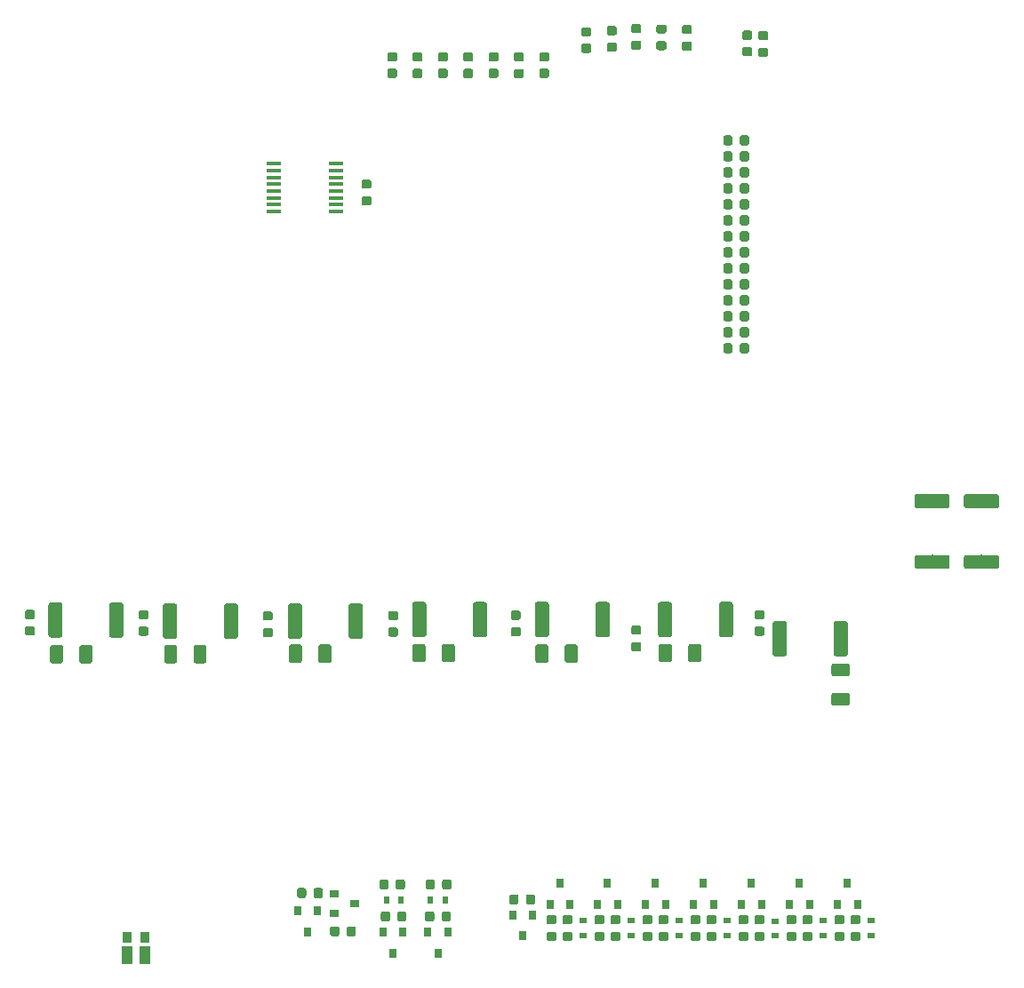
<source format=gbp>
G04 #@! TF.GenerationSoftware,KiCad,Pcbnew,(5.1.4)-1*
G04 #@! TF.CreationDate,2020-03-09T10:16:09+01:00*
G04 #@! TF.ProjectId,AR20_PDM_v1,41523230-5f50-4444-9d5f-76312e6b6963,rev?*
G04 #@! TF.SameCoordinates,Original*
G04 #@! TF.FileFunction,Paste,Bot*
G04 #@! TF.FilePolarity,Positive*
%FSLAX46Y46*%
G04 Gerber Fmt 4.6, Leading zero omitted, Abs format (unit mm)*
G04 Created by KiCad (PCBNEW (5.1.4)-1) date 2020-03-09 10:16:09*
%MOMM*%
%LPD*%
G04 APERTURE LIST*
%ADD10C,0.100000*%
%ADD11C,0.875000*%
%ADD12R,1.475000X0.450000*%
%ADD13R,0.800000X0.900000*%
%ADD14C,1.250000*%
%ADD15R,0.880000X1.090000*%
%ADD16R,0.980000X1.790000*%
%ADD17C,1.350000*%
%ADD18R,0.700000X0.600000*%
%ADD19R,0.600000X0.700000*%
%ADD20R,0.900000X0.800000*%
G04 APERTURE END LIST*
D10*
G36*
X77455591Y-59736253D02*
G01*
X77476826Y-59739403D01*
X77497650Y-59744619D01*
X77517862Y-59751851D01*
X77537268Y-59761030D01*
X77555681Y-59772066D01*
X77572924Y-59784854D01*
X77588830Y-59799270D01*
X77603246Y-59815176D01*
X77616034Y-59832419D01*
X77627070Y-59850832D01*
X77636249Y-59870238D01*
X77643481Y-59890450D01*
X77648697Y-59911274D01*
X77651847Y-59932509D01*
X77652900Y-59953950D01*
X77652900Y-60391450D01*
X77651847Y-60412891D01*
X77648697Y-60434126D01*
X77643481Y-60454950D01*
X77636249Y-60475162D01*
X77627070Y-60494568D01*
X77616034Y-60512981D01*
X77603246Y-60530224D01*
X77588830Y-60546130D01*
X77572924Y-60560546D01*
X77555681Y-60573334D01*
X77537268Y-60584370D01*
X77517862Y-60593549D01*
X77497650Y-60600781D01*
X77476826Y-60605997D01*
X77455591Y-60609147D01*
X77434150Y-60610200D01*
X76921650Y-60610200D01*
X76900209Y-60609147D01*
X76878974Y-60605997D01*
X76858150Y-60600781D01*
X76837938Y-60593549D01*
X76818532Y-60584370D01*
X76800119Y-60573334D01*
X76782876Y-60560546D01*
X76766970Y-60546130D01*
X76752554Y-60530224D01*
X76739766Y-60512981D01*
X76728730Y-60494568D01*
X76719551Y-60475162D01*
X76712319Y-60454950D01*
X76707103Y-60434126D01*
X76703953Y-60412891D01*
X76702900Y-60391450D01*
X76702900Y-59953950D01*
X76703953Y-59932509D01*
X76707103Y-59911274D01*
X76712319Y-59890450D01*
X76719551Y-59870238D01*
X76728730Y-59850832D01*
X76739766Y-59832419D01*
X76752554Y-59815176D01*
X76766970Y-59799270D01*
X76782876Y-59784854D01*
X76800119Y-59772066D01*
X76818532Y-59761030D01*
X76837938Y-59751851D01*
X76858150Y-59744619D01*
X76878974Y-59739403D01*
X76900209Y-59736253D01*
X76921650Y-59735200D01*
X77434150Y-59735200D01*
X77455591Y-59736253D01*
X77455591Y-59736253D01*
G37*
D11*
X77177900Y-60172700D03*
D10*
G36*
X77455591Y-58161253D02*
G01*
X77476826Y-58164403D01*
X77497650Y-58169619D01*
X77517862Y-58176851D01*
X77537268Y-58186030D01*
X77555681Y-58197066D01*
X77572924Y-58209854D01*
X77588830Y-58224270D01*
X77603246Y-58240176D01*
X77616034Y-58257419D01*
X77627070Y-58275832D01*
X77636249Y-58295238D01*
X77643481Y-58315450D01*
X77648697Y-58336274D01*
X77651847Y-58357509D01*
X77652900Y-58378950D01*
X77652900Y-58816450D01*
X77651847Y-58837891D01*
X77648697Y-58859126D01*
X77643481Y-58879950D01*
X77636249Y-58900162D01*
X77627070Y-58919568D01*
X77616034Y-58937981D01*
X77603246Y-58955224D01*
X77588830Y-58971130D01*
X77572924Y-58985546D01*
X77555681Y-58998334D01*
X77537268Y-59009370D01*
X77517862Y-59018549D01*
X77497650Y-59025781D01*
X77476826Y-59030997D01*
X77455591Y-59034147D01*
X77434150Y-59035200D01*
X76921650Y-59035200D01*
X76900209Y-59034147D01*
X76878974Y-59030997D01*
X76858150Y-59025781D01*
X76837938Y-59018549D01*
X76818532Y-59009370D01*
X76800119Y-58998334D01*
X76782876Y-58985546D01*
X76766970Y-58971130D01*
X76752554Y-58955224D01*
X76739766Y-58937981D01*
X76728730Y-58919568D01*
X76719551Y-58900162D01*
X76712319Y-58879950D01*
X76707103Y-58859126D01*
X76703953Y-58837891D01*
X76702900Y-58816450D01*
X76702900Y-58378950D01*
X76703953Y-58357509D01*
X76707103Y-58336274D01*
X76712319Y-58315450D01*
X76719551Y-58295238D01*
X76728730Y-58275832D01*
X76739766Y-58257419D01*
X76752554Y-58240176D01*
X76766970Y-58224270D01*
X76782876Y-58209854D01*
X76800119Y-58197066D01*
X76818532Y-58186030D01*
X76837938Y-58176851D01*
X76858150Y-58169619D01*
X76878974Y-58164403D01*
X76900209Y-58161253D01*
X76921650Y-58160200D01*
X77434150Y-58160200D01*
X77455591Y-58161253D01*
X77455591Y-58161253D01*
G37*
D11*
X77177900Y-58597700D03*
D10*
G36*
X79068991Y-124849653D02*
G01*
X79090226Y-124852803D01*
X79111050Y-124858019D01*
X79131262Y-124865251D01*
X79150668Y-124874430D01*
X79169081Y-124885466D01*
X79186324Y-124898254D01*
X79202230Y-124912670D01*
X79216646Y-124928576D01*
X79229434Y-124945819D01*
X79240470Y-124964232D01*
X79249649Y-124983638D01*
X79256881Y-125003850D01*
X79262097Y-125024674D01*
X79265247Y-125045909D01*
X79266300Y-125067350D01*
X79266300Y-125579850D01*
X79265247Y-125601291D01*
X79262097Y-125622526D01*
X79256881Y-125643350D01*
X79249649Y-125663562D01*
X79240470Y-125682968D01*
X79229434Y-125701381D01*
X79216646Y-125718624D01*
X79202230Y-125734530D01*
X79186324Y-125748946D01*
X79169081Y-125761734D01*
X79150668Y-125772770D01*
X79131262Y-125781949D01*
X79111050Y-125789181D01*
X79090226Y-125794397D01*
X79068991Y-125797547D01*
X79047550Y-125798600D01*
X78610050Y-125798600D01*
X78588609Y-125797547D01*
X78567374Y-125794397D01*
X78546550Y-125789181D01*
X78526338Y-125781949D01*
X78506932Y-125772770D01*
X78488519Y-125761734D01*
X78471276Y-125748946D01*
X78455370Y-125734530D01*
X78440954Y-125718624D01*
X78428166Y-125701381D01*
X78417130Y-125682968D01*
X78407951Y-125663562D01*
X78400719Y-125643350D01*
X78395503Y-125622526D01*
X78392353Y-125601291D01*
X78391300Y-125579850D01*
X78391300Y-125067350D01*
X78392353Y-125045909D01*
X78395503Y-125024674D01*
X78400719Y-125003850D01*
X78407951Y-124983638D01*
X78417130Y-124964232D01*
X78428166Y-124945819D01*
X78440954Y-124928576D01*
X78455370Y-124912670D01*
X78471276Y-124898254D01*
X78488519Y-124885466D01*
X78506932Y-124874430D01*
X78526338Y-124865251D01*
X78546550Y-124858019D01*
X78567374Y-124852803D01*
X78588609Y-124849653D01*
X78610050Y-124848600D01*
X79047550Y-124848600D01*
X79068991Y-124849653D01*
X79068991Y-124849653D01*
G37*
D11*
X78828800Y-125323600D03*
D10*
G36*
X80643991Y-124849653D02*
G01*
X80665226Y-124852803D01*
X80686050Y-124858019D01*
X80706262Y-124865251D01*
X80725668Y-124874430D01*
X80744081Y-124885466D01*
X80761324Y-124898254D01*
X80777230Y-124912670D01*
X80791646Y-124928576D01*
X80804434Y-124945819D01*
X80815470Y-124964232D01*
X80824649Y-124983638D01*
X80831881Y-125003850D01*
X80837097Y-125024674D01*
X80840247Y-125045909D01*
X80841300Y-125067350D01*
X80841300Y-125579850D01*
X80840247Y-125601291D01*
X80837097Y-125622526D01*
X80831881Y-125643350D01*
X80824649Y-125663562D01*
X80815470Y-125682968D01*
X80804434Y-125701381D01*
X80791646Y-125718624D01*
X80777230Y-125734530D01*
X80761324Y-125748946D01*
X80744081Y-125761734D01*
X80725668Y-125772770D01*
X80706262Y-125781949D01*
X80686050Y-125789181D01*
X80665226Y-125794397D01*
X80643991Y-125797547D01*
X80622550Y-125798600D01*
X80185050Y-125798600D01*
X80163609Y-125797547D01*
X80142374Y-125794397D01*
X80121550Y-125789181D01*
X80101338Y-125781949D01*
X80081932Y-125772770D01*
X80063519Y-125761734D01*
X80046276Y-125748946D01*
X80030370Y-125734530D01*
X80015954Y-125718624D01*
X80003166Y-125701381D01*
X79992130Y-125682968D01*
X79982951Y-125663562D01*
X79975719Y-125643350D01*
X79970503Y-125622526D01*
X79967353Y-125601291D01*
X79966300Y-125579850D01*
X79966300Y-125067350D01*
X79967353Y-125045909D01*
X79970503Y-125024674D01*
X79975719Y-125003850D01*
X79982951Y-124983638D01*
X79992130Y-124964232D01*
X80003166Y-124945819D01*
X80015954Y-124928576D01*
X80030370Y-124912670D01*
X80046276Y-124898254D01*
X80063519Y-124885466D01*
X80081932Y-124874430D01*
X80101338Y-124865251D01*
X80121550Y-124858019D01*
X80142374Y-124852803D01*
X80163609Y-124849653D01*
X80185050Y-124848600D01*
X80622550Y-124848600D01*
X80643991Y-124849653D01*
X80643991Y-124849653D01*
G37*
D11*
X80403800Y-125323600D03*
D12*
X74260401Y-61203000D03*
X74260401Y-60553000D03*
X74260401Y-59903000D03*
X74260401Y-59253000D03*
X74260401Y-58603000D03*
X74260401Y-57953000D03*
X74260401Y-57303000D03*
X74260401Y-56653000D03*
X68384401Y-56653000D03*
X68384401Y-57303000D03*
X68384401Y-57953000D03*
X68384401Y-58603000D03*
X68384401Y-59253000D03*
X68384401Y-59903000D03*
X68384401Y-60553000D03*
X68384401Y-61203000D03*
D10*
G36*
X113422691Y-72233553D02*
G01*
X113443926Y-72236703D01*
X113464750Y-72241919D01*
X113484962Y-72249151D01*
X113504368Y-72258330D01*
X113522781Y-72269366D01*
X113540024Y-72282154D01*
X113555930Y-72296570D01*
X113570346Y-72312476D01*
X113583134Y-72329719D01*
X113594170Y-72348132D01*
X113603349Y-72367538D01*
X113610581Y-72387750D01*
X113615797Y-72408574D01*
X113618947Y-72429809D01*
X113620000Y-72451250D01*
X113620000Y-72963750D01*
X113618947Y-72985191D01*
X113615797Y-73006426D01*
X113610581Y-73027250D01*
X113603349Y-73047462D01*
X113594170Y-73066868D01*
X113583134Y-73085281D01*
X113570346Y-73102524D01*
X113555930Y-73118430D01*
X113540024Y-73132846D01*
X113522781Y-73145634D01*
X113504368Y-73156670D01*
X113484962Y-73165849D01*
X113464750Y-73173081D01*
X113443926Y-73178297D01*
X113422691Y-73181447D01*
X113401250Y-73182500D01*
X112963750Y-73182500D01*
X112942309Y-73181447D01*
X112921074Y-73178297D01*
X112900250Y-73173081D01*
X112880038Y-73165849D01*
X112860632Y-73156670D01*
X112842219Y-73145634D01*
X112824976Y-73132846D01*
X112809070Y-73118430D01*
X112794654Y-73102524D01*
X112781866Y-73085281D01*
X112770830Y-73066868D01*
X112761651Y-73047462D01*
X112754419Y-73027250D01*
X112749203Y-73006426D01*
X112746053Y-72985191D01*
X112745000Y-72963750D01*
X112745000Y-72451250D01*
X112746053Y-72429809D01*
X112749203Y-72408574D01*
X112754419Y-72387750D01*
X112761651Y-72367538D01*
X112770830Y-72348132D01*
X112781866Y-72329719D01*
X112794654Y-72312476D01*
X112809070Y-72296570D01*
X112824976Y-72282154D01*
X112842219Y-72269366D01*
X112860632Y-72258330D01*
X112880038Y-72249151D01*
X112900250Y-72241919D01*
X112921074Y-72236703D01*
X112942309Y-72233553D01*
X112963750Y-72232500D01*
X113401250Y-72232500D01*
X113422691Y-72233553D01*
X113422691Y-72233553D01*
G37*
D11*
X113182500Y-72707500D03*
D10*
G36*
X111847691Y-72233553D02*
G01*
X111868926Y-72236703D01*
X111889750Y-72241919D01*
X111909962Y-72249151D01*
X111929368Y-72258330D01*
X111947781Y-72269366D01*
X111965024Y-72282154D01*
X111980930Y-72296570D01*
X111995346Y-72312476D01*
X112008134Y-72329719D01*
X112019170Y-72348132D01*
X112028349Y-72367538D01*
X112035581Y-72387750D01*
X112040797Y-72408574D01*
X112043947Y-72429809D01*
X112045000Y-72451250D01*
X112045000Y-72963750D01*
X112043947Y-72985191D01*
X112040797Y-73006426D01*
X112035581Y-73027250D01*
X112028349Y-73047462D01*
X112019170Y-73066868D01*
X112008134Y-73085281D01*
X111995346Y-73102524D01*
X111980930Y-73118430D01*
X111965024Y-73132846D01*
X111947781Y-73145634D01*
X111929368Y-73156670D01*
X111909962Y-73165849D01*
X111889750Y-73173081D01*
X111868926Y-73178297D01*
X111847691Y-73181447D01*
X111826250Y-73182500D01*
X111388750Y-73182500D01*
X111367309Y-73181447D01*
X111346074Y-73178297D01*
X111325250Y-73173081D01*
X111305038Y-73165849D01*
X111285632Y-73156670D01*
X111267219Y-73145634D01*
X111249976Y-73132846D01*
X111234070Y-73118430D01*
X111219654Y-73102524D01*
X111206866Y-73085281D01*
X111195830Y-73066868D01*
X111186651Y-73047462D01*
X111179419Y-73027250D01*
X111174203Y-73006426D01*
X111171053Y-72985191D01*
X111170000Y-72963750D01*
X111170000Y-72451250D01*
X111171053Y-72429809D01*
X111174203Y-72408574D01*
X111179419Y-72387750D01*
X111186651Y-72367538D01*
X111195830Y-72348132D01*
X111206866Y-72329719D01*
X111219654Y-72312476D01*
X111234070Y-72296570D01*
X111249976Y-72282154D01*
X111267219Y-72269366D01*
X111285632Y-72258330D01*
X111305038Y-72249151D01*
X111325250Y-72241919D01*
X111346074Y-72236703D01*
X111367309Y-72233553D01*
X111388750Y-72232500D01*
X111826250Y-72232500D01*
X111847691Y-72233553D01*
X111847691Y-72233553D01*
G37*
D11*
X111607500Y-72707500D03*
D13*
X96581000Y-127238000D03*
X94681000Y-127238000D03*
X95631000Y-125238000D03*
D10*
G36*
X70821004Y-102453404D02*
G01*
X70845273Y-102457004D01*
X70869071Y-102462965D01*
X70892171Y-102471230D01*
X70914349Y-102481720D01*
X70935393Y-102494333D01*
X70955098Y-102508947D01*
X70973277Y-102525423D01*
X70989753Y-102543602D01*
X71004367Y-102563307D01*
X71016980Y-102584351D01*
X71027470Y-102606529D01*
X71035735Y-102629629D01*
X71041696Y-102653427D01*
X71045296Y-102677696D01*
X71046500Y-102702200D01*
X71046500Y-103952200D01*
X71045296Y-103976704D01*
X71041696Y-104000973D01*
X71035735Y-104024771D01*
X71027470Y-104047871D01*
X71016980Y-104070049D01*
X71004367Y-104091093D01*
X70989753Y-104110798D01*
X70973277Y-104128977D01*
X70955098Y-104145453D01*
X70935393Y-104160067D01*
X70914349Y-104172680D01*
X70892171Y-104183170D01*
X70869071Y-104191435D01*
X70845273Y-104197396D01*
X70821004Y-104200996D01*
X70796500Y-104202200D01*
X70046500Y-104202200D01*
X70021996Y-104200996D01*
X69997727Y-104197396D01*
X69973929Y-104191435D01*
X69950829Y-104183170D01*
X69928651Y-104172680D01*
X69907607Y-104160067D01*
X69887902Y-104145453D01*
X69869723Y-104128977D01*
X69853247Y-104110798D01*
X69838633Y-104091093D01*
X69826020Y-104070049D01*
X69815530Y-104047871D01*
X69807265Y-104024771D01*
X69801304Y-104000973D01*
X69797704Y-103976704D01*
X69796500Y-103952200D01*
X69796500Y-102702200D01*
X69797704Y-102677696D01*
X69801304Y-102653427D01*
X69807265Y-102629629D01*
X69815530Y-102606529D01*
X69826020Y-102584351D01*
X69838633Y-102563307D01*
X69853247Y-102543602D01*
X69869723Y-102525423D01*
X69887902Y-102508947D01*
X69907607Y-102494333D01*
X69928651Y-102481720D01*
X69950829Y-102471230D01*
X69973929Y-102462965D01*
X69997727Y-102457004D01*
X70021996Y-102453404D01*
X70046500Y-102452200D01*
X70796500Y-102452200D01*
X70821004Y-102453404D01*
X70821004Y-102453404D01*
G37*
D14*
X70421500Y-103327200D03*
D10*
G36*
X73621004Y-102453404D02*
G01*
X73645273Y-102457004D01*
X73669071Y-102462965D01*
X73692171Y-102471230D01*
X73714349Y-102481720D01*
X73735393Y-102494333D01*
X73755098Y-102508947D01*
X73773277Y-102525423D01*
X73789753Y-102543602D01*
X73804367Y-102563307D01*
X73816980Y-102584351D01*
X73827470Y-102606529D01*
X73835735Y-102629629D01*
X73841696Y-102653427D01*
X73845296Y-102677696D01*
X73846500Y-102702200D01*
X73846500Y-103952200D01*
X73845296Y-103976704D01*
X73841696Y-104000973D01*
X73835735Y-104024771D01*
X73827470Y-104047871D01*
X73816980Y-104070049D01*
X73804367Y-104091093D01*
X73789753Y-104110798D01*
X73773277Y-104128977D01*
X73755098Y-104145453D01*
X73735393Y-104160067D01*
X73714349Y-104172680D01*
X73692171Y-104183170D01*
X73669071Y-104191435D01*
X73645273Y-104197396D01*
X73621004Y-104200996D01*
X73596500Y-104202200D01*
X72846500Y-104202200D01*
X72821996Y-104200996D01*
X72797727Y-104197396D01*
X72773929Y-104191435D01*
X72750829Y-104183170D01*
X72728651Y-104172680D01*
X72707607Y-104160067D01*
X72687902Y-104145453D01*
X72669723Y-104128977D01*
X72653247Y-104110798D01*
X72638633Y-104091093D01*
X72626020Y-104070049D01*
X72615530Y-104047871D01*
X72607265Y-104024771D01*
X72601304Y-104000973D01*
X72597704Y-103976704D01*
X72596500Y-103952200D01*
X72596500Y-102702200D01*
X72597704Y-102677696D01*
X72601304Y-102653427D01*
X72607265Y-102629629D01*
X72615530Y-102606529D01*
X72626020Y-102584351D01*
X72638633Y-102563307D01*
X72653247Y-102543602D01*
X72669723Y-102525423D01*
X72687902Y-102508947D01*
X72707607Y-102494333D01*
X72728651Y-102481720D01*
X72750829Y-102471230D01*
X72773929Y-102462965D01*
X72797727Y-102457004D01*
X72821996Y-102453404D01*
X72846500Y-102452200D01*
X73596500Y-102452200D01*
X73621004Y-102453404D01*
X73621004Y-102453404D01*
G37*
D14*
X73221500Y-103327200D03*
D10*
G36*
X48062604Y-102504204D02*
G01*
X48086873Y-102507804D01*
X48110671Y-102513765D01*
X48133771Y-102522030D01*
X48155949Y-102532520D01*
X48176993Y-102545133D01*
X48196698Y-102559747D01*
X48214877Y-102576223D01*
X48231353Y-102594402D01*
X48245967Y-102614107D01*
X48258580Y-102635151D01*
X48269070Y-102657329D01*
X48277335Y-102680429D01*
X48283296Y-102704227D01*
X48286896Y-102728496D01*
X48288100Y-102753000D01*
X48288100Y-104003000D01*
X48286896Y-104027504D01*
X48283296Y-104051773D01*
X48277335Y-104075571D01*
X48269070Y-104098671D01*
X48258580Y-104120849D01*
X48245967Y-104141893D01*
X48231353Y-104161598D01*
X48214877Y-104179777D01*
X48196698Y-104196253D01*
X48176993Y-104210867D01*
X48155949Y-104223480D01*
X48133771Y-104233970D01*
X48110671Y-104242235D01*
X48086873Y-104248196D01*
X48062604Y-104251796D01*
X48038100Y-104253000D01*
X47288100Y-104253000D01*
X47263596Y-104251796D01*
X47239327Y-104248196D01*
X47215529Y-104242235D01*
X47192429Y-104233970D01*
X47170251Y-104223480D01*
X47149207Y-104210867D01*
X47129502Y-104196253D01*
X47111323Y-104179777D01*
X47094847Y-104161598D01*
X47080233Y-104141893D01*
X47067620Y-104120849D01*
X47057130Y-104098671D01*
X47048865Y-104075571D01*
X47042904Y-104051773D01*
X47039304Y-104027504D01*
X47038100Y-104003000D01*
X47038100Y-102753000D01*
X47039304Y-102728496D01*
X47042904Y-102704227D01*
X47048865Y-102680429D01*
X47057130Y-102657329D01*
X47067620Y-102635151D01*
X47080233Y-102614107D01*
X47094847Y-102594402D01*
X47111323Y-102576223D01*
X47129502Y-102559747D01*
X47149207Y-102545133D01*
X47170251Y-102532520D01*
X47192429Y-102522030D01*
X47215529Y-102513765D01*
X47239327Y-102507804D01*
X47263596Y-102504204D01*
X47288100Y-102503000D01*
X48038100Y-102503000D01*
X48062604Y-102504204D01*
X48062604Y-102504204D01*
G37*
D14*
X47663100Y-103378000D03*
D10*
G36*
X50862604Y-102504204D02*
G01*
X50886873Y-102507804D01*
X50910671Y-102513765D01*
X50933771Y-102522030D01*
X50955949Y-102532520D01*
X50976993Y-102545133D01*
X50996698Y-102559747D01*
X51014877Y-102576223D01*
X51031353Y-102594402D01*
X51045967Y-102614107D01*
X51058580Y-102635151D01*
X51069070Y-102657329D01*
X51077335Y-102680429D01*
X51083296Y-102704227D01*
X51086896Y-102728496D01*
X51088100Y-102753000D01*
X51088100Y-104003000D01*
X51086896Y-104027504D01*
X51083296Y-104051773D01*
X51077335Y-104075571D01*
X51069070Y-104098671D01*
X51058580Y-104120849D01*
X51045967Y-104141893D01*
X51031353Y-104161598D01*
X51014877Y-104179777D01*
X50996698Y-104196253D01*
X50976993Y-104210867D01*
X50955949Y-104223480D01*
X50933771Y-104233970D01*
X50910671Y-104242235D01*
X50886873Y-104248196D01*
X50862604Y-104251796D01*
X50838100Y-104253000D01*
X50088100Y-104253000D01*
X50063596Y-104251796D01*
X50039327Y-104248196D01*
X50015529Y-104242235D01*
X49992429Y-104233970D01*
X49970251Y-104223480D01*
X49949207Y-104210867D01*
X49929502Y-104196253D01*
X49911323Y-104179777D01*
X49894847Y-104161598D01*
X49880233Y-104141893D01*
X49867620Y-104120849D01*
X49857130Y-104098671D01*
X49848865Y-104075571D01*
X49842904Y-104051773D01*
X49839304Y-104027504D01*
X49838100Y-104003000D01*
X49838100Y-102753000D01*
X49839304Y-102728496D01*
X49842904Y-102704227D01*
X49848865Y-102680429D01*
X49857130Y-102657329D01*
X49867620Y-102635151D01*
X49880233Y-102614107D01*
X49894847Y-102594402D01*
X49911323Y-102576223D01*
X49929502Y-102559747D01*
X49949207Y-102545133D01*
X49970251Y-102532520D01*
X49992429Y-102522030D01*
X50015529Y-102513765D01*
X50039327Y-102507804D01*
X50063596Y-102504204D01*
X50088100Y-102503000D01*
X50838100Y-102503000D01*
X50862604Y-102504204D01*
X50862604Y-102504204D01*
G37*
D14*
X50463100Y-103378000D03*
D10*
G36*
X113422691Y-56993553D02*
G01*
X113443926Y-56996703D01*
X113464750Y-57001919D01*
X113484962Y-57009151D01*
X113504368Y-57018330D01*
X113522781Y-57029366D01*
X113540024Y-57042154D01*
X113555930Y-57056570D01*
X113570346Y-57072476D01*
X113583134Y-57089719D01*
X113594170Y-57108132D01*
X113603349Y-57127538D01*
X113610581Y-57147750D01*
X113615797Y-57168574D01*
X113618947Y-57189809D01*
X113620000Y-57211250D01*
X113620000Y-57723750D01*
X113618947Y-57745191D01*
X113615797Y-57766426D01*
X113610581Y-57787250D01*
X113603349Y-57807462D01*
X113594170Y-57826868D01*
X113583134Y-57845281D01*
X113570346Y-57862524D01*
X113555930Y-57878430D01*
X113540024Y-57892846D01*
X113522781Y-57905634D01*
X113504368Y-57916670D01*
X113484962Y-57925849D01*
X113464750Y-57933081D01*
X113443926Y-57938297D01*
X113422691Y-57941447D01*
X113401250Y-57942500D01*
X112963750Y-57942500D01*
X112942309Y-57941447D01*
X112921074Y-57938297D01*
X112900250Y-57933081D01*
X112880038Y-57925849D01*
X112860632Y-57916670D01*
X112842219Y-57905634D01*
X112824976Y-57892846D01*
X112809070Y-57878430D01*
X112794654Y-57862524D01*
X112781866Y-57845281D01*
X112770830Y-57826868D01*
X112761651Y-57807462D01*
X112754419Y-57787250D01*
X112749203Y-57766426D01*
X112746053Y-57745191D01*
X112745000Y-57723750D01*
X112745000Y-57211250D01*
X112746053Y-57189809D01*
X112749203Y-57168574D01*
X112754419Y-57147750D01*
X112761651Y-57127538D01*
X112770830Y-57108132D01*
X112781866Y-57089719D01*
X112794654Y-57072476D01*
X112809070Y-57056570D01*
X112824976Y-57042154D01*
X112842219Y-57029366D01*
X112860632Y-57018330D01*
X112880038Y-57009151D01*
X112900250Y-57001919D01*
X112921074Y-56996703D01*
X112942309Y-56993553D01*
X112963750Y-56992500D01*
X113401250Y-56992500D01*
X113422691Y-56993553D01*
X113422691Y-56993553D01*
G37*
D11*
X113182500Y-57467500D03*
D10*
G36*
X111847691Y-56993553D02*
G01*
X111868926Y-56996703D01*
X111889750Y-57001919D01*
X111909962Y-57009151D01*
X111929368Y-57018330D01*
X111947781Y-57029366D01*
X111965024Y-57042154D01*
X111980930Y-57056570D01*
X111995346Y-57072476D01*
X112008134Y-57089719D01*
X112019170Y-57108132D01*
X112028349Y-57127538D01*
X112035581Y-57147750D01*
X112040797Y-57168574D01*
X112043947Y-57189809D01*
X112045000Y-57211250D01*
X112045000Y-57723750D01*
X112043947Y-57745191D01*
X112040797Y-57766426D01*
X112035581Y-57787250D01*
X112028349Y-57807462D01*
X112019170Y-57826868D01*
X112008134Y-57845281D01*
X111995346Y-57862524D01*
X111980930Y-57878430D01*
X111965024Y-57892846D01*
X111947781Y-57905634D01*
X111929368Y-57916670D01*
X111909962Y-57925849D01*
X111889750Y-57933081D01*
X111868926Y-57938297D01*
X111847691Y-57941447D01*
X111826250Y-57942500D01*
X111388750Y-57942500D01*
X111367309Y-57941447D01*
X111346074Y-57938297D01*
X111325250Y-57933081D01*
X111305038Y-57925849D01*
X111285632Y-57916670D01*
X111267219Y-57905634D01*
X111249976Y-57892846D01*
X111234070Y-57878430D01*
X111219654Y-57862524D01*
X111206866Y-57845281D01*
X111195830Y-57826868D01*
X111186651Y-57807462D01*
X111179419Y-57787250D01*
X111174203Y-57766426D01*
X111171053Y-57745191D01*
X111170000Y-57723750D01*
X111170000Y-57211250D01*
X111171053Y-57189809D01*
X111174203Y-57168574D01*
X111179419Y-57147750D01*
X111186651Y-57127538D01*
X111195830Y-57108132D01*
X111206866Y-57089719D01*
X111219654Y-57072476D01*
X111234070Y-57056570D01*
X111249976Y-57042154D01*
X111267219Y-57029366D01*
X111285632Y-57018330D01*
X111305038Y-57009151D01*
X111325250Y-57001919D01*
X111346074Y-56996703D01*
X111367309Y-56993553D01*
X111388750Y-56992500D01*
X111826250Y-56992500D01*
X111847691Y-56993553D01*
X111847691Y-56993553D01*
G37*
D11*
X111607500Y-57467500D03*
D10*
G36*
X45400791Y-99156853D02*
G01*
X45422026Y-99160003D01*
X45442850Y-99165219D01*
X45463062Y-99172451D01*
X45482468Y-99181630D01*
X45500881Y-99192666D01*
X45518124Y-99205454D01*
X45534030Y-99219870D01*
X45548446Y-99235776D01*
X45561234Y-99253019D01*
X45572270Y-99271432D01*
X45581449Y-99290838D01*
X45588681Y-99311050D01*
X45593897Y-99331874D01*
X45597047Y-99353109D01*
X45598100Y-99374550D01*
X45598100Y-99812050D01*
X45597047Y-99833491D01*
X45593897Y-99854726D01*
X45588681Y-99875550D01*
X45581449Y-99895762D01*
X45572270Y-99915168D01*
X45561234Y-99933581D01*
X45548446Y-99950824D01*
X45534030Y-99966730D01*
X45518124Y-99981146D01*
X45500881Y-99993934D01*
X45482468Y-100004970D01*
X45463062Y-100014149D01*
X45442850Y-100021381D01*
X45422026Y-100026597D01*
X45400791Y-100029747D01*
X45379350Y-100030800D01*
X44866850Y-100030800D01*
X44845409Y-100029747D01*
X44824174Y-100026597D01*
X44803350Y-100021381D01*
X44783138Y-100014149D01*
X44763732Y-100004970D01*
X44745319Y-99993934D01*
X44728076Y-99981146D01*
X44712170Y-99966730D01*
X44697754Y-99950824D01*
X44684966Y-99933581D01*
X44673930Y-99915168D01*
X44664751Y-99895762D01*
X44657519Y-99875550D01*
X44652303Y-99854726D01*
X44649153Y-99833491D01*
X44648100Y-99812050D01*
X44648100Y-99374550D01*
X44649153Y-99353109D01*
X44652303Y-99331874D01*
X44657519Y-99311050D01*
X44664751Y-99290838D01*
X44673930Y-99271432D01*
X44684966Y-99253019D01*
X44697754Y-99235776D01*
X44712170Y-99219870D01*
X44728076Y-99205454D01*
X44745319Y-99192666D01*
X44763732Y-99181630D01*
X44783138Y-99172451D01*
X44803350Y-99165219D01*
X44824174Y-99160003D01*
X44845409Y-99156853D01*
X44866850Y-99155800D01*
X45379350Y-99155800D01*
X45400791Y-99156853D01*
X45400791Y-99156853D01*
G37*
D11*
X45123100Y-99593300D03*
D10*
G36*
X45400791Y-100731853D02*
G01*
X45422026Y-100735003D01*
X45442850Y-100740219D01*
X45463062Y-100747451D01*
X45482468Y-100756630D01*
X45500881Y-100767666D01*
X45518124Y-100780454D01*
X45534030Y-100794870D01*
X45548446Y-100810776D01*
X45561234Y-100828019D01*
X45572270Y-100846432D01*
X45581449Y-100865838D01*
X45588681Y-100886050D01*
X45593897Y-100906874D01*
X45597047Y-100928109D01*
X45598100Y-100949550D01*
X45598100Y-101387050D01*
X45597047Y-101408491D01*
X45593897Y-101429726D01*
X45588681Y-101450550D01*
X45581449Y-101470762D01*
X45572270Y-101490168D01*
X45561234Y-101508581D01*
X45548446Y-101525824D01*
X45534030Y-101541730D01*
X45518124Y-101556146D01*
X45500881Y-101568934D01*
X45482468Y-101579970D01*
X45463062Y-101589149D01*
X45442850Y-101596381D01*
X45422026Y-101601597D01*
X45400791Y-101604747D01*
X45379350Y-101605800D01*
X44866850Y-101605800D01*
X44845409Y-101604747D01*
X44824174Y-101601597D01*
X44803350Y-101596381D01*
X44783138Y-101589149D01*
X44763732Y-101579970D01*
X44745319Y-101568934D01*
X44728076Y-101556146D01*
X44712170Y-101541730D01*
X44697754Y-101525824D01*
X44684966Y-101508581D01*
X44673930Y-101490168D01*
X44664751Y-101470762D01*
X44657519Y-101450550D01*
X44652303Y-101429726D01*
X44649153Y-101408491D01*
X44648100Y-101387050D01*
X44648100Y-100949550D01*
X44649153Y-100928109D01*
X44652303Y-100906874D01*
X44657519Y-100886050D01*
X44664751Y-100865838D01*
X44673930Y-100846432D01*
X44684966Y-100828019D01*
X44697754Y-100810776D01*
X44712170Y-100794870D01*
X44728076Y-100780454D01*
X44745319Y-100767666D01*
X44763732Y-100756630D01*
X44783138Y-100747451D01*
X44803350Y-100740219D01*
X44824174Y-100735003D01*
X44845409Y-100731853D01*
X44866850Y-100730800D01*
X45379350Y-100730800D01*
X45400791Y-100731853D01*
X45400791Y-100731853D01*
G37*
D11*
X45123100Y-101168300D03*
D10*
G36*
X114895191Y-99182353D02*
G01*
X114916426Y-99185503D01*
X114937250Y-99190719D01*
X114957462Y-99197951D01*
X114976868Y-99207130D01*
X114995281Y-99218166D01*
X115012524Y-99230954D01*
X115028430Y-99245370D01*
X115042846Y-99261276D01*
X115055634Y-99278519D01*
X115066670Y-99296932D01*
X115075849Y-99316338D01*
X115083081Y-99336550D01*
X115088297Y-99357374D01*
X115091447Y-99378609D01*
X115092500Y-99400050D01*
X115092500Y-99837550D01*
X115091447Y-99858991D01*
X115088297Y-99880226D01*
X115083081Y-99901050D01*
X115075849Y-99921262D01*
X115066670Y-99940668D01*
X115055634Y-99959081D01*
X115042846Y-99976324D01*
X115028430Y-99992230D01*
X115012524Y-100006646D01*
X114995281Y-100019434D01*
X114976868Y-100030470D01*
X114957462Y-100039649D01*
X114937250Y-100046881D01*
X114916426Y-100052097D01*
X114895191Y-100055247D01*
X114873750Y-100056300D01*
X114361250Y-100056300D01*
X114339809Y-100055247D01*
X114318574Y-100052097D01*
X114297750Y-100046881D01*
X114277538Y-100039649D01*
X114258132Y-100030470D01*
X114239719Y-100019434D01*
X114222476Y-100006646D01*
X114206570Y-99992230D01*
X114192154Y-99976324D01*
X114179366Y-99959081D01*
X114168330Y-99940668D01*
X114159151Y-99921262D01*
X114151919Y-99901050D01*
X114146703Y-99880226D01*
X114143553Y-99858991D01*
X114142500Y-99837550D01*
X114142500Y-99400050D01*
X114143553Y-99378609D01*
X114146703Y-99357374D01*
X114151919Y-99336550D01*
X114159151Y-99316338D01*
X114168330Y-99296932D01*
X114179366Y-99278519D01*
X114192154Y-99261276D01*
X114206570Y-99245370D01*
X114222476Y-99230954D01*
X114239719Y-99218166D01*
X114258132Y-99207130D01*
X114277538Y-99197951D01*
X114297750Y-99190719D01*
X114318574Y-99185503D01*
X114339809Y-99182353D01*
X114361250Y-99181300D01*
X114873750Y-99181300D01*
X114895191Y-99182353D01*
X114895191Y-99182353D01*
G37*
D11*
X114617500Y-99618800D03*
D10*
G36*
X114895191Y-100757353D02*
G01*
X114916426Y-100760503D01*
X114937250Y-100765719D01*
X114957462Y-100772951D01*
X114976868Y-100782130D01*
X114995281Y-100793166D01*
X115012524Y-100805954D01*
X115028430Y-100820370D01*
X115042846Y-100836276D01*
X115055634Y-100853519D01*
X115066670Y-100871932D01*
X115075849Y-100891338D01*
X115083081Y-100911550D01*
X115088297Y-100932374D01*
X115091447Y-100953609D01*
X115092500Y-100975050D01*
X115092500Y-101412550D01*
X115091447Y-101433991D01*
X115088297Y-101455226D01*
X115083081Y-101476050D01*
X115075849Y-101496262D01*
X115066670Y-101515668D01*
X115055634Y-101534081D01*
X115042846Y-101551324D01*
X115028430Y-101567230D01*
X115012524Y-101581646D01*
X114995281Y-101594434D01*
X114976868Y-101605470D01*
X114957462Y-101614649D01*
X114937250Y-101621881D01*
X114916426Y-101627097D01*
X114895191Y-101630247D01*
X114873750Y-101631300D01*
X114361250Y-101631300D01*
X114339809Y-101630247D01*
X114318574Y-101627097D01*
X114297750Y-101621881D01*
X114277538Y-101614649D01*
X114258132Y-101605470D01*
X114239719Y-101594434D01*
X114222476Y-101581646D01*
X114206570Y-101567230D01*
X114192154Y-101551324D01*
X114179366Y-101534081D01*
X114168330Y-101515668D01*
X114159151Y-101496262D01*
X114151919Y-101476050D01*
X114146703Y-101455226D01*
X114143553Y-101433991D01*
X114142500Y-101412550D01*
X114142500Y-100975050D01*
X114143553Y-100953609D01*
X114146703Y-100932374D01*
X114151919Y-100911550D01*
X114159151Y-100891338D01*
X114168330Y-100871932D01*
X114179366Y-100853519D01*
X114192154Y-100836276D01*
X114206570Y-100820370D01*
X114222476Y-100805954D01*
X114239719Y-100793166D01*
X114258132Y-100782130D01*
X114277538Y-100772951D01*
X114297750Y-100765719D01*
X114318574Y-100760503D01*
X114339809Y-100757353D01*
X114361250Y-100756300D01*
X114873750Y-100756300D01*
X114895191Y-100757353D01*
X114895191Y-100757353D01*
G37*
D11*
X114617500Y-101193800D03*
D10*
G36*
X122988604Y-104249804D02*
G01*
X123012873Y-104253404D01*
X123036671Y-104259365D01*
X123059771Y-104267630D01*
X123081949Y-104278120D01*
X123102993Y-104290733D01*
X123122698Y-104305347D01*
X123140877Y-104321823D01*
X123157353Y-104340002D01*
X123171967Y-104359707D01*
X123184580Y-104380751D01*
X123195070Y-104402929D01*
X123203335Y-104426029D01*
X123209296Y-104449827D01*
X123212896Y-104474096D01*
X123214100Y-104498600D01*
X123214100Y-105248600D01*
X123212896Y-105273104D01*
X123209296Y-105297373D01*
X123203335Y-105321171D01*
X123195070Y-105344271D01*
X123184580Y-105366449D01*
X123171967Y-105387493D01*
X123157353Y-105407198D01*
X123140877Y-105425377D01*
X123122698Y-105441853D01*
X123102993Y-105456467D01*
X123081949Y-105469080D01*
X123059771Y-105479570D01*
X123036671Y-105487835D01*
X123012873Y-105493796D01*
X122988604Y-105497396D01*
X122964100Y-105498600D01*
X121714100Y-105498600D01*
X121689596Y-105497396D01*
X121665327Y-105493796D01*
X121641529Y-105487835D01*
X121618429Y-105479570D01*
X121596251Y-105469080D01*
X121575207Y-105456467D01*
X121555502Y-105441853D01*
X121537323Y-105425377D01*
X121520847Y-105407198D01*
X121506233Y-105387493D01*
X121493620Y-105366449D01*
X121483130Y-105344271D01*
X121474865Y-105321171D01*
X121468904Y-105297373D01*
X121465304Y-105273104D01*
X121464100Y-105248600D01*
X121464100Y-104498600D01*
X121465304Y-104474096D01*
X121468904Y-104449827D01*
X121474865Y-104426029D01*
X121483130Y-104402929D01*
X121493620Y-104380751D01*
X121506233Y-104359707D01*
X121520847Y-104340002D01*
X121537323Y-104321823D01*
X121555502Y-104305347D01*
X121575207Y-104290733D01*
X121596251Y-104278120D01*
X121618429Y-104267630D01*
X121641529Y-104259365D01*
X121665327Y-104253404D01*
X121689596Y-104249804D01*
X121714100Y-104248600D01*
X122964100Y-104248600D01*
X122988604Y-104249804D01*
X122988604Y-104249804D01*
G37*
D14*
X122339100Y-104873600D03*
D10*
G36*
X122988604Y-107049804D02*
G01*
X123012873Y-107053404D01*
X123036671Y-107059365D01*
X123059771Y-107067630D01*
X123081949Y-107078120D01*
X123102993Y-107090733D01*
X123122698Y-107105347D01*
X123140877Y-107121823D01*
X123157353Y-107140002D01*
X123171967Y-107159707D01*
X123184580Y-107180751D01*
X123195070Y-107202929D01*
X123203335Y-107226029D01*
X123209296Y-107249827D01*
X123212896Y-107274096D01*
X123214100Y-107298600D01*
X123214100Y-108048600D01*
X123212896Y-108073104D01*
X123209296Y-108097373D01*
X123203335Y-108121171D01*
X123195070Y-108144271D01*
X123184580Y-108166449D01*
X123171967Y-108187493D01*
X123157353Y-108207198D01*
X123140877Y-108225377D01*
X123122698Y-108241853D01*
X123102993Y-108256467D01*
X123081949Y-108269080D01*
X123059771Y-108279570D01*
X123036671Y-108287835D01*
X123012873Y-108293796D01*
X122988604Y-108297396D01*
X122964100Y-108298600D01*
X121714100Y-108298600D01*
X121689596Y-108297396D01*
X121665327Y-108293796D01*
X121641529Y-108287835D01*
X121618429Y-108279570D01*
X121596251Y-108269080D01*
X121575207Y-108256467D01*
X121555502Y-108241853D01*
X121537323Y-108225377D01*
X121520847Y-108207198D01*
X121506233Y-108187493D01*
X121493620Y-108166449D01*
X121483130Y-108144271D01*
X121474865Y-108121171D01*
X121468904Y-108097373D01*
X121465304Y-108073104D01*
X121464100Y-108048600D01*
X121464100Y-107298600D01*
X121465304Y-107274096D01*
X121468904Y-107249827D01*
X121474865Y-107226029D01*
X121483130Y-107202929D01*
X121493620Y-107180751D01*
X121506233Y-107159707D01*
X121520847Y-107140002D01*
X121537323Y-107121823D01*
X121555502Y-107105347D01*
X121575207Y-107090733D01*
X121596251Y-107078120D01*
X121618429Y-107067630D01*
X121641529Y-107059365D01*
X121665327Y-107053404D01*
X121689596Y-107049804D01*
X121714100Y-107048600D01*
X122964100Y-107048600D01*
X122988604Y-107049804D01*
X122988604Y-107049804D01*
G37*
D14*
X122339100Y-107673600D03*
D10*
G36*
X68057591Y-99309253D02*
G01*
X68078826Y-99312403D01*
X68099650Y-99317619D01*
X68119862Y-99324851D01*
X68139268Y-99334030D01*
X68157681Y-99345066D01*
X68174924Y-99357854D01*
X68190830Y-99372270D01*
X68205246Y-99388176D01*
X68218034Y-99405419D01*
X68229070Y-99423832D01*
X68238249Y-99443238D01*
X68245481Y-99463450D01*
X68250697Y-99484274D01*
X68253847Y-99505509D01*
X68254900Y-99526950D01*
X68254900Y-99964450D01*
X68253847Y-99985891D01*
X68250697Y-100007126D01*
X68245481Y-100027950D01*
X68238249Y-100048162D01*
X68229070Y-100067568D01*
X68218034Y-100085981D01*
X68205246Y-100103224D01*
X68190830Y-100119130D01*
X68174924Y-100133546D01*
X68157681Y-100146334D01*
X68139268Y-100157370D01*
X68119862Y-100166549D01*
X68099650Y-100173781D01*
X68078826Y-100178997D01*
X68057591Y-100182147D01*
X68036150Y-100183200D01*
X67523650Y-100183200D01*
X67502209Y-100182147D01*
X67480974Y-100178997D01*
X67460150Y-100173781D01*
X67439938Y-100166549D01*
X67420532Y-100157370D01*
X67402119Y-100146334D01*
X67384876Y-100133546D01*
X67368970Y-100119130D01*
X67354554Y-100103224D01*
X67341766Y-100085981D01*
X67330730Y-100067568D01*
X67321551Y-100048162D01*
X67314319Y-100027950D01*
X67309103Y-100007126D01*
X67305953Y-99985891D01*
X67304900Y-99964450D01*
X67304900Y-99526950D01*
X67305953Y-99505509D01*
X67309103Y-99484274D01*
X67314319Y-99463450D01*
X67321551Y-99443238D01*
X67330730Y-99423832D01*
X67341766Y-99405419D01*
X67354554Y-99388176D01*
X67368970Y-99372270D01*
X67384876Y-99357854D01*
X67402119Y-99345066D01*
X67420532Y-99334030D01*
X67439938Y-99324851D01*
X67460150Y-99317619D01*
X67480974Y-99312403D01*
X67502209Y-99309253D01*
X67523650Y-99308200D01*
X68036150Y-99308200D01*
X68057591Y-99309253D01*
X68057591Y-99309253D01*
G37*
D11*
X67779900Y-99745700D03*
D10*
G36*
X68057591Y-100884253D02*
G01*
X68078826Y-100887403D01*
X68099650Y-100892619D01*
X68119862Y-100899851D01*
X68139268Y-100909030D01*
X68157681Y-100920066D01*
X68174924Y-100932854D01*
X68190830Y-100947270D01*
X68205246Y-100963176D01*
X68218034Y-100980419D01*
X68229070Y-100998832D01*
X68238249Y-101018238D01*
X68245481Y-101038450D01*
X68250697Y-101059274D01*
X68253847Y-101080509D01*
X68254900Y-101101950D01*
X68254900Y-101539450D01*
X68253847Y-101560891D01*
X68250697Y-101582126D01*
X68245481Y-101602950D01*
X68238249Y-101623162D01*
X68229070Y-101642568D01*
X68218034Y-101660981D01*
X68205246Y-101678224D01*
X68190830Y-101694130D01*
X68174924Y-101708546D01*
X68157681Y-101721334D01*
X68139268Y-101732370D01*
X68119862Y-101741549D01*
X68099650Y-101748781D01*
X68078826Y-101753997D01*
X68057591Y-101757147D01*
X68036150Y-101758200D01*
X67523650Y-101758200D01*
X67502209Y-101757147D01*
X67480974Y-101753997D01*
X67460150Y-101748781D01*
X67439938Y-101741549D01*
X67420532Y-101732370D01*
X67402119Y-101721334D01*
X67384876Y-101708546D01*
X67368970Y-101694130D01*
X67354554Y-101678224D01*
X67341766Y-101660981D01*
X67330730Y-101642568D01*
X67321551Y-101623162D01*
X67314319Y-101602950D01*
X67309103Y-101582126D01*
X67305953Y-101560891D01*
X67304900Y-101539450D01*
X67304900Y-101101950D01*
X67305953Y-101080509D01*
X67309103Y-101059274D01*
X67314319Y-101038450D01*
X67321551Y-101018238D01*
X67330730Y-100998832D01*
X67341766Y-100980419D01*
X67354554Y-100963176D01*
X67368970Y-100947270D01*
X67384876Y-100932854D01*
X67402119Y-100920066D01*
X67420532Y-100909030D01*
X67439938Y-100899851D01*
X67460150Y-100892619D01*
X67480974Y-100887403D01*
X67502209Y-100884253D01*
X67523650Y-100883200D01*
X68036150Y-100883200D01*
X68057591Y-100884253D01*
X68057591Y-100884253D01*
G37*
D11*
X67779900Y-101320700D03*
D10*
G36*
X91679591Y-99232953D02*
G01*
X91700826Y-99236103D01*
X91721650Y-99241319D01*
X91741862Y-99248551D01*
X91761268Y-99257730D01*
X91779681Y-99268766D01*
X91796924Y-99281554D01*
X91812830Y-99295970D01*
X91827246Y-99311876D01*
X91840034Y-99329119D01*
X91851070Y-99347532D01*
X91860249Y-99366938D01*
X91867481Y-99387150D01*
X91872697Y-99407974D01*
X91875847Y-99429209D01*
X91876900Y-99450650D01*
X91876900Y-99888150D01*
X91875847Y-99909591D01*
X91872697Y-99930826D01*
X91867481Y-99951650D01*
X91860249Y-99971862D01*
X91851070Y-99991268D01*
X91840034Y-100009681D01*
X91827246Y-100026924D01*
X91812830Y-100042830D01*
X91796924Y-100057246D01*
X91779681Y-100070034D01*
X91761268Y-100081070D01*
X91741862Y-100090249D01*
X91721650Y-100097481D01*
X91700826Y-100102697D01*
X91679591Y-100105847D01*
X91658150Y-100106900D01*
X91145650Y-100106900D01*
X91124209Y-100105847D01*
X91102974Y-100102697D01*
X91082150Y-100097481D01*
X91061938Y-100090249D01*
X91042532Y-100081070D01*
X91024119Y-100070034D01*
X91006876Y-100057246D01*
X90990970Y-100042830D01*
X90976554Y-100026924D01*
X90963766Y-100009681D01*
X90952730Y-99991268D01*
X90943551Y-99971862D01*
X90936319Y-99951650D01*
X90931103Y-99930826D01*
X90927953Y-99909591D01*
X90926900Y-99888150D01*
X90926900Y-99450650D01*
X90927953Y-99429209D01*
X90931103Y-99407974D01*
X90936319Y-99387150D01*
X90943551Y-99366938D01*
X90952730Y-99347532D01*
X90963766Y-99329119D01*
X90976554Y-99311876D01*
X90990970Y-99295970D01*
X91006876Y-99281554D01*
X91024119Y-99268766D01*
X91042532Y-99257730D01*
X91061938Y-99248551D01*
X91082150Y-99241319D01*
X91102974Y-99236103D01*
X91124209Y-99232953D01*
X91145650Y-99231900D01*
X91658150Y-99231900D01*
X91679591Y-99232953D01*
X91679591Y-99232953D01*
G37*
D11*
X91401900Y-99669400D03*
D10*
G36*
X91679591Y-100807953D02*
G01*
X91700826Y-100811103D01*
X91721650Y-100816319D01*
X91741862Y-100823551D01*
X91761268Y-100832730D01*
X91779681Y-100843766D01*
X91796924Y-100856554D01*
X91812830Y-100870970D01*
X91827246Y-100886876D01*
X91840034Y-100904119D01*
X91851070Y-100922532D01*
X91860249Y-100941938D01*
X91867481Y-100962150D01*
X91872697Y-100982974D01*
X91875847Y-101004209D01*
X91876900Y-101025650D01*
X91876900Y-101463150D01*
X91875847Y-101484591D01*
X91872697Y-101505826D01*
X91867481Y-101526650D01*
X91860249Y-101546862D01*
X91851070Y-101566268D01*
X91840034Y-101584681D01*
X91827246Y-101601924D01*
X91812830Y-101617830D01*
X91796924Y-101632246D01*
X91779681Y-101645034D01*
X91761268Y-101656070D01*
X91741862Y-101665249D01*
X91721650Y-101672481D01*
X91700826Y-101677697D01*
X91679591Y-101680847D01*
X91658150Y-101681900D01*
X91145650Y-101681900D01*
X91124209Y-101680847D01*
X91102974Y-101677697D01*
X91082150Y-101672481D01*
X91061938Y-101665249D01*
X91042532Y-101656070D01*
X91024119Y-101645034D01*
X91006876Y-101632246D01*
X90990970Y-101617830D01*
X90976554Y-101601924D01*
X90963766Y-101584681D01*
X90952730Y-101566268D01*
X90943551Y-101546862D01*
X90936319Y-101526650D01*
X90931103Y-101505826D01*
X90927953Y-101484591D01*
X90926900Y-101463150D01*
X90926900Y-101025650D01*
X90927953Y-101004209D01*
X90931103Y-100982974D01*
X90936319Y-100962150D01*
X90943551Y-100941938D01*
X90952730Y-100922532D01*
X90963766Y-100904119D01*
X90976554Y-100886876D01*
X90990970Y-100870970D01*
X91006876Y-100856554D01*
X91024119Y-100843766D01*
X91042532Y-100832730D01*
X91061938Y-100823551D01*
X91082150Y-100816319D01*
X91102974Y-100811103D01*
X91124209Y-100807953D01*
X91145650Y-100806900D01*
X91658150Y-100806900D01*
X91679591Y-100807953D01*
X91679591Y-100807953D01*
G37*
D11*
X91401900Y-101244400D03*
D10*
G36*
X103160391Y-100655453D02*
G01*
X103181626Y-100658603D01*
X103202450Y-100663819D01*
X103222662Y-100671051D01*
X103242068Y-100680230D01*
X103260481Y-100691266D01*
X103277724Y-100704054D01*
X103293630Y-100718470D01*
X103308046Y-100734376D01*
X103320834Y-100751619D01*
X103331870Y-100770032D01*
X103341049Y-100789438D01*
X103348281Y-100809650D01*
X103353497Y-100830474D01*
X103356647Y-100851709D01*
X103357700Y-100873150D01*
X103357700Y-101310650D01*
X103356647Y-101332091D01*
X103353497Y-101353326D01*
X103348281Y-101374150D01*
X103341049Y-101394362D01*
X103331870Y-101413768D01*
X103320834Y-101432181D01*
X103308046Y-101449424D01*
X103293630Y-101465330D01*
X103277724Y-101479746D01*
X103260481Y-101492534D01*
X103242068Y-101503570D01*
X103222662Y-101512749D01*
X103202450Y-101519981D01*
X103181626Y-101525197D01*
X103160391Y-101528347D01*
X103138950Y-101529400D01*
X102626450Y-101529400D01*
X102605009Y-101528347D01*
X102583774Y-101525197D01*
X102562950Y-101519981D01*
X102542738Y-101512749D01*
X102523332Y-101503570D01*
X102504919Y-101492534D01*
X102487676Y-101479746D01*
X102471770Y-101465330D01*
X102457354Y-101449424D01*
X102444566Y-101432181D01*
X102433530Y-101413768D01*
X102424351Y-101394362D01*
X102417119Y-101374150D01*
X102411903Y-101353326D01*
X102408753Y-101332091D01*
X102407700Y-101310650D01*
X102407700Y-100873150D01*
X102408753Y-100851709D01*
X102411903Y-100830474D01*
X102417119Y-100809650D01*
X102424351Y-100789438D01*
X102433530Y-100770032D01*
X102444566Y-100751619D01*
X102457354Y-100734376D01*
X102471770Y-100718470D01*
X102487676Y-100704054D01*
X102504919Y-100691266D01*
X102523332Y-100680230D01*
X102542738Y-100671051D01*
X102562950Y-100663819D01*
X102583774Y-100658603D01*
X102605009Y-100655453D01*
X102626450Y-100654400D01*
X103138950Y-100654400D01*
X103160391Y-100655453D01*
X103160391Y-100655453D01*
G37*
D11*
X102882700Y-101091900D03*
D10*
G36*
X103160391Y-102230453D02*
G01*
X103181626Y-102233603D01*
X103202450Y-102238819D01*
X103222662Y-102246051D01*
X103242068Y-102255230D01*
X103260481Y-102266266D01*
X103277724Y-102279054D01*
X103293630Y-102293470D01*
X103308046Y-102309376D01*
X103320834Y-102326619D01*
X103331870Y-102345032D01*
X103341049Y-102364438D01*
X103348281Y-102384650D01*
X103353497Y-102405474D01*
X103356647Y-102426709D01*
X103357700Y-102448150D01*
X103357700Y-102885650D01*
X103356647Y-102907091D01*
X103353497Y-102928326D01*
X103348281Y-102949150D01*
X103341049Y-102969362D01*
X103331870Y-102988768D01*
X103320834Y-103007181D01*
X103308046Y-103024424D01*
X103293630Y-103040330D01*
X103277724Y-103054746D01*
X103260481Y-103067534D01*
X103242068Y-103078570D01*
X103222662Y-103087749D01*
X103202450Y-103094981D01*
X103181626Y-103100197D01*
X103160391Y-103103347D01*
X103138950Y-103104400D01*
X102626450Y-103104400D01*
X102605009Y-103103347D01*
X102583774Y-103100197D01*
X102562950Y-103094981D01*
X102542738Y-103087749D01*
X102523332Y-103078570D01*
X102504919Y-103067534D01*
X102487676Y-103054746D01*
X102471770Y-103040330D01*
X102457354Y-103024424D01*
X102444566Y-103007181D01*
X102433530Y-102988768D01*
X102424351Y-102969362D01*
X102417119Y-102949150D01*
X102411903Y-102928326D01*
X102408753Y-102907091D01*
X102407700Y-102885650D01*
X102407700Y-102448150D01*
X102408753Y-102426709D01*
X102411903Y-102405474D01*
X102417119Y-102384650D01*
X102424351Y-102364438D01*
X102433530Y-102345032D01*
X102444566Y-102326619D01*
X102457354Y-102309376D01*
X102471770Y-102293470D01*
X102487676Y-102279054D01*
X102504919Y-102266266D01*
X102523332Y-102255230D01*
X102542738Y-102246051D01*
X102562950Y-102238819D01*
X102583774Y-102233603D01*
X102605009Y-102230453D01*
X102626450Y-102229400D01*
X103138950Y-102229400D01*
X103160391Y-102230453D01*
X103160391Y-102230453D01*
G37*
D11*
X102882700Y-102666900D03*
D10*
G36*
X56221191Y-99182353D02*
G01*
X56242426Y-99185503D01*
X56263250Y-99190719D01*
X56283462Y-99197951D01*
X56302868Y-99207130D01*
X56321281Y-99218166D01*
X56338524Y-99230954D01*
X56354430Y-99245370D01*
X56368846Y-99261276D01*
X56381634Y-99278519D01*
X56392670Y-99296932D01*
X56401849Y-99316338D01*
X56409081Y-99336550D01*
X56414297Y-99357374D01*
X56417447Y-99378609D01*
X56418500Y-99400050D01*
X56418500Y-99837550D01*
X56417447Y-99858991D01*
X56414297Y-99880226D01*
X56409081Y-99901050D01*
X56401849Y-99921262D01*
X56392670Y-99940668D01*
X56381634Y-99959081D01*
X56368846Y-99976324D01*
X56354430Y-99992230D01*
X56338524Y-100006646D01*
X56321281Y-100019434D01*
X56302868Y-100030470D01*
X56283462Y-100039649D01*
X56263250Y-100046881D01*
X56242426Y-100052097D01*
X56221191Y-100055247D01*
X56199750Y-100056300D01*
X55687250Y-100056300D01*
X55665809Y-100055247D01*
X55644574Y-100052097D01*
X55623750Y-100046881D01*
X55603538Y-100039649D01*
X55584132Y-100030470D01*
X55565719Y-100019434D01*
X55548476Y-100006646D01*
X55532570Y-99992230D01*
X55518154Y-99976324D01*
X55505366Y-99959081D01*
X55494330Y-99940668D01*
X55485151Y-99921262D01*
X55477919Y-99901050D01*
X55472703Y-99880226D01*
X55469553Y-99858991D01*
X55468500Y-99837550D01*
X55468500Y-99400050D01*
X55469553Y-99378609D01*
X55472703Y-99357374D01*
X55477919Y-99336550D01*
X55485151Y-99316338D01*
X55494330Y-99296932D01*
X55505366Y-99278519D01*
X55518154Y-99261276D01*
X55532570Y-99245370D01*
X55548476Y-99230954D01*
X55565719Y-99218166D01*
X55584132Y-99207130D01*
X55603538Y-99197951D01*
X55623750Y-99190719D01*
X55644574Y-99185503D01*
X55665809Y-99182353D01*
X55687250Y-99181300D01*
X56199750Y-99181300D01*
X56221191Y-99182353D01*
X56221191Y-99182353D01*
G37*
D11*
X55943500Y-99618800D03*
D10*
G36*
X56221191Y-100757353D02*
G01*
X56242426Y-100760503D01*
X56263250Y-100765719D01*
X56283462Y-100772951D01*
X56302868Y-100782130D01*
X56321281Y-100793166D01*
X56338524Y-100805954D01*
X56354430Y-100820370D01*
X56368846Y-100836276D01*
X56381634Y-100853519D01*
X56392670Y-100871932D01*
X56401849Y-100891338D01*
X56409081Y-100911550D01*
X56414297Y-100932374D01*
X56417447Y-100953609D01*
X56418500Y-100975050D01*
X56418500Y-101412550D01*
X56417447Y-101433991D01*
X56414297Y-101455226D01*
X56409081Y-101476050D01*
X56401849Y-101496262D01*
X56392670Y-101515668D01*
X56381634Y-101534081D01*
X56368846Y-101551324D01*
X56354430Y-101567230D01*
X56338524Y-101581646D01*
X56321281Y-101594434D01*
X56302868Y-101605470D01*
X56283462Y-101614649D01*
X56263250Y-101621881D01*
X56242426Y-101627097D01*
X56221191Y-101630247D01*
X56199750Y-101631300D01*
X55687250Y-101631300D01*
X55665809Y-101630247D01*
X55644574Y-101627097D01*
X55623750Y-101621881D01*
X55603538Y-101614649D01*
X55584132Y-101605470D01*
X55565719Y-101594434D01*
X55548476Y-101581646D01*
X55532570Y-101567230D01*
X55518154Y-101551324D01*
X55505366Y-101534081D01*
X55494330Y-101515668D01*
X55485151Y-101496262D01*
X55477919Y-101476050D01*
X55472703Y-101455226D01*
X55469553Y-101433991D01*
X55468500Y-101412550D01*
X55468500Y-100975050D01*
X55469553Y-100953609D01*
X55472703Y-100932374D01*
X55477919Y-100911550D01*
X55485151Y-100891338D01*
X55494330Y-100871932D01*
X55505366Y-100853519D01*
X55518154Y-100836276D01*
X55532570Y-100820370D01*
X55548476Y-100805954D01*
X55565719Y-100793166D01*
X55584132Y-100782130D01*
X55603538Y-100772951D01*
X55623750Y-100765719D01*
X55644574Y-100760503D01*
X55665809Y-100757353D01*
X55687250Y-100756300D01*
X56199750Y-100756300D01*
X56221191Y-100757353D01*
X56221191Y-100757353D01*
G37*
D11*
X55943500Y-101193800D03*
D10*
G36*
X79995591Y-99258453D02*
G01*
X80016826Y-99261603D01*
X80037650Y-99266819D01*
X80057862Y-99274051D01*
X80077268Y-99283230D01*
X80095681Y-99294266D01*
X80112924Y-99307054D01*
X80128830Y-99321470D01*
X80143246Y-99337376D01*
X80156034Y-99354619D01*
X80167070Y-99373032D01*
X80176249Y-99392438D01*
X80183481Y-99412650D01*
X80188697Y-99433474D01*
X80191847Y-99454709D01*
X80192900Y-99476150D01*
X80192900Y-99913650D01*
X80191847Y-99935091D01*
X80188697Y-99956326D01*
X80183481Y-99977150D01*
X80176249Y-99997362D01*
X80167070Y-100016768D01*
X80156034Y-100035181D01*
X80143246Y-100052424D01*
X80128830Y-100068330D01*
X80112924Y-100082746D01*
X80095681Y-100095534D01*
X80077268Y-100106570D01*
X80057862Y-100115749D01*
X80037650Y-100122981D01*
X80016826Y-100128197D01*
X79995591Y-100131347D01*
X79974150Y-100132400D01*
X79461650Y-100132400D01*
X79440209Y-100131347D01*
X79418974Y-100128197D01*
X79398150Y-100122981D01*
X79377938Y-100115749D01*
X79358532Y-100106570D01*
X79340119Y-100095534D01*
X79322876Y-100082746D01*
X79306970Y-100068330D01*
X79292554Y-100052424D01*
X79279766Y-100035181D01*
X79268730Y-100016768D01*
X79259551Y-99997362D01*
X79252319Y-99977150D01*
X79247103Y-99956326D01*
X79243953Y-99935091D01*
X79242900Y-99913650D01*
X79242900Y-99476150D01*
X79243953Y-99454709D01*
X79247103Y-99433474D01*
X79252319Y-99412650D01*
X79259551Y-99392438D01*
X79268730Y-99373032D01*
X79279766Y-99354619D01*
X79292554Y-99337376D01*
X79306970Y-99321470D01*
X79322876Y-99307054D01*
X79340119Y-99294266D01*
X79358532Y-99283230D01*
X79377938Y-99274051D01*
X79398150Y-99266819D01*
X79418974Y-99261603D01*
X79440209Y-99258453D01*
X79461650Y-99257400D01*
X79974150Y-99257400D01*
X79995591Y-99258453D01*
X79995591Y-99258453D01*
G37*
D11*
X79717900Y-99694900D03*
D10*
G36*
X79995591Y-100833453D02*
G01*
X80016826Y-100836603D01*
X80037650Y-100841819D01*
X80057862Y-100849051D01*
X80077268Y-100858230D01*
X80095681Y-100869266D01*
X80112924Y-100882054D01*
X80128830Y-100896470D01*
X80143246Y-100912376D01*
X80156034Y-100929619D01*
X80167070Y-100948032D01*
X80176249Y-100967438D01*
X80183481Y-100987650D01*
X80188697Y-101008474D01*
X80191847Y-101029709D01*
X80192900Y-101051150D01*
X80192900Y-101488650D01*
X80191847Y-101510091D01*
X80188697Y-101531326D01*
X80183481Y-101552150D01*
X80176249Y-101572362D01*
X80167070Y-101591768D01*
X80156034Y-101610181D01*
X80143246Y-101627424D01*
X80128830Y-101643330D01*
X80112924Y-101657746D01*
X80095681Y-101670534D01*
X80077268Y-101681570D01*
X80057862Y-101690749D01*
X80037650Y-101697981D01*
X80016826Y-101703197D01*
X79995591Y-101706347D01*
X79974150Y-101707400D01*
X79461650Y-101707400D01*
X79440209Y-101706347D01*
X79418974Y-101703197D01*
X79398150Y-101697981D01*
X79377938Y-101690749D01*
X79358532Y-101681570D01*
X79340119Y-101670534D01*
X79322876Y-101657746D01*
X79306970Y-101643330D01*
X79292554Y-101627424D01*
X79279766Y-101610181D01*
X79268730Y-101591768D01*
X79259551Y-101572362D01*
X79252319Y-101552150D01*
X79247103Y-101531326D01*
X79243953Y-101510091D01*
X79242900Y-101488650D01*
X79242900Y-101051150D01*
X79243953Y-101029709D01*
X79247103Y-101008474D01*
X79252319Y-100987650D01*
X79259551Y-100967438D01*
X79268730Y-100948032D01*
X79279766Y-100929619D01*
X79292554Y-100912376D01*
X79306970Y-100896470D01*
X79322876Y-100882054D01*
X79340119Y-100869266D01*
X79358532Y-100858230D01*
X79377938Y-100849051D01*
X79398150Y-100841819D01*
X79418974Y-100836603D01*
X79440209Y-100833453D01*
X79461650Y-100832400D01*
X79974150Y-100832400D01*
X79995591Y-100833453D01*
X79995591Y-100833453D01*
G37*
D11*
X79717900Y-101269900D03*
D10*
G36*
X94284604Y-102453404D02*
G01*
X94308873Y-102457004D01*
X94332671Y-102462965D01*
X94355771Y-102471230D01*
X94377949Y-102481720D01*
X94398993Y-102494333D01*
X94418698Y-102508947D01*
X94436877Y-102525423D01*
X94453353Y-102543602D01*
X94467967Y-102563307D01*
X94480580Y-102584351D01*
X94491070Y-102606529D01*
X94499335Y-102629629D01*
X94505296Y-102653427D01*
X94508896Y-102677696D01*
X94510100Y-102702200D01*
X94510100Y-103952200D01*
X94508896Y-103976704D01*
X94505296Y-104000973D01*
X94499335Y-104024771D01*
X94491070Y-104047871D01*
X94480580Y-104070049D01*
X94467967Y-104091093D01*
X94453353Y-104110798D01*
X94436877Y-104128977D01*
X94418698Y-104145453D01*
X94398993Y-104160067D01*
X94377949Y-104172680D01*
X94355771Y-104183170D01*
X94332671Y-104191435D01*
X94308873Y-104197396D01*
X94284604Y-104200996D01*
X94260100Y-104202200D01*
X93510100Y-104202200D01*
X93485596Y-104200996D01*
X93461327Y-104197396D01*
X93437529Y-104191435D01*
X93414429Y-104183170D01*
X93392251Y-104172680D01*
X93371207Y-104160067D01*
X93351502Y-104145453D01*
X93333323Y-104128977D01*
X93316847Y-104110798D01*
X93302233Y-104091093D01*
X93289620Y-104070049D01*
X93279130Y-104047871D01*
X93270865Y-104024771D01*
X93264904Y-104000973D01*
X93261304Y-103976704D01*
X93260100Y-103952200D01*
X93260100Y-102702200D01*
X93261304Y-102677696D01*
X93264904Y-102653427D01*
X93270865Y-102629629D01*
X93279130Y-102606529D01*
X93289620Y-102584351D01*
X93302233Y-102563307D01*
X93316847Y-102543602D01*
X93333323Y-102525423D01*
X93351502Y-102508947D01*
X93371207Y-102494333D01*
X93392251Y-102481720D01*
X93414429Y-102471230D01*
X93437529Y-102462965D01*
X93461327Y-102457004D01*
X93485596Y-102453404D01*
X93510100Y-102452200D01*
X94260100Y-102452200D01*
X94284604Y-102453404D01*
X94284604Y-102453404D01*
G37*
D14*
X93885100Y-103327200D03*
D10*
G36*
X97084604Y-102453404D02*
G01*
X97108873Y-102457004D01*
X97132671Y-102462965D01*
X97155771Y-102471230D01*
X97177949Y-102481720D01*
X97198993Y-102494333D01*
X97218698Y-102508947D01*
X97236877Y-102525423D01*
X97253353Y-102543602D01*
X97267967Y-102563307D01*
X97280580Y-102584351D01*
X97291070Y-102606529D01*
X97299335Y-102629629D01*
X97305296Y-102653427D01*
X97308896Y-102677696D01*
X97310100Y-102702200D01*
X97310100Y-103952200D01*
X97308896Y-103976704D01*
X97305296Y-104000973D01*
X97299335Y-104024771D01*
X97291070Y-104047871D01*
X97280580Y-104070049D01*
X97267967Y-104091093D01*
X97253353Y-104110798D01*
X97236877Y-104128977D01*
X97218698Y-104145453D01*
X97198993Y-104160067D01*
X97177949Y-104172680D01*
X97155771Y-104183170D01*
X97132671Y-104191435D01*
X97108873Y-104197396D01*
X97084604Y-104200996D01*
X97060100Y-104202200D01*
X96310100Y-104202200D01*
X96285596Y-104200996D01*
X96261327Y-104197396D01*
X96237529Y-104191435D01*
X96214429Y-104183170D01*
X96192251Y-104172680D01*
X96171207Y-104160067D01*
X96151502Y-104145453D01*
X96133323Y-104128977D01*
X96116847Y-104110798D01*
X96102233Y-104091093D01*
X96089620Y-104070049D01*
X96079130Y-104047871D01*
X96070865Y-104024771D01*
X96064904Y-104000973D01*
X96061304Y-103976704D01*
X96060100Y-103952200D01*
X96060100Y-102702200D01*
X96061304Y-102677696D01*
X96064904Y-102653427D01*
X96070865Y-102629629D01*
X96079130Y-102606529D01*
X96089620Y-102584351D01*
X96102233Y-102563307D01*
X96116847Y-102543602D01*
X96133323Y-102525423D01*
X96151502Y-102508947D01*
X96171207Y-102494333D01*
X96192251Y-102481720D01*
X96214429Y-102471230D01*
X96237529Y-102462965D01*
X96261327Y-102457004D01*
X96285596Y-102453404D01*
X96310100Y-102452200D01*
X97060100Y-102452200D01*
X97084604Y-102453404D01*
X97084604Y-102453404D01*
G37*
D14*
X96685100Y-103327200D03*
D10*
G36*
X106047804Y-102402604D02*
G01*
X106072073Y-102406204D01*
X106095871Y-102412165D01*
X106118971Y-102420430D01*
X106141149Y-102430920D01*
X106162193Y-102443533D01*
X106181898Y-102458147D01*
X106200077Y-102474623D01*
X106216553Y-102492802D01*
X106231167Y-102512507D01*
X106243780Y-102533551D01*
X106254270Y-102555729D01*
X106262535Y-102578829D01*
X106268496Y-102602627D01*
X106272096Y-102626896D01*
X106273300Y-102651400D01*
X106273300Y-103901400D01*
X106272096Y-103925904D01*
X106268496Y-103950173D01*
X106262535Y-103973971D01*
X106254270Y-103997071D01*
X106243780Y-104019249D01*
X106231167Y-104040293D01*
X106216553Y-104059998D01*
X106200077Y-104078177D01*
X106181898Y-104094653D01*
X106162193Y-104109267D01*
X106141149Y-104121880D01*
X106118971Y-104132370D01*
X106095871Y-104140635D01*
X106072073Y-104146596D01*
X106047804Y-104150196D01*
X106023300Y-104151400D01*
X105273300Y-104151400D01*
X105248796Y-104150196D01*
X105224527Y-104146596D01*
X105200729Y-104140635D01*
X105177629Y-104132370D01*
X105155451Y-104121880D01*
X105134407Y-104109267D01*
X105114702Y-104094653D01*
X105096523Y-104078177D01*
X105080047Y-104059998D01*
X105065433Y-104040293D01*
X105052820Y-104019249D01*
X105042330Y-103997071D01*
X105034065Y-103973971D01*
X105028104Y-103950173D01*
X105024504Y-103925904D01*
X105023300Y-103901400D01*
X105023300Y-102651400D01*
X105024504Y-102626896D01*
X105028104Y-102602627D01*
X105034065Y-102578829D01*
X105042330Y-102555729D01*
X105052820Y-102533551D01*
X105065433Y-102512507D01*
X105080047Y-102492802D01*
X105096523Y-102474623D01*
X105114702Y-102458147D01*
X105134407Y-102443533D01*
X105155451Y-102430920D01*
X105177629Y-102420430D01*
X105200729Y-102412165D01*
X105224527Y-102406204D01*
X105248796Y-102402604D01*
X105273300Y-102401400D01*
X106023300Y-102401400D01*
X106047804Y-102402604D01*
X106047804Y-102402604D01*
G37*
D14*
X105648300Y-103276400D03*
D10*
G36*
X108847804Y-102402604D02*
G01*
X108872073Y-102406204D01*
X108895871Y-102412165D01*
X108918971Y-102420430D01*
X108941149Y-102430920D01*
X108962193Y-102443533D01*
X108981898Y-102458147D01*
X109000077Y-102474623D01*
X109016553Y-102492802D01*
X109031167Y-102512507D01*
X109043780Y-102533551D01*
X109054270Y-102555729D01*
X109062535Y-102578829D01*
X109068496Y-102602627D01*
X109072096Y-102626896D01*
X109073300Y-102651400D01*
X109073300Y-103901400D01*
X109072096Y-103925904D01*
X109068496Y-103950173D01*
X109062535Y-103973971D01*
X109054270Y-103997071D01*
X109043780Y-104019249D01*
X109031167Y-104040293D01*
X109016553Y-104059998D01*
X109000077Y-104078177D01*
X108981898Y-104094653D01*
X108962193Y-104109267D01*
X108941149Y-104121880D01*
X108918971Y-104132370D01*
X108895871Y-104140635D01*
X108872073Y-104146596D01*
X108847804Y-104150196D01*
X108823300Y-104151400D01*
X108073300Y-104151400D01*
X108048796Y-104150196D01*
X108024527Y-104146596D01*
X108000729Y-104140635D01*
X107977629Y-104132370D01*
X107955451Y-104121880D01*
X107934407Y-104109267D01*
X107914702Y-104094653D01*
X107896523Y-104078177D01*
X107880047Y-104059998D01*
X107865433Y-104040293D01*
X107852820Y-104019249D01*
X107842330Y-103997071D01*
X107834065Y-103973971D01*
X107828104Y-103950173D01*
X107824504Y-103925904D01*
X107823300Y-103901400D01*
X107823300Y-102651400D01*
X107824504Y-102626896D01*
X107828104Y-102602627D01*
X107834065Y-102578829D01*
X107842330Y-102555729D01*
X107852820Y-102533551D01*
X107865433Y-102512507D01*
X107880047Y-102492802D01*
X107896523Y-102474623D01*
X107914702Y-102458147D01*
X107934407Y-102443533D01*
X107955451Y-102430920D01*
X107977629Y-102420430D01*
X108000729Y-102412165D01*
X108024527Y-102406204D01*
X108048796Y-102402604D01*
X108073300Y-102401400D01*
X108823300Y-102401400D01*
X108847804Y-102402604D01*
X108847804Y-102402604D01*
G37*
D14*
X108448300Y-103276400D03*
D10*
G36*
X58933804Y-102504204D02*
G01*
X58958073Y-102507804D01*
X58981871Y-102513765D01*
X59004971Y-102522030D01*
X59027149Y-102532520D01*
X59048193Y-102545133D01*
X59067898Y-102559747D01*
X59086077Y-102576223D01*
X59102553Y-102594402D01*
X59117167Y-102614107D01*
X59129780Y-102635151D01*
X59140270Y-102657329D01*
X59148535Y-102680429D01*
X59154496Y-102704227D01*
X59158096Y-102728496D01*
X59159300Y-102753000D01*
X59159300Y-104003000D01*
X59158096Y-104027504D01*
X59154496Y-104051773D01*
X59148535Y-104075571D01*
X59140270Y-104098671D01*
X59129780Y-104120849D01*
X59117167Y-104141893D01*
X59102553Y-104161598D01*
X59086077Y-104179777D01*
X59067898Y-104196253D01*
X59048193Y-104210867D01*
X59027149Y-104223480D01*
X59004971Y-104233970D01*
X58981871Y-104242235D01*
X58958073Y-104248196D01*
X58933804Y-104251796D01*
X58909300Y-104253000D01*
X58159300Y-104253000D01*
X58134796Y-104251796D01*
X58110527Y-104248196D01*
X58086729Y-104242235D01*
X58063629Y-104233970D01*
X58041451Y-104223480D01*
X58020407Y-104210867D01*
X58000702Y-104196253D01*
X57982523Y-104179777D01*
X57966047Y-104161598D01*
X57951433Y-104141893D01*
X57938820Y-104120849D01*
X57928330Y-104098671D01*
X57920065Y-104075571D01*
X57914104Y-104051773D01*
X57910504Y-104027504D01*
X57909300Y-104003000D01*
X57909300Y-102753000D01*
X57910504Y-102728496D01*
X57914104Y-102704227D01*
X57920065Y-102680429D01*
X57928330Y-102657329D01*
X57938820Y-102635151D01*
X57951433Y-102614107D01*
X57966047Y-102594402D01*
X57982523Y-102576223D01*
X58000702Y-102559747D01*
X58020407Y-102545133D01*
X58041451Y-102532520D01*
X58063629Y-102522030D01*
X58086729Y-102513765D01*
X58110527Y-102507804D01*
X58134796Y-102504204D01*
X58159300Y-102503000D01*
X58909300Y-102503000D01*
X58933804Y-102504204D01*
X58933804Y-102504204D01*
G37*
D14*
X58534300Y-103378000D03*
D10*
G36*
X61733804Y-102504204D02*
G01*
X61758073Y-102507804D01*
X61781871Y-102513765D01*
X61804971Y-102522030D01*
X61827149Y-102532520D01*
X61848193Y-102545133D01*
X61867898Y-102559747D01*
X61886077Y-102576223D01*
X61902553Y-102594402D01*
X61917167Y-102614107D01*
X61929780Y-102635151D01*
X61940270Y-102657329D01*
X61948535Y-102680429D01*
X61954496Y-102704227D01*
X61958096Y-102728496D01*
X61959300Y-102753000D01*
X61959300Y-104003000D01*
X61958096Y-104027504D01*
X61954496Y-104051773D01*
X61948535Y-104075571D01*
X61940270Y-104098671D01*
X61929780Y-104120849D01*
X61917167Y-104141893D01*
X61902553Y-104161598D01*
X61886077Y-104179777D01*
X61867898Y-104196253D01*
X61848193Y-104210867D01*
X61827149Y-104223480D01*
X61804971Y-104233970D01*
X61781871Y-104242235D01*
X61758073Y-104248196D01*
X61733804Y-104251796D01*
X61709300Y-104253000D01*
X60959300Y-104253000D01*
X60934796Y-104251796D01*
X60910527Y-104248196D01*
X60886729Y-104242235D01*
X60863629Y-104233970D01*
X60841451Y-104223480D01*
X60820407Y-104210867D01*
X60800702Y-104196253D01*
X60782523Y-104179777D01*
X60766047Y-104161598D01*
X60751433Y-104141893D01*
X60738820Y-104120849D01*
X60728330Y-104098671D01*
X60720065Y-104075571D01*
X60714104Y-104051773D01*
X60710504Y-104027504D01*
X60709300Y-104003000D01*
X60709300Y-102753000D01*
X60710504Y-102728496D01*
X60714104Y-102704227D01*
X60720065Y-102680429D01*
X60728330Y-102657329D01*
X60738820Y-102635151D01*
X60751433Y-102614107D01*
X60766047Y-102594402D01*
X60782523Y-102576223D01*
X60800702Y-102559747D01*
X60820407Y-102545133D01*
X60841451Y-102532520D01*
X60863629Y-102522030D01*
X60886729Y-102513765D01*
X60910527Y-102507804D01*
X60934796Y-102504204D01*
X60959300Y-102503000D01*
X61709300Y-102503000D01*
X61733804Y-102504204D01*
X61733804Y-102504204D01*
G37*
D14*
X61334300Y-103378000D03*
D10*
G36*
X82578204Y-102402604D02*
G01*
X82602473Y-102406204D01*
X82626271Y-102412165D01*
X82649371Y-102420430D01*
X82671549Y-102430920D01*
X82692593Y-102443533D01*
X82712298Y-102458147D01*
X82730477Y-102474623D01*
X82746953Y-102492802D01*
X82761567Y-102512507D01*
X82774180Y-102533551D01*
X82784670Y-102555729D01*
X82792935Y-102578829D01*
X82798896Y-102602627D01*
X82802496Y-102626896D01*
X82803700Y-102651400D01*
X82803700Y-103901400D01*
X82802496Y-103925904D01*
X82798896Y-103950173D01*
X82792935Y-103973971D01*
X82784670Y-103997071D01*
X82774180Y-104019249D01*
X82761567Y-104040293D01*
X82746953Y-104059998D01*
X82730477Y-104078177D01*
X82712298Y-104094653D01*
X82692593Y-104109267D01*
X82671549Y-104121880D01*
X82649371Y-104132370D01*
X82626271Y-104140635D01*
X82602473Y-104146596D01*
X82578204Y-104150196D01*
X82553700Y-104151400D01*
X81803700Y-104151400D01*
X81779196Y-104150196D01*
X81754927Y-104146596D01*
X81731129Y-104140635D01*
X81708029Y-104132370D01*
X81685851Y-104121880D01*
X81664807Y-104109267D01*
X81645102Y-104094653D01*
X81626923Y-104078177D01*
X81610447Y-104059998D01*
X81595833Y-104040293D01*
X81583220Y-104019249D01*
X81572730Y-103997071D01*
X81564465Y-103973971D01*
X81558504Y-103950173D01*
X81554904Y-103925904D01*
X81553700Y-103901400D01*
X81553700Y-102651400D01*
X81554904Y-102626896D01*
X81558504Y-102602627D01*
X81564465Y-102578829D01*
X81572730Y-102555729D01*
X81583220Y-102533551D01*
X81595833Y-102512507D01*
X81610447Y-102492802D01*
X81626923Y-102474623D01*
X81645102Y-102458147D01*
X81664807Y-102443533D01*
X81685851Y-102430920D01*
X81708029Y-102420430D01*
X81731129Y-102412165D01*
X81754927Y-102406204D01*
X81779196Y-102402604D01*
X81803700Y-102401400D01*
X82553700Y-102401400D01*
X82578204Y-102402604D01*
X82578204Y-102402604D01*
G37*
D14*
X82178700Y-103276400D03*
D10*
G36*
X85378204Y-102402604D02*
G01*
X85402473Y-102406204D01*
X85426271Y-102412165D01*
X85449371Y-102420430D01*
X85471549Y-102430920D01*
X85492593Y-102443533D01*
X85512298Y-102458147D01*
X85530477Y-102474623D01*
X85546953Y-102492802D01*
X85561567Y-102512507D01*
X85574180Y-102533551D01*
X85584670Y-102555729D01*
X85592935Y-102578829D01*
X85598896Y-102602627D01*
X85602496Y-102626896D01*
X85603700Y-102651400D01*
X85603700Y-103901400D01*
X85602496Y-103925904D01*
X85598896Y-103950173D01*
X85592935Y-103973971D01*
X85584670Y-103997071D01*
X85574180Y-104019249D01*
X85561567Y-104040293D01*
X85546953Y-104059998D01*
X85530477Y-104078177D01*
X85512298Y-104094653D01*
X85492593Y-104109267D01*
X85471549Y-104121880D01*
X85449371Y-104132370D01*
X85426271Y-104140635D01*
X85402473Y-104146596D01*
X85378204Y-104150196D01*
X85353700Y-104151400D01*
X84603700Y-104151400D01*
X84579196Y-104150196D01*
X84554927Y-104146596D01*
X84531129Y-104140635D01*
X84508029Y-104132370D01*
X84485851Y-104121880D01*
X84464807Y-104109267D01*
X84445102Y-104094653D01*
X84426923Y-104078177D01*
X84410447Y-104059998D01*
X84395833Y-104040293D01*
X84383220Y-104019249D01*
X84372730Y-103997071D01*
X84364465Y-103973971D01*
X84358504Y-103950173D01*
X84354904Y-103925904D01*
X84353700Y-103901400D01*
X84353700Y-102651400D01*
X84354904Y-102626896D01*
X84358504Y-102602627D01*
X84364465Y-102578829D01*
X84372730Y-102555729D01*
X84383220Y-102533551D01*
X84395833Y-102512507D01*
X84410447Y-102492802D01*
X84426923Y-102474623D01*
X84445102Y-102458147D01*
X84464807Y-102443533D01*
X84485851Y-102430920D01*
X84508029Y-102420430D01*
X84531129Y-102412165D01*
X84554927Y-102406204D01*
X84579196Y-102402604D01*
X84603700Y-102401400D01*
X85353700Y-102401400D01*
X85378204Y-102402604D01*
X85378204Y-102402604D01*
G37*
D14*
X84978700Y-103276400D03*
D15*
X56095900Y-130353800D03*
D16*
X56095900Y-132033800D03*
D15*
X54364061Y-130375546D03*
D16*
X54364061Y-132055546D03*
D10*
G36*
X80796391Y-127897653D02*
G01*
X80817626Y-127900803D01*
X80838450Y-127906019D01*
X80858662Y-127913251D01*
X80878068Y-127922430D01*
X80896481Y-127933466D01*
X80913724Y-127946254D01*
X80929630Y-127960670D01*
X80944046Y-127976576D01*
X80956834Y-127993819D01*
X80967870Y-128012232D01*
X80977049Y-128031638D01*
X80984281Y-128051850D01*
X80989497Y-128072674D01*
X80992647Y-128093909D01*
X80993700Y-128115350D01*
X80993700Y-128627850D01*
X80992647Y-128649291D01*
X80989497Y-128670526D01*
X80984281Y-128691350D01*
X80977049Y-128711562D01*
X80967870Y-128730968D01*
X80956834Y-128749381D01*
X80944046Y-128766624D01*
X80929630Y-128782530D01*
X80913724Y-128796946D01*
X80896481Y-128809734D01*
X80878068Y-128820770D01*
X80858662Y-128829949D01*
X80838450Y-128837181D01*
X80817626Y-128842397D01*
X80796391Y-128845547D01*
X80774950Y-128846600D01*
X80337450Y-128846600D01*
X80316009Y-128845547D01*
X80294774Y-128842397D01*
X80273950Y-128837181D01*
X80253738Y-128829949D01*
X80234332Y-128820770D01*
X80215919Y-128809734D01*
X80198676Y-128796946D01*
X80182770Y-128782530D01*
X80168354Y-128766624D01*
X80155566Y-128749381D01*
X80144530Y-128730968D01*
X80135351Y-128711562D01*
X80128119Y-128691350D01*
X80122903Y-128670526D01*
X80119753Y-128649291D01*
X80118700Y-128627850D01*
X80118700Y-128115350D01*
X80119753Y-128093909D01*
X80122903Y-128072674D01*
X80128119Y-128051850D01*
X80135351Y-128031638D01*
X80144530Y-128012232D01*
X80155566Y-127993819D01*
X80168354Y-127976576D01*
X80182770Y-127960670D01*
X80198676Y-127946254D01*
X80215919Y-127933466D01*
X80234332Y-127922430D01*
X80253738Y-127913251D01*
X80273950Y-127906019D01*
X80294774Y-127900803D01*
X80316009Y-127897653D01*
X80337450Y-127896600D01*
X80774950Y-127896600D01*
X80796391Y-127897653D01*
X80796391Y-127897653D01*
G37*
D11*
X80556200Y-128371600D03*
D10*
G36*
X79221391Y-127897653D02*
G01*
X79242626Y-127900803D01*
X79263450Y-127906019D01*
X79283662Y-127913251D01*
X79303068Y-127922430D01*
X79321481Y-127933466D01*
X79338724Y-127946254D01*
X79354630Y-127960670D01*
X79369046Y-127976576D01*
X79381834Y-127993819D01*
X79392870Y-128012232D01*
X79402049Y-128031638D01*
X79409281Y-128051850D01*
X79414497Y-128072674D01*
X79417647Y-128093909D01*
X79418700Y-128115350D01*
X79418700Y-128627850D01*
X79417647Y-128649291D01*
X79414497Y-128670526D01*
X79409281Y-128691350D01*
X79402049Y-128711562D01*
X79392870Y-128730968D01*
X79381834Y-128749381D01*
X79369046Y-128766624D01*
X79354630Y-128782530D01*
X79338724Y-128796946D01*
X79321481Y-128809734D01*
X79303068Y-128820770D01*
X79283662Y-128829949D01*
X79263450Y-128837181D01*
X79242626Y-128842397D01*
X79221391Y-128845547D01*
X79199950Y-128846600D01*
X78762450Y-128846600D01*
X78741009Y-128845547D01*
X78719774Y-128842397D01*
X78698950Y-128837181D01*
X78678738Y-128829949D01*
X78659332Y-128820770D01*
X78640919Y-128809734D01*
X78623676Y-128796946D01*
X78607770Y-128782530D01*
X78593354Y-128766624D01*
X78580566Y-128749381D01*
X78569530Y-128730968D01*
X78560351Y-128711562D01*
X78553119Y-128691350D01*
X78547903Y-128670526D01*
X78544753Y-128649291D01*
X78543700Y-128627850D01*
X78543700Y-128115350D01*
X78544753Y-128093909D01*
X78547903Y-128072674D01*
X78553119Y-128051850D01*
X78560351Y-128031638D01*
X78569530Y-128012232D01*
X78580566Y-127993819D01*
X78593354Y-127976576D01*
X78607770Y-127960670D01*
X78623676Y-127946254D01*
X78640919Y-127933466D01*
X78659332Y-127922430D01*
X78678738Y-127913251D01*
X78698950Y-127906019D01*
X78719774Y-127900803D01*
X78741009Y-127897653D01*
X78762450Y-127896600D01*
X79199950Y-127896600D01*
X79221391Y-127897653D01*
X79221391Y-127897653D01*
G37*
D11*
X78981200Y-128371600D03*
D10*
G36*
X83437791Y-127897653D02*
G01*
X83459026Y-127900803D01*
X83479850Y-127906019D01*
X83500062Y-127913251D01*
X83519468Y-127922430D01*
X83537881Y-127933466D01*
X83555124Y-127946254D01*
X83571030Y-127960670D01*
X83585446Y-127976576D01*
X83598234Y-127993819D01*
X83609270Y-128012232D01*
X83618449Y-128031638D01*
X83625681Y-128051850D01*
X83630897Y-128072674D01*
X83634047Y-128093909D01*
X83635100Y-128115350D01*
X83635100Y-128627850D01*
X83634047Y-128649291D01*
X83630897Y-128670526D01*
X83625681Y-128691350D01*
X83618449Y-128711562D01*
X83609270Y-128730968D01*
X83598234Y-128749381D01*
X83585446Y-128766624D01*
X83571030Y-128782530D01*
X83555124Y-128796946D01*
X83537881Y-128809734D01*
X83519468Y-128820770D01*
X83500062Y-128829949D01*
X83479850Y-128837181D01*
X83459026Y-128842397D01*
X83437791Y-128845547D01*
X83416350Y-128846600D01*
X82978850Y-128846600D01*
X82957409Y-128845547D01*
X82936174Y-128842397D01*
X82915350Y-128837181D01*
X82895138Y-128829949D01*
X82875732Y-128820770D01*
X82857319Y-128809734D01*
X82840076Y-128796946D01*
X82824170Y-128782530D01*
X82809754Y-128766624D01*
X82796966Y-128749381D01*
X82785930Y-128730968D01*
X82776751Y-128711562D01*
X82769519Y-128691350D01*
X82764303Y-128670526D01*
X82761153Y-128649291D01*
X82760100Y-128627850D01*
X82760100Y-128115350D01*
X82761153Y-128093909D01*
X82764303Y-128072674D01*
X82769519Y-128051850D01*
X82776751Y-128031638D01*
X82785930Y-128012232D01*
X82796966Y-127993819D01*
X82809754Y-127976576D01*
X82824170Y-127960670D01*
X82840076Y-127946254D01*
X82857319Y-127933466D01*
X82875732Y-127922430D01*
X82895138Y-127913251D01*
X82915350Y-127906019D01*
X82936174Y-127900803D01*
X82957409Y-127897653D01*
X82978850Y-127896600D01*
X83416350Y-127896600D01*
X83437791Y-127897653D01*
X83437791Y-127897653D01*
G37*
D11*
X83197600Y-128371600D03*
D10*
G36*
X85012791Y-127897653D02*
G01*
X85034026Y-127900803D01*
X85054850Y-127906019D01*
X85075062Y-127913251D01*
X85094468Y-127922430D01*
X85112881Y-127933466D01*
X85130124Y-127946254D01*
X85146030Y-127960670D01*
X85160446Y-127976576D01*
X85173234Y-127993819D01*
X85184270Y-128012232D01*
X85193449Y-128031638D01*
X85200681Y-128051850D01*
X85205897Y-128072674D01*
X85209047Y-128093909D01*
X85210100Y-128115350D01*
X85210100Y-128627850D01*
X85209047Y-128649291D01*
X85205897Y-128670526D01*
X85200681Y-128691350D01*
X85193449Y-128711562D01*
X85184270Y-128730968D01*
X85173234Y-128749381D01*
X85160446Y-128766624D01*
X85146030Y-128782530D01*
X85130124Y-128796946D01*
X85112881Y-128809734D01*
X85094468Y-128820770D01*
X85075062Y-128829949D01*
X85054850Y-128837181D01*
X85034026Y-128842397D01*
X85012791Y-128845547D01*
X84991350Y-128846600D01*
X84553850Y-128846600D01*
X84532409Y-128845547D01*
X84511174Y-128842397D01*
X84490350Y-128837181D01*
X84470138Y-128829949D01*
X84450732Y-128820770D01*
X84432319Y-128809734D01*
X84415076Y-128796946D01*
X84399170Y-128782530D01*
X84384754Y-128766624D01*
X84371966Y-128749381D01*
X84360930Y-128730968D01*
X84351751Y-128711562D01*
X84344519Y-128691350D01*
X84339303Y-128670526D01*
X84336153Y-128649291D01*
X84335100Y-128627850D01*
X84335100Y-128115350D01*
X84336153Y-128093909D01*
X84339303Y-128072674D01*
X84344519Y-128051850D01*
X84351751Y-128031638D01*
X84360930Y-128012232D01*
X84371966Y-127993819D01*
X84384754Y-127976576D01*
X84399170Y-127960670D01*
X84415076Y-127946254D01*
X84432319Y-127933466D01*
X84450732Y-127922430D01*
X84470138Y-127913251D01*
X84490350Y-127906019D01*
X84511174Y-127900803D01*
X84532409Y-127897653D01*
X84553850Y-127896600D01*
X84991350Y-127896600D01*
X85012791Y-127897653D01*
X85012791Y-127897653D01*
G37*
D11*
X84772600Y-128371600D03*
D10*
G36*
X75970391Y-129320053D02*
G01*
X75991626Y-129323203D01*
X76012450Y-129328419D01*
X76032662Y-129335651D01*
X76052068Y-129344830D01*
X76070481Y-129355866D01*
X76087724Y-129368654D01*
X76103630Y-129383070D01*
X76118046Y-129398976D01*
X76130834Y-129416219D01*
X76141870Y-129434632D01*
X76151049Y-129454038D01*
X76158281Y-129474250D01*
X76163497Y-129495074D01*
X76166647Y-129516309D01*
X76167700Y-129537750D01*
X76167700Y-130050250D01*
X76166647Y-130071691D01*
X76163497Y-130092926D01*
X76158281Y-130113750D01*
X76151049Y-130133962D01*
X76141870Y-130153368D01*
X76130834Y-130171781D01*
X76118046Y-130189024D01*
X76103630Y-130204930D01*
X76087724Y-130219346D01*
X76070481Y-130232134D01*
X76052068Y-130243170D01*
X76032662Y-130252349D01*
X76012450Y-130259581D01*
X75991626Y-130264797D01*
X75970391Y-130267947D01*
X75948950Y-130269000D01*
X75511450Y-130269000D01*
X75490009Y-130267947D01*
X75468774Y-130264797D01*
X75447950Y-130259581D01*
X75427738Y-130252349D01*
X75408332Y-130243170D01*
X75389919Y-130232134D01*
X75372676Y-130219346D01*
X75356770Y-130204930D01*
X75342354Y-130189024D01*
X75329566Y-130171781D01*
X75318530Y-130153368D01*
X75309351Y-130133962D01*
X75302119Y-130113750D01*
X75296903Y-130092926D01*
X75293753Y-130071691D01*
X75292700Y-130050250D01*
X75292700Y-129537750D01*
X75293753Y-129516309D01*
X75296903Y-129495074D01*
X75302119Y-129474250D01*
X75309351Y-129454038D01*
X75318530Y-129434632D01*
X75329566Y-129416219D01*
X75342354Y-129398976D01*
X75356770Y-129383070D01*
X75372676Y-129368654D01*
X75389919Y-129355866D01*
X75408332Y-129344830D01*
X75427738Y-129335651D01*
X75447950Y-129328419D01*
X75468774Y-129323203D01*
X75490009Y-129320053D01*
X75511450Y-129319000D01*
X75948950Y-129319000D01*
X75970391Y-129320053D01*
X75970391Y-129320053D01*
G37*
D11*
X75730200Y-129794000D03*
D10*
G36*
X74395391Y-129320053D02*
G01*
X74416626Y-129323203D01*
X74437450Y-129328419D01*
X74457662Y-129335651D01*
X74477068Y-129344830D01*
X74495481Y-129355866D01*
X74512724Y-129368654D01*
X74528630Y-129383070D01*
X74543046Y-129398976D01*
X74555834Y-129416219D01*
X74566870Y-129434632D01*
X74576049Y-129454038D01*
X74583281Y-129474250D01*
X74588497Y-129495074D01*
X74591647Y-129516309D01*
X74592700Y-129537750D01*
X74592700Y-130050250D01*
X74591647Y-130071691D01*
X74588497Y-130092926D01*
X74583281Y-130113750D01*
X74576049Y-130133962D01*
X74566870Y-130153368D01*
X74555834Y-130171781D01*
X74543046Y-130189024D01*
X74528630Y-130204930D01*
X74512724Y-130219346D01*
X74495481Y-130232134D01*
X74477068Y-130243170D01*
X74457662Y-130252349D01*
X74437450Y-130259581D01*
X74416626Y-130264797D01*
X74395391Y-130267947D01*
X74373950Y-130269000D01*
X73936450Y-130269000D01*
X73915009Y-130267947D01*
X73893774Y-130264797D01*
X73872950Y-130259581D01*
X73852738Y-130252349D01*
X73833332Y-130243170D01*
X73814919Y-130232134D01*
X73797676Y-130219346D01*
X73781770Y-130204930D01*
X73767354Y-130189024D01*
X73754566Y-130171781D01*
X73743530Y-130153368D01*
X73734351Y-130133962D01*
X73727119Y-130113750D01*
X73721903Y-130092926D01*
X73718753Y-130071691D01*
X73717700Y-130050250D01*
X73717700Y-129537750D01*
X73718753Y-129516309D01*
X73721903Y-129495074D01*
X73727119Y-129474250D01*
X73734351Y-129454038D01*
X73743530Y-129434632D01*
X73754566Y-129416219D01*
X73767354Y-129398976D01*
X73781770Y-129383070D01*
X73797676Y-129368654D01*
X73814919Y-129355866D01*
X73833332Y-129344830D01*
X73852738Y-129335651D01*
X73872950Y-129328419D01*
X73893774Y-129323203D01*
X73915009Y-129320053D01*
X73936450Y-129319000D01*
X74373950Y-129319000D01*
X74395391Y-129320053D01*
X74395391Y-129320053D01*
G37*
D11*
X74155200Y-129794000D03*
D10*
G36*
X95083191Y-129827553D02*
G01*
X95104426Y-129830703D01*
X95125250Y-129835919D01*
X95145462Y-129843151D01*
X95164868Y-129852330D01*
X95183281Y-129863366D01*
X95200524Y-129876154D01*
X95216430Y-129890570D01*
X95230846Y-129906476D01*
X95243634Y-129923719D01*
X95254670Y-129942132D01*
X95263849Y-129961538D01*
X95271081Y-129981750D01*
X95276297Y-130002574D01*
X95279447Y-130023809D01*
X95280500Y-130045250D01*
X95280500Y-130482750D01*
X95279447Y-130504191D01*
X95276297Y-130525426D01*
X95271081Y-130546250D01*
X95263849Y-130566462D01*
X95254670Y-130585868D01*
X95243634Y-130604281D01*
X95230846Y-130621524D01*
X95216430Y-130637430D01*
X95200524Y-130651846D01*
X95183281Y-130664634D01*
X95164868Y-130675670D01*
X95145462Y-130684849D01*
X95125250Y-130692081D01*
X95104426Y-130697297D01*
X95083191Y-130700447D01*
X95061750Y-130701500D01*
X94549250Y-130701500D01*
X94527809Y-130700447D01*
X94506574Y-130697297D01*
X94485750Y-130692081D01*
X94465538Y-130684849D01*
X94446132Y-130675670D01*
X94427719Y-130664634D01*
X94410476Y-130651846D01*
X94394570Y-130637430D01*
X94380154Y-130621524D01*
X94367366Y-130604281D01*
X94356330Y-130585868D01*
X94347151Y-130566462D01*
X94339919Y-130546250D01*
X94334703Y-130525426D01*
X94331553Y-130504191D01*
X94330500Y-130482750D01*
X94330500Y-130045250D01*
X94331553Y-130023809D01*
X94334703Y-130002574D01*
X94339919Y-129981750D01*
X94347151Y-129961538D01*
X94356330Y-129942132D01*
X94367366Y-129923719D01*
X94380154Y-129906476D01*
X94394570Y-129890570D01*
X94410476Y-129876154D01*
X94427719Y-129863366D01*
X94446132Y-129852330D01*
X94465538Y-129843151D01*
X94485750Y-129835919D01*
X94506574Y-129830703D01*
X94527809Y-129827553D01*
X94549250Y-129826500D01*
X95061750Y-129826500D01*
X95083191Y-129827553D01*
X95083191Y-129827553D01*
G37*
D11*
X94805500Y-130264000D03*
D10*
G36*
X95083191Y-128252553D02*
G01*
X95104426Y-128255703D01*
X95125250Y-128260919D01*
X95145462Y-128268151D01*
X95164868Y-128277330D01*
X95183281Y-128288366D01*
X95200524Y-128301154D01*
X95216430Y-128315570D01*
X95230846Y-128331476D01*
X95243634Y-128348719D01*
X95254670Y-128367132D01*
X95263849Y-128386538D01*
X95271081Y-128406750D01*
X95276297Y-128427574D01*
X95279447Y-128448809D01*
X95280500Y-128470250D01*
X95280500Y-128907750D01*
X95279447Y-128929191D01*
X95276297Y-128950426D01*
X95271081Y-128971250D01*
X95263849Y-128991462D01*
X95254670Y-129010868D01*
X95243634Y-129029281D01*
X95230846Y-129046524D01*
X95216430Y-129062430D01*
X95200524Y-129076846D01*
X95183281Y-129089634D01*
X95164868Y-129100670D01*
X95145462Y-129109849D01*
X95125250Y-129117081D01*
X95104426Y-129122297D01*
X95083191Y-129125447D01*
X95061750Y-129126500D01*
X94549250Y-129126500D01*
X94527809Y-129125447D01*
X94506574Y-129122297D01*
X94485750Y-129117081D01*
X94465538Y-129109849D01*
X94446132Y-129100670D01*
X94427719Y-129089634D01*
X94410476Y-129076846D01*
X94394570Y-129062430D01*
X94380154Y-129046524D01*
X94367366Y-129029281D01*
X94356330Y-129010868D01*
X94347151Y-128991462D01*
X94339919Y-128971250D01*
X94334703Y-128950426D01*
X94331553Y-128929191D01*
X94330500Y-128907750D01*
X94330500Y-128470250D01*
X94331553Y-128448809D01*
X94334703Y-128427574D01*
X94339919Y-128406750D01*
X94347151Y-128386538D01*
X94356330Y-128367132D01*
X94367366Y-128348719D01*
X94380154Y-128331476D01*
X94394570Y-128315570D01*
X94410476Y-128301154D01*
X94427719Y-128288366D01*
X94446132Y-128277330D01*
X94465538Y-128268151D01*
X94485750Y-128260919D01*
X94506574Y-128255703D01*
X94527809Y-128252553D01*
X94549250Y-128251500D01*
X95061750Y-128251500D01*
X95083191Y-128252553D01*
X95083191Y-128252553D01*
G37*
D11*
X94805500Y-128689000D03*
D10*
G36*
X99655191Y-129827553D02*
G01*
X99676426Y-129830703D01*
X99697250Y-129835919D01*
X99717462Y-129843151D01*
X99736868Y-129852330D01*
X99755281Y-129863366D01*
X99772524Y-129876154D01*
X99788430Y-129890570D01*
X99802846Y-129906476D01*
X99815634Y-129923719D01*
X99826670Y-129942132D01*
X99835849Y-129961538D01*
X99843081Y-129981750D01*
X99848297Y-130002574D01*
X99851447Y-130023809D01*
X99852500Y-130045250D01*
X99852500Y-130482750D01*
X99851447Y-130504191D01*
X99848297Y-130525426D01*
X99843081Y-130546250D01*
X99835849Y-130566462D01*
X99826670Y-130585868D01*
X99815634Y-130604281D01*
X99802846Y-130621524D01*
X99788430Y-130637430D01*
X99772524Y-130651846D01*
X99755281Y-130664634D01*
X99736868Y-130675670D01*
X99717462Y-130684849D01*
X99697250Y-130692081D01*
X99676426Y-130697297D01*
X99655191Y-130700447D01*
X99633750Y-130701500D01*
X99121250Y-130701500D01*
X99099809Y-130700447D01*
X99078574Y-130697297D01*
X99057750Y-130692081D01*
X99037538Y-130684849D01*
X99018132Y-130675670D01*
X98999719Y-130664634D01*
X98982476Y-130651846D01*
X98966570Y-130637430D01*
X98952154Y-130621524D01*
X98939366Y-130604281D01*
X98928330Y-130585868D01*
X98919151Y-130566462D01*
X98911919Y-130546250D01*
X98906703Y-130525426D01*
X98903553Y-130504191D01*
X98902500Y-130482750D01*
X98902500Y-130045250D01*
X98903553Y-130023809D01*
X98906703Y-130002574D01*
X98911919Y-129981750D01*
X98919151Y-129961538D01*
X98928330Y-129942132D01*
X98939366Y-129923719D01*
X98952154Y-129906476D01*
X98966570Y-129890570D01*
X98982476Y-129876154D01*
X98999719Y-129863366D01*
X99018132Y-129852330D01*
X99037538Y-129843151D01*
X99057750Y-129835919D01*
X99078574Y-129830703D01*
X99099809Y-129827553D01*
X99121250Y-129826500D01*
X99633750Y-129826500D01*
X99655191Y-129827553D01*
X99655191Y-129827553D01*
G37*
D11*
X99377500Y-130264000D03*
D10*
G36*
X99655191Y-128252553D02*
G01*
X99676426Y-128255703D01*
X99697250Y-128260919D01*
X99717462Y-128268151D01*
X99736868Y-128277330D01*
X99755281Y-128288366D01*
X99772524Y-128301154D01*
X99788430Y-128315570D01*
X99802846Y-128331476D01*
X99815634Y-128348719D01*
X99826670Y-128367132D01*
X99835849Y-128386538D01*
X99843081Y-128406750D01*
X99848297Y-128427574D01*
X99851447Y-128448809D01*
X99852500Y-128470250D01*
X99852500Y-128907750D01*
X99851447Y-128929191D01*
X99848297Y-128950426D01*
X99843081Y-128971250D01*
X99835849Y-128991462D01*
X99826670Y-129010868D01*
X99815634Y-129029281D01*
X99802846Y-129046524D01*
X99788430Y-129062430D01*
X99772524Y-129076846D01*
X99755281Y-129089634D01*
X99736868Y-129100670D01*
X99717462Y-129109849D01*
X99697250Y-129117081D01*
X99676426Y-129122297D01*
X99655191Y-129125447D01*
X99633750Y-129126500D01*
X99121250Y-129126500D01*
X99099809Y-129125447D01*
X99078574Y-129122297D01*
X99057750Y-129117081D01*
X99037538Y-129109849D01*
X99018132Y-129100670D01*
X98999719Y-129089634D01*
X98982476Y-129076846D01*
X98966570Y-129062430D01*
X98952154Y-129046524D01*
X98939366Y-129029281D01*
X98928330Y-129010868D01*
X98919151Y-128991462D01*
X98911919Y-128971250D01*
X98906703Y-128950426D01*
X98903553Y-128929191D01*
X98902500Y-128907750D01*
X98902500Y-128470250D01*
X98903553Y-128448809D01*
X98906703Y-128427574D01*
X98911919Y-128406750D01*
X98919151Y-128386538D01*
X98928330Y-128367132D01*
X98939366Y-128348719D01*
X98952154Y-128331476D01*
X98966570Y-128315570D01*
X98982476Y-128301154D01*
X98999719Y-128288366D01*
X99018132Y-128277330D01*
X99037538Y-128268151D01*
X99057750Y-128260919D01*
X99078574Y-128255703D01*
X99099809Y-128252553D01*
X99121250Y-128251500D01*
X99633750Y-128251500D01*
X99655191Y-128252553D01*
X99655191Y-128252553D01*
G37*
D11*
X99377500Y-128689000D03*
D10*
G36*
X104227191Y-129827553D02*
G01*
X104248426Y-129830703D01*
X104269250Y-129835919D01*
X104289462Y-129843151D01*
X104308868Y-129852330D01*
X104327281Y-129863366D01*
X104344524Y-129876154D01*
X104360430Y-129890570D01*
X104374846Y-129906476D01*
X104387634Y-129923719D01*
X104398670Y-129942132D01*
X104407849Y-129961538D01*
X104415081Y-129981750D01*
X104420297Y-130002574D01*
X104423447Y-130023809D01*
X104424500Y-130045250D01*
X104424500Y-130482750D01*
X104423447Y-130504191D01*
X104420297Y-130525426D01*
X104415081Y-130546250D01*
X104407849Y-130566462D01*
X104398670Y-130585868D01*
X104387634Y-130604281D01*
X104374846Y-130621524D01*
X104360430Y-130637430D01*
X104344524Y-130651846D01*
X104327281Y-130664634D01*
X104308868Y-130675670D01*
X104289462Y-130684849D01*
X104269250Y-130692081D01*
X104248426Y-130697297D01*
X104227191Y-130700447D01*
X104205750Y-130701500D01*
X103693250Y-130701500D01*
X103671809Y-130700447D01*
X103650574Y-130697297D01*
X103629750Y-130692081D01*
X103609538Y-130684849D01*
X103590132Y-130675670D01*
X103571719Y-130664634D01*
X103554476Y-130651846D01*
X103538570Y-130637430D01*
X103524154Y-130621524D01*
X103511366Y-130604281D01*
X103500330Y-130585868D01*
X103491151Y-130566462D01*
X103483919Y-130546250D01*
X103478703Y-130525426D01*
X103475553Y-130504191D01*
X103474500Y-130482750D01*
X103474500Y-130045250D01*
X103475553Y-130023809D01*
X103478703Y-130002574D01*
X103483919Y-129981750D01*
X103491151Y-129961538D01*
X103500330Y-129942132D01*
X103511366Y-129923719D01*
X103524154Y-129906476D01*
X103538570Y-129890570D01*
X103554476Y-129876154D01*
X103571719Y-129863366D01*
X103590132Y-129852330D01*
X103609538Y-129843151D01*
X103629750Y-129835919D01*
X103650574Y-129830703D01*
X103671809Y-129827553D01*
X103693250Y-129826500D01*
X104205750Y-129826500D01*
X104227191Y-129827553D01*
X104227191Y-129827553D01*
G37*
D11*
X103949500Y-130264000D03*
D10*
G36*
X104227191Y-128252553D02*
G01*
X104248426Y-128255703D01*
X104269250Y-128260919D01*
X104289462Y-128268151D01*
X104308868Y-128277330D01*
X104327281Y-128288366D01*
X104344524Y-128301154D01*
X104360430Y-128315570D01*
X104374846Y-128331476D01*
X104387634Y-128348719D01*
X104398670Y-128367132D01*
X104407849Y-128386538D01*
X104415081Y-128406750D01*
X104420297Y-128427574D01*
X104423447Y-128448809D01*
X104424500Y-128470250D01*
X104424500Y-128907750D01*
X104423447Y-128929191D01*
X104420297Y-128950426D01*
X104415081Y-128971250D01*
X104407849Y-128991462D01*
X104398670Y-129010868D01*
X104387634Y-129029281D01*
X104374846Y-129046524D01*
X104360430Y-129062430D01*
X104344524Y-129076846D01*
X104327281Y-129089634D01*
X104308868Y-129100670D01*
X104289462Y-129109849D01*
X104269250Y-129117081D01*
X104248426Y-129122297D01*
X104227191Y-129125447D01*
X104205750Y-129126500D01*
X103693250Y-129126500D01*
X103671809Y-129125447D01*
X103650574Y-129122297D01*
X103629750Y-129117081D01*
X103609538Y-129109849D01*
X103590132Y-129100670D01*
X103571719Y-129089634D01*
X103554476Y-129076846D01*
X103538570Y-129062430D01*
X103524154Y-129046524D01*
X103511366Y-129029281D01*
X103500330Y-129010868D01*
X103491151Y-128991462D01*
X103483919Y-128971250D01*
X103478703Y-128950426D01*
X103475553Y-128929191D01*
X103474500Y-128907750D01*
X103474500Y-128470250D01*
X103475553Y-128448809D01*
X103478703Y-128427574D01*
X103483919Y-128406750D01*
X103491151Y-128386538D01*
X103500330Y-128367132D01*
X103511366Y-128348719D01*
X103524154Y-128331476D01*
X103538570Y-128315570D01*
X103554476Y-128301154D01*
X103571719Y-128288366D01*
X103590132Y-128277330D01*
X103609538Y-128268151D01*
X103629750Y-128260919D01*
X103650574Y-128255703D01*
X103671809Y-128252553D01*
X103693250Y-128251500D01*
X104205750Y-128251500D01*
X104227191Y-128252553D01*
X104227191Y-128252553D01*
G37*
D11*
X103949500Y-128689000D03*
D10*
G36*
X108799191Y-129827553D02*
G01*
X108820426Y-129830703D01*
X108841250Y-129835919D01*
X108861462Y-129843151D01*
X108880868Y-129852330D01*
X108899281Y-129863366D01*
X108916524Y-129876154D01*
X108932430Y-129890570D01*
X108946846Y-129906476D01*
X108959634Y-129923719D01*
X108970670Y-129942132D01*
X108979849Y-129961538D01*
X108987081Y-129981750D01*
X108992297Y-130002574D01*
X108995447Y-130023809D01*
X108996500Y-130045250D01*
X108996500Y-130482750D01*
X108995447Y-130504191D01*
X108992297Y-130525426D01*
X108987081Y-130546250D01*
X108979849Y-130566462D01*
X108970670Y-130585868D01*
X108959634Y-130604281D01*
X108946846Y-130621524D01*
X108932430Y-130637430D01*
X108916524Y-130651846D01*
X108899281Y-130664634D01*
X108880868Y-130675670D01*
X108861462Y-130684849D01*
X108841250Y-130692081D01*
X108820426Y-130697297D01*
X108799191Y-130700447D01*
X108777750Y-130701500D01*
X108265250Y-130701500D01*
X108243809Y-130700447D01*
X108222574Y-130697297D01*
X108201750Y-130692081D01*
X108181538Y-130684849D01*
X108162132Y-130675670D01*
X108143719Y-130664634D01*
X108126476Y-130651846D01*
X108110570Y-130637430D01*
X108096154Y-130621524D01*
X108083366Y-130604281D01*
X108072330Y-130585868D01*
X108063151Y-130566462D01*
X108055919Y-130546250D01*
X108050703Y-130525426D01*
X108047553Y-130504191D01*
X108046500Y-130482750D01*
X108046500Y-130045250D01*
X108047553Y-130023809D01*
X108050703Y-130002574D01*
X108055919Y-129981750D01*
X108063151Y-129961538D01*
X108072330Y-129942132D01*
X108083366Y-129923719D01*
X108096154Y-129906476D01*
X108110570Y-129890570D01*
X108126476Y-129876154D01*
X108143719Y-129863366D01*
X108162132Y-129852330D01*
X108181538Y-129843151D01*
X108201750Y-129835919D01*
X108222574Y-129830703D01*
X108243809Y-129827553D01*
X108265250Y-129826500D01*
X108777750Y-129826500D01*
X108799191Y-129827553D01*
X108799191Y-129827553D01*
G37*
D11*
X108521500Y-130264000D03*
D10*
G36*
X108799191Y-128252553D02*
G01*
X108820426Y-128255703D01*
X108841250Y-128260919D01*
X108861462Y-128268151D01*
X108880868Y-128277330D01*
X108899281Y-128288366D01*
X108916524Y-128301154D01*
X108932430Y-128315570D01*
X108946846Y-128331476D01*
X108959634Y-128348719D01*
X108970670Y-128367132D01*
X108979849Y-128386538D01*
X108987081Y-128406750D01*
X108992297Y-128427574D01*
X108995447Y-128448809D01*
X108996500Y-128470250D01*
X108996500Y-128907750D01*
X108995447Y-128929191D01*
X108992297Y-128950426D01*
X108987081Y-128971250D01*
X108979849Y-128991462D01*
X108970670Y-129010868D01*
X108959634Y-129029281D01*
X108946846Y-129046524D01*
X108932430Y-129062430D01*
X108916524Y-129076846D01*
X108899281Y-129089634D01*
X108880868Y-129100670D01*
X108861462Y-129109849D01*
X108841250Y-129117081D01*
X108820426Y-129122297D01*
X108799191Y-129125447D01*
X108777750Y-129126500D01*
X108265250Y-129126500D01*
X108243809Y-129125447D01*
X108222574Y-129122297D01*
X108201750Y-129117081D01*
X108181538Y-129109849D01*
X108162132Y-129100670D01*
X108143719Y-129089634D01*
X108126476Y-129076846D01*
X108110570Y-129062430D01*
X108096154Y-129046524D01*
X108083366Y-129029281D01*
X108072330Y-129010868D01*
X108063151Y-128991462D01*
X108055919Y-128971250D01*
X108050703Y-128950426D01*
X108047553Y-128929191D01*
X108046500Y-128907750D01*
X108046500Y-128470250D01*
X108047553Y-128448809D01*
X108050703Y-128427574D01*
X108055919Y-128406750D01*
X108063151Y-128386538D01*
X108072330Y-128367132D01*
X108083366Y-128348719D01*
X108096154Y-128331476D01*
X108110570Y-128315570D01*
X108126476Y-128301154D01*
X108143719Y-128288366D01*
X108162132Y-128277330D01*
X108181538Y-128268151D01*
X108201750Y-128260919D01*
X108222574Y-128255703D01*
X108243809Y-128252553D01*
X108265250Y-128251500D01*
X108777750Y-128251500D01*
X108799191Y-128252553D01*
X108799191Y-128252553D01*
G37*
D11*
X108521500Y-128689000D03*
D10*
G36*
X113371191Y-129827553D02*
G01*
X113392426Y-129830703D01*
X113413250Y-129835919D01*
X113433462Y-129843151D01*
X113452868Y-129852330D01*
X113471281Y-129863366D01*
X113488524Y-129876154D01*
X113504430Y-129890570D01*
X113518846Y-129906476D01*
X113531634Y-129923719D01*
X113542670Y-129942132D01*
X113551849Y-129961538D01*
X113559081Y-129981750D01*
X113564297Y-130002574D01*
X113567447Y-130023809D01*
X113568500Y-130045250D01*
X113568500Y-130482750D01*
X113567447Y-130504191D01*
X113564297Y-130525426D01*
X113559081Y-130546250D01*
X113551849Y-130566462D01*
X113542670Y-130585868D01*
X113531634Y-130604281D01*
X113518846Y-130621524D01*
X113504430Y-130637430D01*
X113488524Y-130651846D01*
X113471281Y-130664634D01*
X113452868Y-130675670D01*
X113433462Y-130684849D01*
X113413250Y-130692081D01*
X113392426Y-130697297D01*
X113371191Y-130700447D01*
X113349750Y-130701500D01*
X112837250Y-130701500D01*
X112815809Y-130700447D01*
X112794574Y-130697297D01*
X112773750Y-130692081D01*
X112753538Y-130684849D01*
X112734132Y-130675670D01*
X112715719Y-130664634D01*
X112698476Y-130651846D01*
X112682570Y-130637430D01*
X112668154Y-130621524D01*
X112655366Y-130604281D01*
X112644330Y-130585868D01*
X112635151Y-130566462D01*
X112627919Y-130546250D01*
X112622703Y-130525426D01*
X112619553Y-130504191D01*
X112618500Y-130482750D01*
X112618500Y-130045250D01*
X112619553Y-130023809D01*
X112622703Y-130002574D01*
X112627919Y-129981750D01*
X112635151Y-129961538D01*
X112644330Y-129942132D01*
X112655366Y-129923719D01*
X112668154Y-129906476D01*
X112682570Y-129890570D01*
X112698476Y-129876154D01*
X112715719Y-129863366D01*
X112734132Y-129852330D01*
X112753538Y-129843151D01*
X112773750Y-129835919D01*
X112794574Y-129830703D01*
X112815809Y-129827553D01*
X112837250Y-129826500D01*
X113349750Y-129826500D01*
X113371191Y-129827553D01*
X113371191Y-129827553D01*
G37*
D11*
X113093500Y-130264000D03*
D10*
G36*
X113371191Y-128252553D02*
G01*
X113392426Y-128255703D01*
X113413250Y-128260919D01*
X113433462Y-128268151D01*
X113452868Y-128277330D01*
X113471281Y-128288366D01*
X113488524Y-128301154D01*
X113504430Y-128315570D01*
X113518846Y-128331476D01*
X113531634Y-128348719D01*
X113542670Y-128367132D01*
X113551849Y-128386538D01*
X113559081Y-128406750D01*
X113564297Y-128427574D01*
X113567447Y-128448809D01*
X113568500Y-128470250D01*
X113568500Y-128907750D01*
X113567447Y-128929191D01*
X113564297Y-128950426D01*
X113559081Y-128971250D01*
X113551849Y-128991462D01*
X113542670Y-129010868D01*
X113531634Y-129029281D01*
X113518846Y-129046524D01*
X113504430Y-129062430D01*
X113488524Y-129076846D01*
X113471281Y-129089634D01*
X113452868Y-129100670D01*
X113433462Y-129109849D01*
X113413250Y-129117081D01*
X113392426Y-129122297D01*
X113371191Y-129125447D01*
X113349750Y-129126500D01*
X112837250Y-129126500D01*
X112815809Y-129125447D01*
X112794574Y-129122297D01*
X112773750Y-129117081D01*
X112753538Y-129109849D01*
X112734132Y-129100670D01*
X112715719Y-129089634D01*
X112698476Y-129076846D01*
X112682570Y-129062430D01*
X112668154Y-129046524D01*
X112655366Y-129029281D01*
X112644330Y-129010868D01*
X112635151Y-128991462D01*
X112627919Y-128971250D01*
X112622703Y-128950426D01*
X112619553Y-128929191D01*
X112618500Y-128907750D01*
X112618500Y-128470250D01*
X112619553Y-128448809D01*
X112622703Y-128427574D01*
X112627919Y-128406750D01*
X112635151Y-128386538D01*
X112644330Y-128367132D01*
X112655366Y-128348719D01*
X112668154Y-128331476D01*
X112682570Y-128315570D01*
X112698476Y-128301154D01*
X112715719Y-128288366D01*
X112734132Y-128277330D01*
X112753538Y-128268151D01*
X112773750Y-128260919D01*
X112794574Y-128255703D01*
X112815809Y-128252553D01*
X112837250Y-128251500D01*
X113349750Y-128251500D01*
X113371191Y-128252553D01*
X113371191Y-128252553D01*
G37*
D11*
X113093500Y-128689000D03*
D10*
G36*
X117943191Y-129827553D02*
G01*
X117964426Y-129830703D01*
X117985250Y-129835919D01*
X118005462Y-129843151D01*
X118024868Y-129852330D01*
X118043281Y-129863366D01*
X118060524Y-129876154D01*
X118076430Y-129890570D01*
X118090846Y-129906476D01*
X118103634Y-129923719D01*
X118114670Y-129942132D01*
X118123849Y-129961538D01*
X118131081Y-129981750D01*
X118136297Y-130002574D01*
X118139447Y-130023809D01*
X118140500Y-130045250D01*
X118140500Y-130482750D01*
X118139447Y-130504191D01*
X118136297Y-130525426D01*
X118131081Y-130546250D01*
X118123849Y-130566462D01*
X118114670Y-130585868D01*
X118103634Y-130604281D01*
X118090846Y-130621524D01*
X118076430Y-130637430D01*
X118060524Y-130651846D01*
X118043281Y-130664634D01*
X118024868Y-130675670D01*
X118005462Y-130684849D01*
X117985250Y-130692081D01*
X117964426Y-130697297D01*
X117943191Y-130700447D01*
X117921750Y-130701500D01*
X117409250Y-130701500D01*
X117387809Y-130700447D01*
X117366574Y-130697297D01*
X117345750Y-130692081D01*
X117325538Y-130684849D01*
X117306132Y-130675670D01*
X117287719Y-130664634D01*
X117270476Y-130651846D01*
X117254570Y-130637430D01*
X117240154Y-130621524D01*
X117227366Y-130604281D01*
X117216330Y-130585868D01*
X117207151Y-130566462D01*
X117199919Y-130546250D01*
X117194703Y-130525426D01*
X117191553Y-130504191D01*
X117190500Y-130482750D01*
X117190500Y-130045250D01*
X117191553Y-130023809D01*
X117194703Y-130002574D01*
X117199919Y-129981750D01*
X117207151Y-129961538D01*
X117216330Y-129942132D01*
X117227366Y-129923719D01*
X117240154Y-129906476D01*
X117254570Y-129890570D01*
X117270476Y-129876154D01*
X117287719Y-129863366D01*
X117306132Y-129852330D01*
X117325538Y-129843151D01*
X117345750Y-129835919D01*
X117366574Y-129830703D01*
X117387809Y-129827553D01*
X117409250Y-129826500D01*
X117921750Y-129826500D01*
X117943191Y-129827553D01*
X117943191Y-129827553D01*
G37*
D11*
X117665500Y-130264000D03*
D10*
G36*
X117943191Y-128252553D02*
G01*
X117964426Y-128255703D01*
X117985250Y-128260919D01*
X118005462Y-128268151D01*
X118024868Y-128277330D01*
X118043281Y-128288366D01*
X118060524Y-128301154D01*
X118076430Y-128315570D01*
X118090846Y-128331476D01*
X118103634Y-128348719D01*
X118114670Y-128367132D01*
X118123849Y-128386538D01*
X118131081Y-128406750D01*
X118136297Y-128427574D01*
X118139447Y-128448809D01*
X118140500Y-128470250D01*
X118140500Y-128907750D01*
X118139447Y-128929191D01*
X118136297Y-128950426D01*
X118131081Y-128971250D01*
X118123849Y-128991462D01*
X118114670Y-129010868D01*
X118103634Y-129029281D01*
X118090846Y-129046524D01*
X118076430Y-129062430D01*
X118060524Y-129076846D01*
X118043281Y-129089634D01*
X118024868Y-129100670D01*
X118005462Y-129109849D01*
X117985250Y-129117081D01*
X117964426Y-129122297D01*
X117943191Y-129125447D01*
X117921750Y-129126500D01*
X117409250Y-129126500D01*
X117387809Y-129125447D01*
X117366574Y-129122297D01*
X117345750Y-129117081D01*
X117325538Y-129109849D01*
X117306132Y-129100670D01*
X117287719Y-129089634D01*
X117270476Y-129076846D01*
X117254570Y-129062430D01*
X117240154Y-129046524D01*
X117227366Y-129029281D01*
X117216330Y-129010868D01*
X117207151Y-128991462D01*
X117199919Y-128971250D01*
X117194703Y-128950426D01*
X117191553Y-128929191D01*
X117190500Y-128907750D01*
X117190500Y-128470250D01*
X117191553Y-128448809D01*
X117194703Y-128427574D01*
X117199919Y-128406750D01*
X117207151Y-128386538D01*
X117216330Y-128367132D01*
X117227366Y-128348719D01*
X117240154Y-128331476D01*
X117254570Y-128315570D01*
X117270476Y-128301154D01*
X117287719Y-128288366D01*
X117306132Y-128277330D01*
X117325538Y-128268151D01*
X117345750Y-128260919D01*
X117366574Y-128255703D01*
X117387809Y-128252553D01*
X117409250Y-128251500D01*
X117921750Y-128251500D01*
X117943191Y-128252553D01*
X117943191Y-128252553D01*
G37*
D11*
X117665500Y-128689000D03*
D10*
G36*
X119467191Y-129827553D02*
G01*
X119488426Y-129830703D01*
X119509250Y-129835919D01*
X119529462Y-129843151D01*
X119548868Y-129852330D01*
X119567281Y-129863366D01*
X119584524Y-129876154D01*
X119600430Y-129890570D01*
X119614846Y-129906476D01*
X119627634Y-129923719D01*
X119638670Y-129942132D01*
X119647849Y-129961538D01*
X119655081Y-129981750D01*
X119660297Y-130002574D01*
X119663447Y-130023809D01*
X119664500Y-130045250D01*
X119664500Y-130482750D01*
X119663447Y-130504191D01*
X119660297Y-130525426D01*
X119655081Y-130546250D01*
X119647849Y-130566462D01*
X119638670Y-130585868D01*
X119627634Y-130604281D01*
X119614846Y-130621524D01*
X119600430Y-130637430D01*
X119584524Y-130651846D01*
X119567281Y-130664634D01*
X119548868Y-130675670D01*
X119529462Y-130684849D01*
X119509250Y-130692081D01*
X119488426Y-130697297D01*
X119467191Y-130700447D01*
X119445750Y-130701500D01*
X118933250Y-130701500D01*
X118911809Y-130700447D01*
X118890574Y-130697297D01*
X118869750Y-130692081D01*
X118849538Y-130684849D01*
X118830132Y-130675670D01*
X118811719Y-130664634D01*
X118794476Y-130651846D01*
X118778570Y-130637430D01*
X118764154Y-130621524D01*
X118751366Y-130604281D01*
X118740330Y-130585868D01*
X118731151Y-130566462D01*
X118723919Y-130546250D01*
X118718703Y-130525426D01*
X118715553Y-130504191D01*
X118714500Y-130482750D01*
X118714500Y-130045250D01*
X118715553Y-130023809D01*
X118718703Y-130002574D01*
X118723919Y-129981750D01*
X118731151Y-129961538D01*
X118740330Y-129942132D01*
X118751366Y-129923719D01*
X118764154Y-129906476D01*
X118778570Y-129890570D01*
X118794476Y-129876154D01*
X118811719Y-129863366D01*
X118830132Y-129852330D01*
X118849538Y-129843151D01*
X118869750Y-129835919D01*
X118890574Y-129830703D01*
X118911809Y-129827553D01*
X118933250Y-129826500D01*
X119445750Y-129826500D01*
X119467191Y-129827553D01*
X119467191Y-129827553D01*
G37*
D11*
X119189500Y-130264000D03*
D10*
G36*
X119467191Y-128252553D02*
G01*
X119488426Y-128255703D01*
X119509250Y-128260919D01*
X119529462Y-128268151D01*
X119548868Y-128277330D01*
X119567281Y-128288366D01*
X119584524Y-128301154D01*
X119600430Y-128315570D01*
X119614846Y-128331476D01*
X119627634Y-128348719D01*
X119638670Y-128367132D01*
X119647849Y-128386538D01*
X119655081Y-128406750D01*
X119660297Y-128427574D01*
X119663447Y-128448809D01*
X119664500Y-128470250D01*
X119664500Y-128907750D01*
X119663447Y-128929191D01*
X119660297Y-128950426D01*
X119655081Y-128971250D01*
X119647849Y-128991462D01*
X119638670Y-129010868D01*
X119627634Y-129029281D01*
X119614846Y-129046524D01*
X119600430Y-129062430D01*
X119584524Y-129076846D01*
X119567281Y-129089634D01*
X119548868Y-129100670D01*
X119529462Y-129109849D01*
X119509250Y-129117081D01*
X119488426Y-129122297D01*
X119467191Y-129125447D01*
X119445750Y-129126500D01*
X118933250Y-129126500D01*
X118911809Y-129125447D01*
X118890574Y-129122297D01*
X118869750Y-129117081D01*
X118849538Y-129109849D01*
X118830132Y-129100670D01*
X118811719Y-129089634D01*
X118794476Y-129076846D01*
X118778570Y-129062430D01*
X118764154Y-129046524D01*
X118751366Y-129029281D01*
X118740330Y-129010868D01*
X118731151Y-128991462D01*
X118723919Y-128971250D01*
X118718703Y-128950426D01*
X118715553Y-128929191D01*
X118714500Y-128907750D01*
X118714500Y-128470250D01*
X118715553Y-128448809D01*
X118718703Y-128427574D01*
X118723919Y-128406750D01*
X118731151Y-128386538D01*
X118740330Y-128367132D01*
X118751366Y-128348719D01*
X118764154Y-128331476D01*
X118778570Y-128315570D01*
X118794476Y-128301154D01*
X118811719Y-128288366D01*
X118830132Y-128277330D01*
X118849538Y-128268151D01*
X118869750Y-128260919D01*
X118890574Y-128255703D01*
X118911809Y-128252553D01*
X118933250Y-128251500D01*
X119445750Y-128251500D01*
X119467191Y-128252553D01*
X119467191Y-128252553D01*
G37*
D11*
X119189500Y-128689000D03*
D10*
G36*
X124039191Y-129827553D02*
G01*
X124060426Y-129830703D01*
X124081250Y-129835919D01*
X124101462Y-129843151D01*
X124120868Y-129852330D01*
X124139281Y-129863366D01*
X124156524Y-129876154D01*
X124172430Y-129890570D01*
X124186846Y-129906476D01*
X124199634Y-129923719D01*
X124210670Y-129942132D01*
X124219849Y-129961538D01*
X124227081Y-129981750D01*
X124232297Y-130002574D01*
X124235447Y-130023809D01*
X124236500Y-130045250D01*
X124236500Y-130482750D01*
X124235447Y-130504191D01*
X124232297Y-130525426D01*
X124227081Y-130546250D01*
X124219849Y-130566462D01*
X124210670Y-130585868D01*
X124199634Y-130604281D01*
X124186846Y-130621524D01*
X124172430Y-130637430D01*
X124156524Y-130651846D01*
X124139281Y-130664634D01*
X124120868Y-130675670D01*
X124101462Y-130684849D01*
X124081250Y-130692081D01*
X124060426Y-130697297D01*
X124039191Y-130700447D01*
X124017750Y-130701500D01*
X123505250Y-130701500D01*
X123483809Y-130700447D01*
X123462574Y-130697297D01*
X123441750Y-130692081D01*
X123421538Y-130684849D01*
X123402132Y-130675670D01*
X123383719Y-130664634D01*
X123366476Y-130651846D01*
X123350570Y-130637430D01*
X123336154Y-130621524D01*
X123323366Y-130604281D01*
X123312330Y-130585868D01*
X123303151Y-130566462D01*
X123295919Y-130546250D01*
X123290703Y-130525426D01*
X123287553Y-130504191D01*
X123286500Y-130482750D01*
X123286500Y-130045250D01*
X123287553Y-130023809D01*
X123290703Y-130002574D01*
X123295919Y-129981750D01*
X123303151Y-129961538D01*
X123312330Y-129942132D01*
X123323366Y-129923719D01*
X123336154Y-129906476D01*
X123350570Y-129890570D01*
X123366476Y-129876154D01*
X123383719Y-129863366D01*
X123402132Y-129852330D01*
X123421538Y-129843151D01*
X123441750Y-129835919D01*
X123462574Y-129830703D01*
X123483809Y-129827553D01*
X123505250Y-129826500D01*
X124017750Y-129826500D01*
X124039191Y-129827553D01*
X124039191Y-129827553D01*
G37*
D11*
X123761500Y-130264000D03*
D10*
G36*
X124039191Y-128252553D02*
G01*
X124060426Y-128255703D01*
X124081250Y-128260919D01*
X124101462Y-128268151D01*
X124120868Y-128277330D01*
X124139281Y-128288366D01*
X124156524Y-128301154D01*
X124172430Y-128315570D01*
X124186846Y-128331476D01*
X124199634Y-128348719D01*
X124210670Y-128367132D01*
X124219849Y-128386538D01*
X124227081Y-128406750D01*
X124232297Y-128427574D01*
X124235447Y-128448809D01*
X124236500Y-128470250D01*
X124236500Y-128907750D01*
X124235447Y-128929191D01*
X124232297Y-128950426D01*
X124227081Y-128971250D01*
X124219849Y-128991462D01*
X124210670Y-129010868D01*
X124199634Y-129029281D01*
X124186846Y-129046524D01*
X124172430Y-129062430D01*
X124156524Y-129076846D01*
X124139281Y-129089634D01*
X124120868Y-129100670D01*
X124101462Y-129109849D01*
X124081250Y-129117081D01*
X124060426Y-129122297D01*
X124039191Y-129125447D01*
X124017750Y-129126500D01*
X123505250Y-129126500D01*
X123483809Y-129125447D01*
X123462574Y-129122297D01*
X123441750Y-129117081D01*
X123421538Y-129109849D01*
X123402132Y-129100670D01*
X123383719Y-129089634D01*
X123366476Y-129076846D01*
X123350570Y-129062430D01*
X123336154Y-129046524D01*
X123323366Y-129029281D01*
X123312330Y-129010868D01*
X123303151Y-128991462D01*
X123295919Y-128971250D01*
X123290703Y-128950426D01*
X123287553Y-128929191D01*
X123286500Y-128907750D01*
X123286500Y-128470250D01*
X123287553Y-128448809D01*
X123290703Y-128427574D01*
X123295919Y-128406750D01*
X123303151Y-128386538D01*
X123312330Y-128367132D01*
X123323366Y-128348719D01*
X123336154Y-128331476D01*
X123350570Y-128315570D01*
X123366476Y-128301154D01*
X123383719Y-128288366D01*
X123402132Y-128277330D01*
X123421538Y-128268151D01*
X123441750Y-128260919D01*
X123462574Y-128255703D01*
X123483809Y-128252553D01*
X123505250Y-128251500D01*
X124017750Y-128251500D01*
X124039191Y-128252553D01*
X124039191Y-128252553D01*
G37*
D11*
X123761500Y-128689000D03*
D10*
G36*
X79906691Y-47595053D02*
G01*
X79927926Y-47598203D01*
X79948750Y-47603419D01*
X79968962Y-47610651D01*
X79988368Y-47619830D01*
X80006781Y-47630866D01*
X80024024Y-47643654D01*
X80039930Y-47658070D01*
X80054346Y-47673976D01*
X80067134Y-47691219D01*
X80078170Y-47709632D01*
X80087349Y-47729038D01*
X80094581Y-47749250D01*
X80099797Y-47770074D01*
X80102947Y-47791309D01*
X80104000Y-47812750D01*
X80104000Y-48250250D01*
X80102947Y-48271691D01*
X80099797Y-48292926D01*
X80094581Y-48313750D01*
X80087349Y-48333962D01*
X80078170Y-48353368D01*
X80067134Y-48371781D01*
X80054346Y-48389024D01*
X80039930Y-48404930D01*
X80024024Y-48419346D01*
X80006781Y-48432134D01*
X79988368Y-48443170D01*
X79968962Y-48452349D01*
X79948750Y-48459581D01*
X79927926Y-48464797D01*
X79906691Y-48467947D01*
X79885250Y-48469000D01*
X79372750Y-48469000D01*
X79351309Y-48467947D01*
X79330074Y-48464797D01*
X79309250Y-48459581D01*
X79289038Y-48452349D01*
X79269632Y-48443170D01*
X79251219Y-48432134D01*
X79233976Y-48419346D01*
X79218070Y-48404930D01*
X79203654Y-48389024D01*
X79190866Y-48371781D01*
X79179830Y-48353368D01*
X79170651Y-48333962D01*
X79163419Y-48313750D01*
X79158203Y-48292926D01*
X79155053Y-48271691D01*
X79154000Y-48250250D01*
X79154000Y-47812750D01*
X79155053Y-47791309D01*
X79158203Y-47770074D01*
X79163419Y-47749250D01*
X79170651Y-47729038D01*
X79179830Y-47709632D01*
X79190866Y-47691219D01*
X79203654Y-47673976D01*
X79218070Y-47658070D01*
X79233976Y-47643654D01*
X79251219Y-47630866D01*
X79269632Y-47619830D01*
X79289038Y-47610651D01*
X79309250Y-47603419D01*
X79330074Y-47598203D01*
X79351309Y-47595053D01*
X79372750Y-47594000D01*
X79885250Y-47594000D01*
X79906691Y-47595053D01*
X79906691Y-47595053D01*
G37*
D11*
X79629000Y-48031500D03*
D10*
G36*
X79906691Y-46020053D02*
G01*
X79927926Y-46023203D01*
X79948750Y-46028419D01*
X79968962Y-46035651D01*
X79988368Y-46044830D01*
X80006781Y-46055866D01*
X80024024Y-46068654D01*
X80039930Y-46083070D01*
X80054346Y-46098976D01*
X80067134Y-46116219D01*
X80078170Y-46134632D01*
X80087349Y-46154038D01*
X80094581Y-46174250D01*
X80099797Y-46195074D01*
X80102947Y-46216309D01*
X80104000Y-46237750D01*
X80104000Y-46675250D01*
X80102947Y-46696691D01*
X80099797Y-46717926D01*
X80094581Y-46738750D01*
X80087349Y-46758962D01*
X80078170Y-46778368D01*
X80067134Y-46796781D01*
X80054346Y-46814024D01*
X80039930Y-46829930D01*
X80024024Y-46844346D01*
X80006781Y-46857134D01*
X79988368Y-46868170D01*
X79968962Y-46877349D01*
X79948750Y-46884581D01*
X79927926Y-46889797D01*
X79906691Y-46892947D01*
X79885250Y-46894000D01*
X79372750Y-46894000D01*
X79351309Y-46892947D01*
X79330074Y-46889797D01*
X79309250Y-46884581D01*
X79289038Y-46877349D01*
X79269632Y-46868170D01*
X79251219Y-46857134D01*
X79233976Y-46844346D01*
X79218070Y-46829930D01*
X79203654Y-46814024D01*
X79190866Y-46796781D01*
X79179830Y-46778368D01*
X79170651Y-46758962D01*
X79163419Y-46738750D01*
X79158203Y-46717926D01*
X79155053Y-46696691D01*
X79154000Y-46675250D01*
X79154000Y-46237750D01*
X79155053Y-46216309D01*
X79158203Y-46195074D01*
X79163419Y-46174250D01*
X79170651Y-46154038D01*
X79179830Y-46134632D01*
X79190866Y-46116219D01*
X79203654Y-46098976D01*
X79218070Y-46083070D01*
X79233976Y-46068654D01*
X79251219Y-46055866D01*
X79269632Y-46044830D01*
X79289038Y-46035651D01*
X79309250Y-46028419D01*
X79330074Y-46023203D01*
X79351309Y-46020053D01*
X79372750Y-46019000D01*
X79885250Y-46019000D01*
X79906691Y-46020053D01*
X79906691Y-46020053D01*
G37*
D11*
X79629000Y-46456500D03*
D10*
G36*
X82319691Y-47595053D02*
G01*
X82340926Y-47598203D01*
X82361750Y-47603419D01*
X82381962Y-47610651D01*
X82401368Y-47619830D01*
X82419781Y-47630866D01*
X82437024Y-47643654D01*
X82452930Y-47658070D01*
X82467346Y-47673976D01*
X82480134Y-47691219D01*
X82491170Y-47709632D01*
X82500349Y-47729038D01*
X82507581Y-47749250D01*
X82512797Y-47770074D01*
X82515947Y-47791309D01*
X82517000Y-47812750D01*
X82517000Y-48250250D01*
X82515947Y-48271691D01*
X82512797Y-48292926D01*
X82507581Y-48313750D01*
X82500349Y-48333962D01*
X82491170Y-48353368D01*
X82480134Y-48371781D01*
X82467346Y-48389024D01*
X82452930Y-48404930D01*
X82437024Y-48419346D01*
X82419781Y-48432134D01*
X82401368Y-48443170D01*
X82381962Y-48452349D01*
X82361750Y-48459581D01*
X82340926Y-48464797D01*
X82319691Y-48467947D01*
X82298250Y-48469000D01*
X81785750Y-48469000D01*
X81764309Y-48467947D01*
X81743074Y-48464797D01*
X81722250Y-48459581D01*
X81702038Y-48452349D01*
X81682632Y-48443170D01*
X81664219Y-48432134D01*
X81646976Y-48419346D01*
X81631070Y-48404930D01*
X81616654Y-48389024D01*
X81603866Y-48371781D01*
X81592830Y-48353368D01*
X81583651Y-48333962D01*
X81576419Y-48313750D01*
X81571203Y-48292926D01*
X81568053Y-48271691D01*
X81567000Y-48250250D01*
X81567000Y-47812750D01*
X81568053Y-47791309D01*
X81571203Y-47770074D01*
X81576419Y-47749250D01*
X81583651Y-47729038D01*
X81592830Y-47709632D01*
X81603866Y-47691219D01*
X81616654Y-47673976D01*
X81631070Y-47658070D01*
X81646976Y-47643654D01*
X81664219Y-47630866D01*
X81682632Y-47619830D01*
X81702038Y-47610651D01*
X81722250Y-47603419D01*
X81743074Y-47598203D01*
X81764309Y-47595053D01*
X81785750Y-47594000D01*
X82298250Y-47594000D01*
X82319691Y-47595053D01*
X82319691Y-47595053D01*
G37*
D11*
X82042000Y-48031500D03*
D10*
G36*
X82319691Y-46020053D02*
G01*
X82340926Y-46023203D01*
X82361750Y-46028419D01*
X82381962Y-46035651D01*
X82401368Y-46044830D01*
X82419781Y-46055866D01*
X82437024Y-46068654D01*
X82452930Y-46083070D01*
X82467346Y-46098976D01*
X82480134Y-46116219D01*
X82491170Y-46134632D01*
X82500349Y-46154038D01*
X82507581Y-46174250D01*
X82512797Y-46195074D01*
X82515947Y-46216309D01*
X82517000Y-46237750D01*
X82517000Y-46675250D01*
X82515947Y-46696691D01*
X82512797Y-46717926D01*
X82507581Y-46738750D01*
X82500349Y-46758962D01*
X82491170Y-46778368D01*
X82480134Y-46796781D01*
X82467346Y-46814024D01*
X82452930Y-46829930D01*
X82437024Y-46844346D01*
X82419781Y-46857134D01*
X82401368Y-46868170D01*
X82381962Y-46877349D01*
X82361750Y-46884581D01*
X82340926Y-46889797D01*
X82319691Y-46892947D01*
X82298250Y-46894000D01*
X81785750Y-46894000D01*
X81764309Y-46892947D01*
X81743074Y-46889797D01*
X81722250Y-46884581D01*
X81702038Y-46877349D01*
X81682632Y-46868170D01*
X81664219Y-46857134D01*
X81646976Y-46844346D01*
X81631070Y-46829930D01*
X81616654Y-46814024D01*
X81603866Y-46796781D01*
X81592830Y-46778368D01*
X81583651Y-46758962D01*
X81576419Y-46738750D01*
X81571203Y-46717926D01*
X81568053Y-46696691D01*
X81567000Y-46675250D01*
X81567000Y-46237750D01*
X81568053Y-46216309D01*
X81571203Y-46195074D01*
X81576419Y-46174250D01*
X81583651Y-46154038D01*
X81592830Y-46134632D01*
X81603866Y-46116219D01*
X81616654Y-46098976D01*
X81631070Y-46083070D01*
X81646976Y-46068654D01*
X81664219Y-46055866D01*
X81682632Y-46044830D01*
X81702038Y-46035651D01*
X81722250Y-46028419D01*
X81743074Y-46023203D01*
X81764309Y-46020053D01*
X81785750Y-46019000D01*
X82298250Y-46019000D01*
X82319691Y-46020053D01*
X82319691Y-46020053D01*
G37*
D11*
X82042000Y-46456500D03*
D10*
G36*
X84732691Y-47595053D02*
G01*
X84753926Y-47598203D01*
X84774750Y-47603419D01*
X84794962Y-47610651D01*
X84814368Y-47619830D01*
X84832781Y-47630866D01*
X84850024Y-47643654D01*
X84865930Y-47658070D01*
X84880346Y-47673976D01*
X84893134Y-47691219D01*
X84904170Y-47709632D01*
X84913349Y-47729038D01*
X84920581Y-47749250D01*
X84925797Y-47770074D01*
X84928947Y-47791309D01*
X84930000Y-47812750D01*
X84930000Y-48250250D01*
X84928947Y-48271691D01*
X84925797Y-48292926D01*
X84920581Y-48313750D01*
X84913349Y-48333962D01*
X84904170Y-48353368D01*
X84893134Y-48371781D01*
X84880346Y-48389024D01*
X84865930Y-48404930D01*
X84850024Y-48419346D01*
X84832781Y-48432134D01*
X84814368Y-48443170D01*
X84794962Y-48452349D01*
X84774750Y-48459581D01*
X84753926Y-48464797D01*
X84732691Y-48467947D01*
X84711250Y-48469000D01*
X84198750Y-48469000D01*
X84177309Y-48467947D01*
X84156074Y-48464797D01*
X84135250Y-48459581D01*
X84115038Y-48452349D01*
X84095632Y-48443170D01*
X84077219Y-48432134D01*
X84059976Y-48419346D01*
X84044070Y-48404930D01*
X84029654Y-48389024D01*
X84016866Y-48371781D01*
X84005830Y-48353368D01*
X83996651Y-48333962D01*
X83989419Y-48313750D01*
X83984203Y-48292926D01*
X83981053Y-48271691D01*
X83980000Y-48250250D01*
X83980000Y-47812750D01*
X83981053Y-47791309D01*
X83984203Y-47770074D01*
X83989419Y-47749250D01*
X83996651Y-47729038D01*
X84005830Y-47709632D01*
X84016866Y-47691219D01*
X84029654Y-47673976D01*
X84044070Y-47658070D01*
X84059976Y-47643654D01*
X84077219Y-47630866D01*
X84095632Y-47619830D01*
X84115038Y-47610651D01*
X84135250Y-47603419D01*
X84156074Y-47598203D01*
X84177309Y-47595053D01*
X84198750Y-47594000D01*
X84711250Y-47594000D01*
X84732691Y-47595053D01*
X84732691Y-47595053D01*
G37*
D11*
X84455000Y-48031500D03*
D10*
G36*
X84732691Y-46020053D02*
G01*
X84753926Y-46023203D01*
X84774750Y-46028419D01*
X84794962Y-46035651D01*
X84814368Y-46044830D01*
X84832781Y-46055866D01*
X84850024Y-46068654D01*
X84865930Y-46083070D01*
X84880346Y-46098976D01*
X84893134Y-46116219D01*
X84904170Y-46134632D01*
X84913349Y-46154038D01*
X84920581Y-46174250D01*
X84925797Y-46195074D01*
X84928947Y-46216309D01*
X84930000Y-46237750D01*
X84930000Y-46675250D01*
X84928947Y-46696691D01*
X84925797Y-46717926D01*
X84920581Y-46738750D01*
X84913349Y-46758962D01*
X84904170Y-46778368D01*
X84893134Y-46796781D01*
X84880346Y-46814024D01*
X84865930Y-46829930D01*
X84850024Y-46844346D01*
X84832781Y-46857134D01*
X84814368Y-46868170D01*
X84794962Y-46877349D01*
X84774750Y-46884581D01*
X84753926Y-46889797D01*
X84732691Y-46892947D01*
X84711250Y-46894000D01*
X84198750Y-46894000D01*
X84177309Y-46892947D01*
X84156074Y-46889797D01*
X84135250Y-46884581D01*
X84115038Y-46877349D01*
X84095632Y-46868170D01*
X84077219Y-46857134D01*
X84059976Y-46844346D01*
X84044070Y-46829930D01*
X84029654Y-46814024D01*
X84016866Y-46796781D01*
X84005830Y-46778368D01*
X83996651Y-46758962D01*
X83989419Y-46738750D01*
X83984203Y-46717926D01*
X83981053Y-46696691D01*
X83980000Y-46675250D01*
X83980000Y-46237750D01*
X83981053Y-46216309D01*
X83984203Y-46195074D01*
X83989419Y-46174250D01*
X83996651Y-46154038D01*
X84005830Y-46134632D01*
X84016866Y-46116219D01*
X84029654Y-46098976D01*
X84044070Y-46083070D01*
X84059976Y-46068654D01*
X84077219Y-46055866D01*
X84095632Y-46044830D01*
X84115038Y-46035651D01*
X84135250Y-46028419D01*
X84156074Y-46023203D01*
X84177309Y-46020053D01*
X84198750Y-46019000D01*
X84711250Y-46019000D01*
X84732691Y-46020053D01*
X84732691Y-46020053D01*
G37*
D11*
X84455000Y-46456500D03*
D10*
G36*
X87145691Y-47595053D02*
G01*
X87166926Y-47598203D01*
X87187750Y-47603419D01*
X87207962Y-47610651D01*
X87227368Y-47619830D01*
X87245781Y-47630866D01*
X87263024Y-47643654D01*
X87278930Y-47658070D01*
X87293346Y-47673976D01*
X87306134Y-47691219D01*
X87317170Y-47709632D01*
X87326349Y-47729038D01*
X87333581Y-47749250D01*
X87338797Y-47770074D01*
X87341947Y-47791309D01*
X87343000Y-47812750D01*
X87343000Y-48250250D01*
X87341947Y-48271691D01*
X87338797Y-48292926D01*
X87333581Y-48313750D01*
X87326349Y-48333962D01*
X87317170Y-48353368D01*
X87306134Y-48371781D01*
X87293346Y-48389024D01*
X87278930Y-48404930D01*
X87263024Y-48419346D01*
X87245781Y-48432134D01*
X87227368Y-48443170D01*
X87207962Y-48452349D01*
X87187750Y-48459581D01*
X87166926Y-48464797D01*
X87145691Y-48467947D01*
X87124250Y-48469000D01*
X86611750Y-48469000D01*
X86590309Y-48467947D01*
X86569074Y-48464797D01*
X86548250Y-48459581D01*
X86528038Y-48452349D01*
X86508632Y-48443170D01*
X86490219Y-48432134D01*
X86472976Y-48419346D01*
X86457070Y-48404930D01*
X86442654Y-48389024D01*
X86429866Y-48371781D01*
X86418830Y-48353368D01*
X86409651Y-48333962D01*
X86402419Y-48313750D01*
X86397203Y-48292926D01*
X86394053Y-48271691D01*
X86393000Y-48250250D01*
X86393000Y-47812750D01*
X86394053Y-47791309D01*
X86397203Y-47770074D01*
X86402419Y-47749250D01*
X86409651Y-47729038D01*
X86418830Y-47709632D01*
X86429866Y-47691219D01*
X86442654Y-47673976D01*
X86457070Y-47658070D01*
X86472976Y-47643654D01*
X86490219Y-47630866D01*
X86508632Y-47619830D01*
X86528038Y-47610651D01*
X86548250Y-47603419D01*
X86569074Y-47598203D01*
X86590309Y-47595053D01*
X86611750Y-47594000D01*
X87124250Y-47594000D01*
X87145691Y-47595053D01*
X87145691Y-47595053D01*
G37*
D11*
X86868000Y-48031500D03*
D10*
G36*
X87145691Y-46020053D02*
G01*
X87166926Y-46023203D01*
X87187750Y-46028419D01*
X87207962Y-46035651D01*
X87227368Y-46044830D01*
X87245781Y-46055866D01*
X87263024Y-46068654D01*
X87278930Y-46083070D01*
X87293346Y-46098976D01*
X87306134Y-46116219D01*
X87317170Y-46134632D01*
X87326349Y-46154038D01*
X87333581Y-46174250D01*
X87338797Y-46195074D01*
X87341947Y-46216309D01*
X87343000Y-46237750D01*
X87343000Y-46675250D01*
X87341947Y-46696691D01*
X87338797Y-46717926D01*
X87333581Y-46738750D01*
X87326349Y-46758962D01*
X87317170Y-46778368D01*
X87306134Y-46796781D01*
X87293346Y-46814024D01*
X87278930Y-46829930D01*
X87263024Y-46844346D01*
X87245781Y-46857134D01*
X87227368Y-46868170D01*
X87207962Y-46877349D01*
X87187750Y-46884581D01*
X87166926Y-46889797D01*
X87145691Y-46892947D01*
X87124250Y-46894000D01*
X86611750Y-46894000D01*
X86590309Y-46892947D01*
X86569074Y-46889797D01*
X86548250Y-46884581D01*
X86528038Y-46877349D01*
X86508632Y-46868170D01*
X86490219Y-46857134D01*
X86472976Y-46844346D01*
X86457070Y-46829930D01*
X86442654Y-46814024D01*
X86429866Y-46796781D01*
X86418830Y-46778368D01*
X86409651Y-46758962D01*
X86402419Y-46738750D01*
X86397203Y-46717926D01*
X86394053Y-46696691D01*
X86393000Y-46675250D01*
X86393000Y-46237750D01*
X86394053Y-46216309D01*
X86397203Y-46195074D01*
X86402419Y-46174250D01*
X86409651Y-46154038D01*
X86418830Y-46134632D01*
X86429866Y-46116219D01*
X86442654Y-46098976D01*
X86457070Y-46083070D01*
X86472976Y-46068654D01*
X86490219Y-46055866D01*
X86508632Y-46044830D01*
X86528038Y-46035651D01*
X86548250Y-46028419D01*
X86569074Y-46023203D01*
X86590309Y-46020053D01*
X86611750Y-46019000D01*
X87124250Y-46019000D01*
X87145691Y-46020053D01*
X87145691Y-46020053D01*
G37*
D11*
X86868000Y-46456500D03*
D10*
G36*
X89558691Y-47595053D02*
G01*
X89579926Y-47598203D01*
X89600750Y-47603419D01*
X89620962Y-47610651D01*
X89640368Y-47619830D01*
X89658781Y-47630866D01*
X89676024Y-47643654D01*
X89691930Y-47658070D01*
X89706346Y-47673976D01*
X89719134Y-47691219D01*
X89730170Y-47709632D01*
X89739349Y-47729038D01*
X89746581Y-47749250D01*
X89751797Y-47770074D01*
X89754947Y-47791309D01*
X89756000Y-47812750D01*
X89756000Y-48250250D01*
X89754947Y-48271691D01*
X89751797Y-48292926D01*
X89746581Y-48313750D01*
X89739349Y-48333962D01*
X89730170Y-48353368D01*
X89719134Y-48371781D01*
X89706346Y-48389024D01*
X89691930Y-48404930D01*
X89676024Y-48419346D01*
X89658781Y-48432134D01*
X89640368Y-48443170D01*
X89620962Y-48452349D01*
X89600750Y-48459581D01*
X89579926Y-48464797D01*
X89558691Y-48467947D01*
X89537250Y-48469000D01*
X89024750Y-48469000D01*
X89003309Y-48467947D01*
X88982074Y-48464797D01*
X88961250Y-48459581D01*
X88941038Y-48452349D01*
X88921632Y-48443170D01*
X88903219Y-48432134D01*
X88885976Y-48419346D01*
X88870070Y-48404930D01*
X88855654Y-48389024D01*
X88842866Y-48371781D01*
X88831830Y-48353368D01*
X88822651Y-48333962D01*
X88815419Y-48313750D01*
X88810203Y-48292926D01*
X88807053Y-48271691D01*
X88806000Y-48250250D01*
X88806000Y-47812750D01*
X88807053Y-47791309D01*
X88810203Y-47770074D01*
X88815419Y-47749250D01*
X88822651Y-47729038D01*
X88831830Y-47709632D01*
X88842866Y-47691219D01*
X88855654Y-47673976D01*
X88870070Y-47658070D01*
X88885976Y-47643654D01*
X88903219Y-47630866D01*
X88921632Y-47619830D01*
X88941038Y-47610651D01*
X88961250Y-47603419D01*
X88982074Y-47598203D01*
X89003309Y-47595053D01*
X89024750Y-47594000D01*
X89537250Y-47594000D01*
X89558691Y-47595053D01*
X89558691Y-47595053D01*
G37*
D11*
X89281000Y-48031500D03*
D10*
G36*
X89558691Y-46020053D02*
G01*
X89579926Y-46023203D01*
X89600750Y-46028419D01*
X89620962Y-46035651D01*
X89640368Y-46044830D01*
X89658781Y-46055866D01*
X89676024Y-46068654D01*
X89691930Y-46083070D01*
X89706346Y-46098976D01*
X89719134Y-46116219D01*
X89730170Y-46134632D01*
X89739349Y-46154038D01*
X89746581Y-46174250D01*
X89751797Y-46195074D01*
X89754947Y-46216309D01*
X89756000Y-46237750D01*
X89756000Y-46675250D01*
X89754947Y-46696691D01*
X89751797Y-46717926D01*
X89746581Y-46738750D01*
X89739349Y-46758962D01*
X89730170Y-46778368D01*
X89719134Y-46796781D01*
X89706346Y-46814024D01*
X89691930Y-46829930D01*
X89676024Y-46844346D01*
X89658781Y-46857134D01*
X89640368Y-46868170D01*
X89620962Y-46877349D01*
X89600750Y-46884581D01*
X89579926Y-46889797D01*
X89558691Y-46892947D01*
X89537250Y-46894000D01*
X89024750Y-46894000D01*
X89003309Y-46892947D01*
X88982074Y-46889797D01*
X88961250Y-46884581D01*
X88941038Y-46877349D01*
X88921632Y-46868170D01*
X88903219Y-46857134D01*
X88885976Y-46844346D01*
X88870070Y-46829930D01*
X88855654Y-46814024D01*
X88842866Y-46796781D01*
X88831830Y-46778368D01*
X88822651Y-46758962D01*
X88815419Y-46738750D01*
X88810203Y-46717926D01*
X88807053Y-46696691D01*
X88806000Y-46675250D01*
X88806000Y-46237750D01*
X88807053Y-46216309D01*
X88810203Y-46195074D01*
X88815419Y-46174250D01*
X88822651Y-46154038D01*
X88831830Y-46134632D01*
X88842866Y-46116219D01*
X88855654Y-46098976D01*
X88870070Y-46083070D01*
X88885976Y-46068654D01*
X88903219Y-46055866D01*
X88921632Y-46044830D01*
X88941038Y-46035651D01*
X88961250Y-46028419D01*
X88982074Y-46023203D01*
X89003309Y-46020053D01*
X89024750Y-46019000D01*
X89537250Y-46019000D01*
X89558691Y-46020053D01*
X89558691Y-46020053D01*
G37*
D11*
X89281000Y-46456500D03*
D10*
G36*
X91971691Y-47620553D02*
G01*
X91992926Y-47623703D01*
X92013750Y-47628919D01*
X92033962Y-47636151D01*
X92053368Y-47645330D01*
X92071781Y-47656366D01*
X92089024Y-47669154D01*
X92104930Y-47683570D01*
X92119346Y-47699476D01*
X92132134Y-47716719D01*
X92143170Y-47735132D01*
X92152349Y-47754538D01*
X92159581Y-47774750D01*
X92164797Y-47795574D01*
X92167947Y-47816809D01*
X92169000Y-47838250D01*
X92169000Y-48275750D01*
X92167947Y-48297191D01*
X92164797Y-48318426D01*
X92159581Y-48339250D01*
X92152349Y-48359462D01*
X92143170Y-48378868D01*
X92132134Y-48397281D01*
X92119346Y-48414524D01*
X92104930Y-48430430D01*
X92089024Y-48444846D01*
X92071781Y-48457634D01*
X92053368Y-48468670D01*
X92033962Y-48477849D01*
X92013750Y-48485081D01*
X91992926Y-48490297D01*
X91971691Y-48493447D01*
X91950250Y-48494500D01*
X91437750Y-48494500D01*
X91416309Y-48493447D01*
X91395074Y-48490297D01*
X91374250Y-48485081D01*
X91354038Y-48477849D01*
X91334632Y-48468670D01*
X91316219Y-48457634D01*
X91298976Y-48444846D01*
X91283070Y-48430430D01*
X91268654Y-48414524D01*
X91255866Y-48397281D01*
X91244830Y-48378868D01*
X91235651Y-48359462D01*
X91228419Y-48339250D01*
X91223203Y-48318426D01*
X91220053Y-48297191D01*
X91219000Y-48275750D01*
X91219000Y-47838250D01*
X91220053Y-47816809D01*
X91223203Y-47795574D01*
X91228419Y-47774750D01*
X91235651Y-47754538D01*
X91244830Y-47735132D01*
X91255866Y-47716719D01*
X91268654Y-47699476D01*
X91283070Y-47683570D01*
X91298976Y-47669154D01*
X91316219Y-47656366D01*
X91334632Y-47645330D01*
X91354038Y-47636151D01*
X91374250Y-47628919D01*
X91395074Y-47623703D01*
X91416309Y-47620553D01*
X91437750Y-47619500D01*
X91950250Y-47619500D01*
X91971691Y-47620553D01*
X91971691Y-47620553D01*
G37*
D11*
X91694000Y-48057000D03*
D10*
G36*
X91971691Y-46045553D02*
G01*
X91992926Y-46048703D01*
X92013750Y-46053919D01*
X92033962Y-46061151D01*
X92053368Y-46070330D01*
X92071781Y-46081366D01*
X92089024Y-46094154D01*
X92104930Y-46108570D01*
X92119346Y-46124476D01*
X92132134Y-46141719D01*
X92143170Y-46160132D01*
X92152349Y-46179538D01*
X92159581Y-46199750D01*
X92164797Y-46220574D01*
X92167947Y-46241809D01*
X92169000Y-46263250D01*
X92169000Y-46700750D01*
X92167947Y-46722191D01*
X92164797Y-46743426D01*
X92159581Y-46764250D01*
X92152349Y-46784462D01*
X92143170Y-46803868D01*
X92132134Y-46822281D01*
X92119346Y-46839524D01*
X92104930Y-46855430D01*
X92089024Y-46869846D01*
X92071781Y-46882634D01*
X92053368Y-46893670D01*
X92033962Y-46902849D01*
X92013750Y-46910081D01*
X91992926Y-46915297D01*
X91971691Y-46918447D01*
X91950250Y-46919500D01*
X91437750Y-46919500D01*
X91416309Y-46918447D01*
X91395074Y-46915297D01*
X91374250Y-46910081D01*
X91354038Y-46902849D01*
X91334632Y-46893670D01*
X91316219Y-46882634D01*
X91298976Y-46869846D01*
X91283070Y-46855430D01*
X91268654Y-46839524D01*
X91255866Y-46822281D01*
X91244830Y-46803868D01*
X91235651Y-46784462D01*
X91228419Y-46764250D01*
X91223203Y-46743426D01*
X91220053Y-46722191D01*
X91219000Y-46700750D01*
X91219000Y-46263250D01*
X91220053Y-46241809D01*
X91223203Y-46220574D01*
X91228419Y-46199750D01*
X91235651Y-46179538D01*
X91244830Y-46160132D01*
X91255866Y-46141719D01*
X91268654Y-46124476D01*
X91283070Y-46108570D01*
X91298976Y-46094154D01*
X91316219Y-46081366D01*
X91334632Y-46070330D01*
X91354038Y-46061151D01*
X91374250Y-46053919D01*
X91395074Y-46048703D01*
X91416309Y-46045553D01*
X91437750Y-46044500D01*
X91950250Y-46044500D01*
X91971691Y-46045553D01*
X91971691Y-46045553D01*
G37*
D11*
X91694000Y-46482000D03*
D10*
G36*
X94384691Y-47595053D02*
G01*
X94405926Y-47598203D01*
X94426750Y-47603419D01*
X94446962Y-47610651D01*
X94466368Y-47619830D01*
X94484781Y-47630866D01*
X94502024Y-47643654D01*
X94517930Y-47658070D01*
X94532346Y-47673976D01*
X94545134Y-47691219D01*
X94556170Y-47709632D01*
X94565349Y-47729038D01*
X94572581Y-47749250D01*
X94577797Y-47770074D01*
X94580947Y-47791309D01*
X94582000Y-47812750D01*
X94582000Y-48250250D01*
X94580947Y-48271691D01*
X94577797Y-48292926D01*
X94572581Y-48313750D01*
X94565349Y-48333962D01*
X94556170Y-48353368D01*
X94545134Y-48371781D01*
X94532346Y-48389024D01*
X94517930Y-48404930D01*
X94502024Y-48419346D01*
X94484781Y-48432134D01*
X94466368Y-48443170D01*
X94446962Y-48452349D01*
X94426750Y-48459581D01*
X94405926Y-48464797D01*
X94384691Y-48467947D01*
X94363250Y-48469000D01*
X93850750Y-48469000D01*
X93829309Y-48467947D01*
X93808074Y-48464797D01*
X93787250Y-48459581D01*
X93767038Y-48452349D01*
X93747632Y-48443170D01*
X93729219Y-48432134D01*
X93711976Y-48419346D01*
X93696070Y-48404930D01*
X93681654Y-48389024D01*
X93668866Y-48371781D01*
X93657830Y-48353368D01*
X93648651Y-48333962D01*
X93641419Y-48313750D01*
X93636203Y-48292926D01*
X93633053Y-48271691D01*
X93632000Y-48250250D01*
X93632000Y-47812750D01*
X93633053Y-47791309D01*
X93636203Y-47770074D01*
X93641419Y-47749250D01*
X93648651Y-47729038D01*
X93657830Y-47709632D01*
X93668866Y-47691219D01*
X93681654Y-47673976D01*
X93696070Y-47658070D01*
X93711976Y-47643654D01*
X93729219Y-47630866D01*
X93747632Y-47619830D01*
X93767038Y-47610651D01*
X93787250Y-47603419D01*
X93808074Y-47598203D01*
X93829309Y-47595053D01*
X93850750Y-47594000D01*
X94363250Y-47594000D01*
X94384691Y-47595053D01*
X94384691Y-47595053D01*
G37*
D11*
X94107000Y-48031500D03*
D10*
G36*
X94384691Y-46020053D02*
G01*
X94405926Y-46023203D01*
X94426750Y-46028419D01*
X94446962Y-46035651D01*
X94466368Y-46044830D01*
X94484781Y-46055866D01*
X94502024Y-46068654D01*
X94517930Y-46083070D01*
X94532346Y-46098976D01*
X94545134Y-46116219D01*
X94556170Y-46134632D01*
X94565349Y-46154038D01*
X94572581Y-46174250D01*
X94577797Y-46195074D01*
X94580947Y-46216309D01*
X94582000Y-46237750D01*
X94582000Y-46675250D01*
X94580947Y-46696691D01*
X94577797Y-46717926D01*
X94572581Y-46738750D01*
X94565349Y-46758962D01*
X94556170Y-46778368D01*
X94545134Y-46796781D01*
X94532346Y-46814024D01*
X94517930Y-46829930D01*
X94502024Y-46844346D01*
X94484781Y-46857134D01*
X94466368Y-46868170D01*
X94446962Y-46877349D01*
X94426750Y-46884581D01*
X94405926Y-46889797D01*
X94384691Y-46892947D01*
X94363250Y-46894000D01*
X93850750Y-46894000D01*
X93829309Y-46892947D01*
X93808074Y-46889797D01*
X93787250Y-46884581D01*
X93767038Y-46877349D01*
X93747632Y-46868170D01*
X93729219Y-46857134D01*
X93711976Y-46844346D01*
X93696070Y-46829930D01*
X93681654Y-46814024D01*
X93668866Y-46796781D01*
X93657830Y-46778368D01*
X93648651Y-46758962D01*
X93641419Y-46738750D01*
X93636203Y-46717926D01*
X93633053Y-46696691D01*
X93632000Y-46675250D01*
X93632000Y-46237750D01*
X93633053Y-46216309D01*
X93636203Y-46195074D01*
X93641419Y-46174250D01*
X93648651Y-46154038D01*
X93657830Y-46134632D01*
X93668866Y-46116219D01*
X93681654Y-46098976D01*
X93696070Y-46083070D01*
X93711976Y-46068654D01*
X93729219Y-46055866D01*
X93747632Y-46044830D01*
X93767038Y-46035651D01*
X93787250Y-46028419D01*
X93808074Y-46023203D01*
X93829309Y-46020053D01*
X93850750Y-46019000D01*
X94363250Y-46019000D01*
X94384691Y-46020053D01*
X94384691Y-46020053D01*
G37*
D11*
X94107000Y-46456500D03*
D10*
G36*
X113422691Y-53945553D02*
G01*
X113443926Y-53948703D01*
X113464750Y-53953919D01*
X113484962Y-53961151D01*
X113504368Y-53970330D01*
X113522781Y-53981366D01*
X113540024Y-53994154D01*
X113555930Y-54008570D01*
X113570346Y-54024476D01*
X113583134Y-54041719D01*
X113594170Y-54060132D01*
X113603349Y-54079538D01*
X113610581Y-54099750D01*
X113615797Y-54120574D01*
X113618947Y-54141809D01*
X113620000Y-54163250D01*
X113620000Y-54675750D01*
X113618947Y-54697191D01*
X113615797Y-54718426D01*
X113610581Y-54739250D01*
X113603349Y-54759462D01*
X113594170Y-54778868D01*
X113583134Y-54797281D01*
X113570346Y-54814524D01*
X113555930Y-54830430D01*
X113540024Y-54844846D01*
X113522781Y-54857634D01*
X113504368Y-54868670D01*
X113484962Y-54877849D01*
X113464750Y-54885081D01*
X113443926Y-54890297D01*
X113422691Y-54893447D01*
X113401250Y-54894500D01*
X112963750Y-54894500D01*
X112942309Y-54893447D01*
X112921074Y-54890297D01*
X112900250Y-54885081D01*
X112880038Y-54877849D01*
X112860632Y-54868670D01*
X112842219Y-54857634D01*
X112824976Y-54844846D01*
X112809070Y-54830430D01*
X112794654Y-54814524D01*
X112781866Y-54797281D01*
X112770830Y-54778868D01*
X112761651Y-54759462D01*
X112754419Y-54739250D01*
X112749203Y-54718426D01*
X112746053Y-54697191D01*
X112745000Y-54675750D01*
X112745000Y-54163250D01*
X112746053Y-54141809D01*
X112749203Y-54120574D01*
X112754419Y-54099750D01*
X112761651Y-54079538D01*
X112770830Y-54060132D01*
X112781866Y-54041719D01*
X112794654Y-54024476D01*
X112809070Y-54008570D01*
X112824976Y-53994154D01*
X112842219Y-53981366D01*
X112860632Y-53970330D01*
X112880038Y-53961151D01*
X112900250Y-53953919D01*
X112921074Y-53948703D01*
X112942309Y-53945553D01*
X112963750Y-53944500D01*
X113401250Y-53944500D01*
X113422691Y-53945553D01*
X113422691Y-53945553D01*
G37*
D11*
X113182500Y-54419500D03*
D10*
G36*
X111847691Y-53945553D02*
G01*
X111868926Y-53948703D01*
X111889750Y-53953919D01*
X111909962Y-53961151D01*
X111929368Y-53970330D01*
X111947781Y-53981366D01*
X111965024Y-53994154D01*
X111980930Y-54008570D01*
X111995346Y-54024476D01*
X112008134Y-54041719D01*
X112019170Y-54060132D01*
X112028349Y-54079538D01*
X112035581Y-54099750D01*
X112040797Y-54120574D01*
X112043947Y-54141809D01*
X112045000Y-54163250D01*
X112045000Y-54675750D01*
X112043947Y-54697191D01*
X112040797Y-54718426D01*
X112035581Y-54739250D01*
X112028349Y-54759462D01*
X112019170Y-54778868D01*
X112008134Y-54797281D01*
X111995346Y-54814524D01*
X111980930Y-54830430D01*
X111965024Y-54844846D01*
X111947781Y-54857634D01*
X111929368Y-54868670D01*
X111909962Y-54877849D01*
X111889750Y-54885081D01*
X111868926Y-54890297D01*
X111847691Y-54893447D01*
X111826250Y-54894500D01*
X111388750Y-54894500D01*
X111367309Y-54893447D01*
X111346074Y-54890297D01*
X111325250Y-54885081D01*
X111305038Y-54877849D01*
X111285632Y-54868670D01*
X111267219Y-54857634D01*
X111249976Y-54844846D01*
X111234070Y-54830430D01*
X111219654Y-54814524D01*
X111206866Y-54797281D01*
X111195830Y-54778868D01*
X111186651Y-54759462D01*
X111179419Y-54739250D01*
X111174203Y-54718426D01*
X111171053Y-54697191D01*
X111170000Y-54675750D01*
X111170000Y-54163250D01*
X111171053Y-54141809D01*
X111174203Y-54120574D01*
X111179419Y-54099750D01*
X111186651Y-54079538D01*
X111195830Y-54060132D01*
X111206866Y-54041719D01*
X111219654Y-54024476D01*
X111234070Y-54008570D01*
X111249976Y-53994154D01*
X111267219Y-53981366D01*
X111285632Y-53970330D01*
X111305038Y-53961151D01*
X111325250Y-53953919D01*
X111346074Y-53948703D01*
X111367309Y-53945553D01*
X111388750Y-53944500D01*
X111826250Y-53944500D01*
X111847691Y-53945553D01*
X111847691Y-53945553D01*
G37*
D11*
X111607500Y-54419500D03*
D10*
G36*
X113422691Y-55469553D02*
G01*
X113443926Y-55472703D01*
X113464750Y-55477919D01*
X113484962Y-55485151D01*
X113504368Y-55494330D01*
X113522781Y-55505366D01*
X113540024Y-55518154D01*
X113555930Y-55532570D01*
X113570346Y-55548476D01*
X113583134Y-55565719D01*
X113594170Y-55584132D01*
X113603349Y-55603538D01*
X113610581Y-55623750D01*
X113615797Y-55644574D01*
X113618947Y-55665809D01*
X113620000Y-55687250D01*
X113620000Y-56199750D01*
X113618947Y-56221191D01*
X113615797Y-56242426D01*
X113610581Y-56263250D01*
X113603349Y-56283462D01*
X113594170Y-56302868D01*
X113583134Y-56321281D01*
X113570346Y-56338524D01*
X113555930Y-56354430D01*
X113540024Y-56368846D01*
X113522781Y-56381634D01*
X113504368Y-56392670D01*
X113484962Y-56401849D01*
X113464750Y-56409081D01*
X113443926Y-56414297D01*
X113422691Y-56417447D01*
X113401250Y-56418500D01*
X112963750Y-56418500D01*
X112942309Y-56417447D01*
X112921074Y-56414297D01*
X112900250Y-56409081D01*
X112880038Y-56401849D01*
X112860632Y-56392670D01*
X112842219Y-56381634D01*
X112824976Y-56368846D01*
X112809070Y-56354430D01*
X112794654Y-56338524D01*
X112781866Y-56321281D01*
X112770830Y-56302868D01*
X112761651Y-56283462D01*
X112754419Y-56263250D01*
X112749203Y-56242426D01*
X112746053Y-56221191D01*
X112745000Y-56199750D01*
X112745000Y-55687250D01*
X112746053Y-55665809D01*
X112749203Y-55644574D01*
X112754419Y-55623750D01*
X112761651Y-55603538D01*
X112770830Y-55584132D01*
X112781866Y-55565719D01*
X112794654Y-55548476D01*
X112809070Y-55532570D01*
X112824976Y-55518154D01*
X112842219Y-55505366D01*
X112860632Y-55494330D01*
X112880038Y-55485151D01*
X112900250Y-55477919D01*
X112921074Y-55472703D01*
X112942309Y-55469553D01*
X112963750Y-55468500D01*
X113401250Y-55468500D01*
X113422691Y-55469553D01*
X113422691Y-55469553D01*
G37*
D11*
X113182500Y-55943500D03*
D10*
G36*
X111847691Y-55469553D02*
G01*
X111868926Y-55472703D01*
X111889750Y-55477919D01*
X111909962Y-55485151D01*
X111929368Y-55494330D01*
X111947781Y-55505366D01*
X111965024Y-55518154D01*
X111980930Y-55532570D01*
X111995346Y-55548476D01*
X112008134Y-55565719D01*
X112019170Y-55584132D01*
X112028349Y-55603538D01*
X112035581Y-55623750D01*
X112040797Y-55644574D01*
X112043947Y-55665809D01*
X112045000Y-55687250D01*
X112045000Y-56199750D01*
X112043947Y-56221191D01*
X112040797Y-56242426D01*
X112035581Y-56263250D01*
X112028349Y-56283462D01*
X112019170Y-56302868D01*
X112008134Y-56321281D01*
X111995346Y-56338524D01*
X111980930Y-56354430D01*
X111965024Y-56368846D01*
X111947781Y-56381634D01*
X111929368Y-56392670D01*
X111909962Y-56401849D01*
X111889750Y-56409081D01*
X111868926Y-56414297D01*
X111847691Y-56417447D01*
X111826250Y-56418500D01*
X111388750Y-56418500D01*
X111367309Y-56417447D01*
X111346074Y-56414297D01*
X111325250Y-56409081D01*
X111305038Y-56401849D01*
X111285632Y-56392670D01*
X111267219Y-56381634D01*
X111249976Y-56368846D01*
X111234070Y-56354430D01*
X111219654Y-56338524D01*
X111206866Y-56321281D01*
X111195830Y-56302868D01*
X111186651Y-56283462D01*
X111179419Y-56263250D01*
X111174203Y-56242426D01*
X111171053Y-56221191D01*
X111170000Y-56199750D01*
X111170000Y-55687250D01*
X111171053Y-55665809D01*
X111174203Y-55644574D01*
X111179419Y-55623750D01*
X111186651Y-55603538D01*
X111195830Y-55584132D01*
X111206866Y-55565719D01*
X111219654Y-55548476D01*
X111234070Y-55532570D01*
X111249976Y-55518154D01*
X111267219Y-55505366D01*
X111285632Y-55494330D01*
X111305038Y-55485151D01*
X111325250Y-55477919D01*
X111346074Y-55472703D01*
X111367309Y-55469553D01*
X111388750Y-55468500D01*
X111826250Y-55468500D01*
X111847691Y-55469553D01*
X111847691Y-55469553D01*
G37*
D11*
X111607500Y-55943500D03*
D10*
G36*
X113422691Y-58517553D02*
G01*
X113443926Y-58520703D01*
X113464750Y-58525919D01*
X113484962Y-58533151D01*
X113504368Y-58542330D01*
X113522781Y-58553366D01*
X113540024Y-58566154D01*
X113555930Y-58580570D01*
X113570346Y-58596476D01*
X113583134Y-58613719D01*
X113594170Y-58632132D01*
X113603349Y-58651538D01*
X113610581Y-58671750D01*
X113615797Y-58692574D01*
X113618947Y-58713809D01*
X113620000Y-58735250D01*
X113620000Y-59247750D01*
X113618947Y-59269191D01*
X113615797Y-59290426D01*
X113610581Y-59311250D01*
X113603349Y-59331462D01*
X113594170Y-59350868D01*
X113583134Y-59369281D01*
X113570346Y-59386524D01*
X113555930Y-59402430D01*
X113540024Y-59416846D01*
X113522781Y-59429634D01*
X113504368Y-59440670D01*
X113484962Y-59449849D01*
X113464750Y-59457081D01*
X113443926Y-59462297D01*
X113422691Y-59465447D01*
X113401250Y-59466500D01*
X112963750Y-59466500D01*
X112942309Y-59465447D01*
X112921074Y-59462297D01*
X112900250Y-59457081D01*
X112880038Y-59449849D01*
X112860632Y-59440670D01*
X112842219Y-59429634D01*
X112824976Y-59416846D01*
X112809070Y-59402430D01*
X112794654Y-59386524D01*
X112781866Y-59369281D01*
X112770830Y-59350868D01*
X112761651Y-59331462D01*
X112754419Y-59311250D01*
X112749203Y-59290426D01*
X112746053Y-59269191D01*
X112745000Y-59247750D01*
X112745000Y-58735250D01*
X112746053Y-58713809D01*
X112749203Y-58692574D01*
X112754419Y-58671750D01*
X112761651Y-58651538D01*
X112770830Y-58632132D01*
X112781866Y-58613719D01*
X112794654Y-58596476D01*
X112809070Y-58580570D01*
X112824976Y-58566154D01*
X112842219Y-58553366D01*
X112860632Y-58542330D01*
X112880038Y-58533151D01*
X112900250Y-58525919D01*
X112921074Y-58520703D01*
X112942309Y-58517553D01*
X112963750Y-58516500D01*
X113401250Y-58516500D01*
X113422691Y-58517553D01*
X113422691Y-58517553D01*
G37*
D11*
X113182500Y-58991500D03*
D10*
G36*
X111847691Y-58517553D02*
G01*
X111868926Y-58520703D01*
X111889750Y-58525919D01*
X111909962Y-58533151D01*
X111929368Y-58542330D01*
X111947781Y-58553366D01*
X111965024Y-58566154D01*
X111980930Y-58580570D01*
X111995346Y-58596476D01*
X112008134Y-58613719D01*
X112019170Y-58632132D01*
X112028349Y-58651538D01*
X112035581Y-58671750D01*
X112040797Y-58692574D01*
X112043947Y-58713809D01*
X112045000Y-58735250D01*
X112045000Y-59247750D01*
X112043947Y-59269191D01*
X112040797Y-59290426D01*
X112035581Y-59311250D01*
X112028349Y-59331462D01*
X112019170Y-59350868D01*
X112008134Y-59369281D01*
X111995346Y-59386524D01*
X111980930Y-59402430D01*
X111965024Y-59416846D01*
X111947781Y-59429634D01*
X111929368Y-59440670D01*
X111909962Y-59449849D01*
X111889750Y-59457081D01*
X111868926Y-59462297D01*
X111847691Y-59465447D01*
X111826250Y-59466500D01*
X111388750Y-59466500D01*
X111367309Y-59465447D01*
X111346074Y-59462297D01*
X111325250Y-59457081D01*
X111305038Y-59449849D01*
X111285632Y-59440670D01*
X111267219Y-59429634D01*
X111249976Y-59416846D01*
X111234070Y-59402430D01*
X111219654Y-59386524D01*
X111206866Y-59369281D01*
X111195830Y-59350868D01*
X111186651Y-59331462D01*
X111179419Y-59311250D01*
X111174203Y-59290426D01*
X111171053Y-59269191D01*
X111170000Y-59247750D01*
X111170000Y-58735250D01*
X111171053Y-58713809D01*
X111174203Y-58692574D01*
X111179419Y-58671750D01*
X111186651Y-58651538D01*
X111195830Y-58632132D01*
X111206866Y-58613719D01*
X111219654Y-58596476D01*
X111234070Y-58580570D01*
X111249976Y-58566154D01*
X111267219Y-58553366D01*
X111285632Y-58542330D01*
X111305038Y-58533151D01*
X111325250Y-58525919D01*
X111346074Y-58520703D01*
X111367309Y-58517553D01*
X111388750Y-58516500D01*
X111826250Y-58516500D01*
X111847691Y-58517553D01*
X111847691Y-58517553D01*
G37*
D11*
X111607500Y-58991500D03*
D10*
G36*
X113422691Y-60041553D02*
G01*
X113443926Y-60044703D01*
X113464750Y-60049919D01*
X113484962Y-60057151D01*
X113504368Y-60066330D01*
X113522781Y-60077366D01*
X113540024Y-60090154D01*
X113555930Y-60104570D01*
X113570346Y-60120476D01*
X113583134Y-60137719D01*
X113594170Y-60156132D01*
X113603349Y-60175538D01*
X113610581Y-60195750D01*
X113615797Y-60216574D01*
X113618947Y-60237809D01*
X113620000Y-60259250D01*
X113620000Y-60771750D01*
X113618947Y-60793191D01*
X113615797Y-60814426D01*
X113610581Y-60835250D01*
X113603349Y-60855462D01*
X113594170Y-60874868D01*
X113583134Y-60893281D01*
X113570346Y-60910524D01*
X113555930Y-60926430D01*
X113540024Y-60940846D01*
X113522781Y-60953634D01*
X113504368Y-60964670D01*
X113484962Y-60973849D01*
X113464750Y-60981081D01*
X113443926Y-60986297D01*
X113422691Y-60989447D01*
X113401250Y-60990500D01*
X112963750Y-60990500D01*
X112942309Y-60989447D01*
X112921074Y-60986297D01*
X112900250Y-60981081D01*
X112880038Y-60973849D01*
X112860632Y-60964670D01*
X112842219Y-60953634D01*
X112824976Y-60940846D01*
X112809070Y-60926430D01*
X112794654Y-60910524D01*
X112781866Y-60893281D01*
X112770830Y-60874868D01*
X112761651Y-60855462D01*
X112754419Y-60835250D01*
X112749203Y-60814426D01*
X112746053Y-60793191D01*
X112745000Y-60771750D01*
X112745000Y-60259250D01*
X112746053Y-60237809D01*
X112749203Y-60216574D01*
X112754419Y-60195750D01*
X112761651Y-60175538D01*
X112770830Y-60156132D01*
X112781866Y-60137719D01*
X112794654Y-60120476D01*
X112809070Y-60104570D01*
X112824976Y-60090154D01*
X112842219Y-60077366D01*
X112860632Y-60066330D01*
X112880038Y-60057151D01*
X112900250Y-60049919D01*
X112921074Y-60044703D01*
X112942309Y-60041553D01*
X112963750Y-60040500D01*
X113401250Y-60040500D01*
X113422691Y-60041553D01*
X113422691Y-60041553D01*
G37*
D11*
X113182500Y-60515500D03*
D10*
G36*
X111847691Y-60041553D02*
G01*
X111868926Y-60044703D01*
X111889750Y-60049919D01*
X111909962Y-60057151D01*
X111929368Y-60066330D01*
X111947781Y-60077366D01*
X111965024Y-60090154D01*
X111980930Y-60104570D01*
X111995346Y-60120476D01*
X112008134Y-60137719D01*
X112019170Y-60156132D01*
X112028349Y-60175538D01*
X112035581Y-60195750D01*
X112040797Y-60216574D01*
X112043947Y-60237809D01*
X112045000Y-60259250D01*
X112045000Y-60771750D01*
X112043947Y-60793191D01*
X112040797Y-60814426D01*
X112035581Y-60835250D01*
X112028349Y-60855462D01*
X112019170Y-60874868D01*
X112008134Y-60893281D01*
X111995346Y-60910524D01*
X111980930Y-60926430D01*
X111965024Y-60940846D01*
X111947781Y-60953634D01*
X111929368Y-60964670D01*
X111909962Y-60973849D01*
X111889750Y-60981081D01*
X111868926Y-60986297D01*
X111847691Y-60989447D01*
X111826250Y-60990500D01*
X111388750Y-60990500D01*
X111367309Y-60989447D01*
X111346074Y-60986297D01*
X111325250Y-60981081D01*
X111305038Y-60973849D01*
X111285632Y-60964670D01*
X111267219Y-60953634D01*
X111249976Y-60940846D01*
X111234070Y-60926430D01*
X111219654Y-60910524D01*
X111206866Y-60893281D01*
X111195830Y-60874868D01*
X111186651Y-60855462D01*
X111179419Y-60835250D01*
X111174203Y-60814426D01*
X111171053Y-60793191D01*
X111170000Y-60771750D01*
X111170000Y-60259250D01*
X111171053Y-60237809D01*
X111174203Y-60216574D01*
X111179419Y-60195750D01*
X111186651Y-60175538D01*
X111195830Y-60156132D01*
X111206866Y-60137719D01*
X111219654Y-60120476D01*
X111234070Y-60104570D01*
X111249976Y-60090154D01*
X111267219Y-60077366D01*
X111285632Y-60066330D01*
X111305038Y-60057151D01*
X111325250Y-60049919D01*
X111346074Y-60044703D01*
X111367309Y-60041553D01*
X111388750Y-60040500D01*
X111826250Y-60040500D01*
X111847691Y-60041553D01*
X111847691Y-60041553D01*
G37*
D11*
X111607500Y-60515500D03*
D10*
G36*
X115250791Y-45588353D02*
G01*
X115272026Y-45591503D01*
X115292850Y-45596719D01*
X115313062Y-45603951D01*
X115332468Y-45613130D01*
X115350881Y-45624166D01*
X115368124Y-45636954D01*
X115384030Y-45651370D01*
X115398446Y-45667276D01*
X115411234Y-45684519D01*
X115422270Y-45702932D01*
X115431449Y-45722338D01*
X115438681Y-45742550D01*
X115443897Y-45763374D01*
X115447047Y-45784609D01*
X115448100Y-45806050D01*
X115448100Y-46243550D01*
X115447047Y-46264991D01*
X115443897Y-46286226D01*
X115438681Y-46307050D01*
X115431449Y-46327262D01*
X115422270Y-46346668D01*
X115411234Y-46365081D01*
X115398446Y-46382324D01*
X115384030Y-46398230D01*
X115368124Y-46412646D01*
X115350881Y-46425434D01*
X115332468Y-46436470D01*
X115313062Y-46445649D01*
X115292850Y-46452881D01*
X115272026Y-46458097D01*
X115250791Y-46461247D01*
X115229350Y-46462300D01*
X114716850Y-46462300D01*
X114695409Y-46461247D01*
X114674174Y-46458097D01*
X114653350Y-46452881D01*
X114633138Y-46445649D01*
X114613732Y-46436470D01*
X114595319Y-46425434D01*
X114578076Y-46412646D01*
X114562170Y-46398230D01*
X114547754Y-46382324D01*
X114534966Y-46365081D01*
X114523930Y-46346668D01*
X114514751Y-46327262D01*
X114507519Y-46307050D01*
X114502303Y-46286226D01*
X114499153Y-46264991D01*
X114498100Y-46243550D01*
X114498100Y-45806050D01*
X114499153Y-45784609D01*
X114502303Y-45763374D01*
X114507519Y-45742550D01*
X114514751Y-45722338D01*
X114523930Y-45702932D01*
X114534966Y-45684519D01*
X114547754Y-45667276D01*
X114562170Y-45651370D01*
X114578076Y-45636954D01*
X114595319Y-45624166D01*
X114613732Y-45613130D01*
X114633138Y-45603951D01*
X114653350Y-45596719D01*
X114674174Y-45591503D01*
X114695409Y-45588353D01*
X114716850Y-45587300D01*
X115229350Y-45587300D01*
X115250791Y-45588353D01*
X115250791Y-45588353D01*
G37*
D11*
X114973100Y-46024800D03*
D10*
G36*
X115250791Y-44013353D02*
G01*
X115272026Y-44016503D01*
X115292850Y-44021719D01*
X115313062Y-44028951D01*
X115332468Y-44038130D01*
X115350881Y-44049166D01*
X115368124Y-44061954D01*
X115384030Y-44076370D01*
X115398446Y-44092276D01*
X115411234Y-44109519D01*
X115422270Y-44127932D01*
X115431449Y-44147338D01*
X115438681Y-44167550D01*
X115443897Y-44188374D01*
X115447047Y-44209609D01*
X115448100Y-44231050D01*
X115448100Y-44668550D01*
X115447047Y-44689991D01*
X115443897Y-44711226D01*
X115438681Y-44732050D01*
X115431449Y-44752262D01*
X115422270Y-44771668D01*
X115411234Y-44790081D01*
X115398446Y-44807324D01*
X115384030Y-44823230D01*
X115368124Y-44837646D01*
X115350881Y-44850434D01*
X115332468Y-44861470D01*
X115313062Y-44870649D01*
X115292850Y-44877881D01*
X115272026Y-44883097D01*
X115250791Y-44886247D01*
X115229350Y-44887300D01*
X114716850Y-44887300D01*
X114695409Y-44886247D01*
X114674174Y-44883097D01*
X114653350Y-44877881D01*
X114633138Y-44870649D01*
X114613732Y-44861470D01*
X114595319Y-44850434D01*
X114578076Y-44837646D01*
X114562170Y-44823230D01*
X114547754Y-44807324D01*
X114534966Y-44790081D01*
X114523930Y-44771668D01*
X114514751Y-44752262D01*
X114507519Y-44732050D01*
X114502303Y-44711226D01*
X114499153Y-44689991D01*
X114498100Y-44668550D01*
X114498100Y-44231050D01*
X114499153Y-44209609D01*
X114502303Y-44188374D01*
X114507519Y-44167550D01*
X114514751Y-44147338D01*
X114523930Y-44127932D01*
X114534966Y-44109519D01*
X114547754Y-44092276D01*
X114562170Y-44076370D01*
X114578076Y-44061954D01*
X114595319Y-44049166D01*
X114613732Y-44038130D01*
X114633138Y-44028951D01*
X114653350Y-44021719D01*
X114674174Y-44016503D01*
X114695409Y-44013353D01*
X114716850Y-44012300D01*
X115229350Y-44012300D01*
X115250791Y-44013353D01*
X115250791Y-44013353D01*
G37*
D11*
X114973100Y-44449800D03*
D10*
G36*
X113726791Y-45537553D02*
G01*
X113748026Y-45540703D01*
X113768850Y-45545919D01*
X113789062Y-45553151D01*
X113808468Y-45562330D01*
X113826881Y-45573366D01*
X113844124Y-45586154D01*
X113860030Y-45600570D01*
X113874446Y-45616476D01*
X113887234Y-45633719D01*
X113898270Y-45652132D01*
X113907449Y-45671538D01*
X113914681Y-45691750D01*
X113919897Y-45712574D01*
X113923047Y-45733809D01*
X113924100Y-45755250D01*
X113924100Y-46192750D01*
X113923047Y-46214191D01*
X113919897Y-46235426D01*
X113914681Y-46256250D01*
X113907449Y-46276462D01*
X113898270Y-46295868D01*
X113887234Y-46314281D01*
X113874446Y-46331524D01*
X113860030Y-46347430D01*
X113844124Y-46361846D01*
X113826881Y-46374634D01*
X113808468Y-46385670D01*
X113789062Y-46394849D01*
X113768850Y-46402081D01*
X113748026Y-46407297D01*
X113726791Y-46410447D01*
X113705350Y-46411500D01*
X113192850Y-46411500D01*
X113171409Y-46410447D01*
X113150174Y-46407297D01*
X113129350Y-46402081D01*
X113109138Y-46394849D01*
X113089732Y-46385670D01*
X113071319Y-46374634D01*
X113054076Y-46361846D01*
X113038170Y-46347430D01*
X113023754Y-46331524D01*
X113010966Y-46314281D01*
X112999930Y-46295868D01*
X112990751Y-46276462D01*
X112983519Y-46256250D01*
X112978303Y-46235426D01*
X112975153Y-46214191D01*
X112974100Y-46192750D01*
X112974100Y-45755250D01*
X112975153Y-45733809D01*
X112978303Y-45712574D01*
X112983519Y-45691750D01*
X112990751Y-45671538D01*
X112999930Y-45652132D01*
X113010966Y-45633719D01*
X113023754Y-45616476D01*
X113038170Y-45600570D01*
X113054076Y-45586154D01*
X113071319Y-45573366D01*
X113089732Y-45562330D01*
X113109138Y-45553151D01*
X113129350Y-45545919D01*
X113150174Y-45540703D01*
X113171409Y-45537553D01*
X113192850Y-45536500D01*
X113705350Y-45536500D01*
X113726791Y-45537553D01*
X113726791Y-45537553D01*
G37*
D11*
X113449100Y-45974000D03*
D10*
G36*
X113726791Y-43962553D02*
G01*
X113748026Y-43965703D01*
X113768850Y-43970919D01*
X113789062Y-43978151D01*
X113808468Y-43987330D01*
X113826881Y-43998366D01*
X113844124Y-44011154D01*
X113860030Y-44025570D01*
X113874446Y-44041476D01*
X113887234Y-44058719D01*
X113898270Y-44077132D01*
X113907449Y-44096538D01*
X113914681Y-44116750D01*
X113919897Y-44137574D01*
X113923047Y-44158809D01*
X113924100Y-44180250D01*
X113924100Y-44617750D01*
X113923047Y-44639191D01*
X113919897Y-44660426D01*
X113914681Y-44681250D01*
X113907449Y-44701462D01*
X113898270Y-44720868D01*
X113887234Y-44739281D01*
X113874446Y-44756524D01*
X113860030Y-44772430D01*
X113844124Y-44786846D01*
X113826881Y-44799634D01*
X113808468Y-44810670D01*
X113789062Y-44819849D01*
X113768850Y-44827081D01*
X113748026Y-44832297D01*
X113726791Y-44835447D01*
X113705350Y-44836500D01*
X113192850Y-44836500D01*
X113171409Y-44835447D01*
X113150174Y-44832297D01*
X113129350Y-44827081D01*
X113109138Y-44819849D01*
X113089732Y-44810670D01*
X113071319Y-44799634D01*
X113054076Y-44786846D01*
X113038170Y-44772430D01*
X113023754Y-44756524D01*
X113010966Y-44739281D01*
X112999930Y-44720868D01*
X112990751Y-44701462D01*
X112983519Y-44681250D01*
X112978303Y-44660426D01*
X112975153Y-44639191D01*
X112974100Y-44617750D01*
X112974100Y-44180250D01*
X112975153Y-44158809D01*
X112978303Y-44137574D01*
X112983519Y-44116750D01*
X112990751Y-44096538D01*
X112999930Y-44077132D01*
X113010966Y-44058719D01*
X113023754Y-44041476D01*
X113038170Y-44025570D01*
X113054076Y-44011154D01*
X113071319Y-43998366D01*
X113089732Y-43987330D01*
X113109138Y-43978151D01*
X113129350Y-43970919D01*
X113150174Y-43965703D01*
X113171409Y-43962553D01*
X113192850Y-43961500D01*
X113705350Y-43961500D01*
X113726791Y-43962553D01*
X113726791Y-43962553D01*
G37*
D11*
X113449100Y-44399000D03*
D10*
G36*
X103160391Y-43327653D02*
G01*
X103181626Y-43330803D01*
X103202450Y-43336019D01*
X103222662Y-43343251D01*
X103242068Y-43352430D01*
X103260481Y-43363466D01*
X103277724Y-43376254D01*
X103293630Y-43390670D01*
X103308046Y-43406576D01*
X103320834Y-43423819D01*
X103331870Y-43442232D01*
X103341049Y-43461638D01*
X103348281Y-43481850D01*
X103353497Y-43502674D01*
X103356647Y-43523909D01*
X103357700Y-43545350D01*
X103357700Y-43982850D01*
X103356647Y-44004291D01*
X103353497Y-44025526D01*
X103348281Y-44046350D01*
X103341049Y-44066562D01*
X103331870Y-44085968D01*
X103320834Y-44104381D01*
X103308046Y-44121624D01*
X103293630Y-44137530D01*
X103277724Y-44151946D01*
X103260481Y-44164734D01*
X103242068Y-44175770D01*
X103222662Y-44184949D01*
X103202450Y-44192181D01*
X103181626Y-44197397D01*
X103160391Y-44200547D01*
X103138950Y-44201600D01*
X102626450Y-44201600D01*
X102605009Y-44200547D01*
X102583774Y-44197397D01*
X102562950Y-44192181D01*
X102542738Y-44184949D01*
X102523332Y-44175770D01*
X102504919Y-44164734D01*
X102487676Y-44151946D01*
X102471770Y-44137530D01*
X102457354Y-44121624D01*
X102444566Y-44104381D01*
X102433530Y-44085968D01*
X102424351Y-44066562D01*
X102417119Y-44046350D01*
X102411903Y-44025526D01*
X102408753Y-44004291D01*
X102407700Y-43982850D01*
X102407700Y-43545350D01*
X102408753Y-43523909D01*
X102411903Y-43502674D01*
X102417119Y-43481850D01*
X102424351Y-43461638D01*
X102433530Y-43442232D01*
X102444566Y-43423819D01*
X102457354Y-43406576D01*
X102471770Y-43390670D01*
X102487676Y-43376254D01*
X102504919Y-43363466D01*
X102523332Y-43352430D01*
X102542738Y-43343251D01*
X102562950Y-43336019D01*
X102583774Y-43330803D01*
X102605009Y-43327653D01*
X102626450Y-43326600D01*
X103138950Y-43326600D01*
X103160391Y-43327653D01*
X103160391Y-43327653D01*
G37*
D11*
X102882700Y-43764100D03*
D10*
G36*
X103160391Y-44902653D02*
G01*
X103181626Y-44905803D01*
X103202450Y-44911019D01*
X103222662Y-44918251D01*
X103242068Y-44927430D01*
X103260481Y-44938466D01*
X103277724Y-44951254D01*
X103293630Y-44965670D01*
X103308046Y-44981576D01*
X103320834Y-44998819D01*
X103331870Y-45017232D01*
X103341049Y-45036638D01*
X103348281Y-45056850D01*
X103353497Y-45077674D01*
X103356647Y-45098909D01*
X103357700Y-45120350D01*
X103357700Y-45557850D01*
X103356647Y-45579291D01*
X103353497Y-45600526D01*
X103348281Y-45621350D01*
X103341049Y-45641562D01*
X103331870Y-45660968D01*
X103320834Y-45679381D01*
X103308046Y-45696624D01*
X103293630Y-45712530D01*
X103277724Y-45726946D01*
X103260481Y-45739734D01*
X103242068Y-45750770D01*
X103222662Y-45759949D01*
X103202450Y-45767181D01*
X103181626Y-45772397D01*
X103160391Y-45775547D01*
X103138950Y-45776600D01*
X102626450Y-45776600D01*
X102605009Y-45775547D01*
X102583774Y-45772397D01*
X102562950Y-45767181D01*
X102542738Y-45759949D01*
X102523332Y-45750770D01*
X102504919Y-45739734D01*
X102487676Y-45726946D01*
X102471770Y-45712530D01*
X102457354Y-45696624D01*
X102444566Y-45679381D01*
X102433530Y-45660968D01*
X102424351Y-45641562D01*
X102417119Y-45621350D01*
X102411903Y-45600526D01*
X102408753Y-45579291D01*
X102407700Y-45557850D01*
X102407700Y-45120350D01*
X102408753Y-45098909D01*
X102411903Y-45077674D01*
X102417119Y-45056850D01*
X102424351Y-45036638D01*
X102433530Y-45017232D01*
X102444566Y-44998819D01*
X102457354Y-44981576D01*
X102471770Y-44965670D01*
X102487676Y-44951254D01*
X102504919Y-44938466D01*
X102523332Y-44927430D01*
X102542738Y-44918251D01*
X102562950Y-44911019D01*
X102583774Y-44905803D01*
X102605009Y-44902653D01*
X102626450Y-44901600D01*
X103138950Y-44901600D01*
X103160391Y-44902653D01*
X103160391Y-44902653D01*
G37*
D11*
X102882700Y-45339100D03*
D10*
G36*
X113422691Y-61565553D02*
G01*
X113443926Y-61568703D01*
X113464750Y-61573919D01*
X113484962Y-61581151D01*
X113504368Y-61590330D01*
X113522781Y-61601366D01*
X113540024Y-61614154D01*
X113555930Y-61628570D01*
X113570346Y-61644476D01*
X113583134Y-61661719D01*
X113594170Y-61680132D01*
X113603349Y-61699538D01*
X113610581Y-61719750D01*
X113615797Y-61740574D01*
X113618947Y-61761809D01*
X113620000Y-61783250D01*
X113620000Y-62295750D01*
X113618947Y-62317191D01*
X113615797Y-62338426D01*
X113610581Y-62359250D01*
X113603349Y-62379462D01*
X113594170Y-62398868D01*
X113583134Y-62417281D01*
X113570346Y-62434524D01*
X113555930Y-62450430D01*
X113540024Y-62464846D01*
X113522781Y-62477634D01*
X113504368Y-62488670D01*
X113484962Y-62497849D01*
X113464750Y-62505081D01*
X113443926Y-62510297D01*
X113422691Y-62513447D01*
X113401250Y-62514500D01*
X112963750Y-62514500D01*
X112942309Y-62513447D01*
X112921074Y-62510297D01*
X112900250Y-62505081D01*
X112880038Y-62497849D01*
X112860632Y-62488670D01*
X112842219Y-62477634D01*
X112824976Y-62464846D01*
X112809070Y-62450430D01*
X112794654Y-62434524D01*
X112781866Y-62417281D01*
X112770830Y-62398868D01*
X112761651Y-62379462D01*
X112754419Y-62359250D01*
X112749203Y-62338426D01*
X112746053Y-62317191D01*
X112745000Y-62295750D01*
X112745000Y-61783250D01*
X112746053Y-61761809D01*
X112749203Y-61740574D01*
X112754419Y-61719750D01*
X112761651Y-61699538D01*
X112770830Y-61680132D01*
X112781866Y-61661719D01*
X112794654Y-61644476D01*
X112809070Y-61628570D01*
X112824976Y-61614154D01*
X112842219Y-61601366D01*
X112860632Y-61590330D01*
X112880038Y-61581151D01*
X112900250Y-61573919D01*
X112921074Y-61568703D01*
X112942309Y-61565553D01*
X112963750Y-61564500D01*
X113401250Y-61564500D01*
X113422691Y-61565553D01*
X113422691Y-61565553D01*
G37*
D11*
X113182500Y-62039500D03*
D10*
G36*
X111847691Y-61565553D02*
G01*
X111868926Y-61568703D01*
X111889750Y-61573919D01*
X111909962Y-61581151D01*
X111929368Y-61590330D01*
X111947781Y-61601366D01*
X111965024Y-61614154D01*
X111980930Y-61628570D01*
X111995346Y-61644476D01*
X112008134Y-61661719D01*
X112019170Y-61680132D01*
X112028349Y-61699538D01*
X112035581Y-61719750D01*
X112040797Y-61740574D01*
X112043947Y-61761809D01*
X112045000Y-61783250D01*
X112045000Y-62295750D01*
X112043947Y-62317191D01*
X112040797Y-62338426D01*
X112035581Y-62359250D01*
X112028349Y-62379462D01*
X112019170Y-62398868D01*
X112008134Y-62417281D01*
X111995346Y-62434524D01*
X111980930Y-62450430D01*
X111965024Y-62464846D01*
X111947781Y-62477634D01*
X111929368Y-62488670D01*
X111909962Y-62497849D01*
X111889750Y-62505081D01*
X111868926Y-62510297D01*
X111847691Y-62513447D01*
X111826250Y-62514500D01*
X111388750Y-62514500D01*
X111367309Y-62513447D01*
X111346074Y-62510297D01*
X111325250Y-62505081D01*
X111305038Y-62497849D01*
X111285632Y-62488670D01*
X111267219Y-62477634D01*
X111249976Y-62464846D01*
X111234070Y-62450430D01*
X111219654Y-62434524D01*
X111206866Y-62417281D01*
X111195830Y-62398868D01*
X111186651Y-62379462D01*
X111179419Y-62359250D01*
X111174203Y-62338426D01*
X111171053Y-62317191D01*
X111170000Y-62295750D01*
X111170000Y-61783250D01*
X111171053Y-61761809D01*
X111174203Y-61740574D01*
X111179419Y-61719750D01*
X111186651Y-61699538D01*
X111195830Y-61680132D01*
X111206866Y-61661719D01*
X111219654Y-61644476D01*
X111234070Y-61628570D01*
X111249976Y-61614154D01*
X111267219Y-61601366D01*
X111285632Y-61590330D01*
X111305038Y-61581151D01*
X111325250Y-61573919D01*
X111346074Y-61568703D01*
X111367309Y-61565553D01*
X111388750Y-61564500D01*
X111826250Y-61564500D01*
X111847691Y-61565553D01*
X111847691Y-61565553D01*
G37*
D11*
X111607500Y-62039500D03*
D10*
G36*
X113422691Y-63089553D02*
G01*
X113443926Y-63092703D01*
X113464750Y-63097919D01*
X113484962Y-63105151D01*
X113504368Y-63114330D01*
X113522781Y-63125366D01*
X113540024Y-63138154D01*
X113555930Y-63152570D01*
X113570346Y-63168476D01*
X113583134Y-63185719D01*
X113594170Y-63204132D01*
X113603349Y-63223538D01*
X113610581Y-63243750D01*
X113615797Y-63264574D01*
X113618947Y-63285809D01*
X113620000Y-63307250D01*
X113620000Y-63819750D01*
X113618947Y-63841191D01*
X113615797Y-63862426D01*
X113610581Y-63883250D01*
X113603349Y-63903462D01*
X113594170Y-63922868D01*
X113583134Y-63941281D01*
X113570346Y-63958524D01*
X113555930Y-63974430D01*
X113540024Y-63988846D01*
X113522781Y-64001634D01*
X113504368Y-64012670D01*
X113484962Y-64021849D01*
X113464750Y-64029081D01*
X113443926Y-64034297D01*
X113422691Y-64037447D01*
X113401250Y-64038500D01*
X112963750Y-64038500D01*
X112942309Y-64037447D01*
X112921074Y-64034297D01*
X112900250Y-64029081D01*
X112880038Y-64021849D01*
X112860632Y-64012670D01*
X112842219Y-64001634D01*
X112824976Y-63988846D01*
X112809070Y-63974430D01*
X112794654Y-63958524D01*
X112781866Y-63941281D01*
X112770830Y-63922868D01*
X112761651Y-63903462D01*
X112754419Y-63883250D01*
X112749203Y-63862426D01*
X112746053Y-63841191D01*
X112745000Y-63819750D01*
X112745000Y-63307250D01*
X112746053Y-63285809D01*
X112749203Y-63264574D01*
X112754419Y-63243750D01*
X112761651Y-63223538D01*
X112770830Y-63204132D01*
X112781866Y-63185719D01*
X112794654Y-63168476D01*
X112809070Y-63152570D01*
X112824976Y-63138154D01*
X112842219Y-63125366D01*
X112860632Y-63114330D01*
X112880038Y-63105151D01*
X112900250Y-63097919D01*
X112921074Y-63092703D01*
X112942309Y-63089553D01*
X112963750Y-63088500D01*
X113401250Y-63088500D01*
X113422691Y-63089553D01*
X113422691Y-63089553D01*
G37*
D11*
X113182500Y-63563500D03*
D10*
G36*
X111847691Y-63089553D02*
G01*
X111868926Y-63092703D01*
X111889750Y-63097919D01*
X111909962Y-63105151D01*
X111929368Y-63114330D01*
X111947781Y-63125366D01*
X111965024Y-63138154D01*
X111980930Y-63152570D01*
X111995346Y-63168476D01*
X112008134Y-63185719D01*
X112019170Y-63204132D01*
X112028349Y-63223538D01*
X112035581Y-63243750D01*
X112040797Y-63264574D01*
X112043947Y-63285809D01*
X112045000Y-63307250D01*
X112045000Y-63819750D01*
X112043947Y-63841191D01*
X112040797Y-63862426D01*
X112035581Y-63883250D01*
X112028349Y-63903462D01*
X112019170Y-63922868D01*
X112008134Y-63941281D01*
X111995346Y-63958524D01*
X111980930Y-63974430D01*
X111965024Y-63988846D01*
X111947781Y-64001634D01*
X111929368Y-64012670D01*
X111909962Y-64021849D01*
X111889750Y-64029081D01*
X111868926Y-64034297D01*
X111847691Y-64037447D01*
X111826250Y-64038500D01*
X111388750Y-64038500D01*
X111367309Y-64037447D01*
X111346074Y-64034297D01*
X111325250Y-64029081D01*
X111305038Y-64021849D01*
X111285632Y-64012670D01*
X111267219Y-64001634D01*
X111249976Y-63988846D01*
X111234070Y-63974430D01*
X111219654Y-63958524D01*
X111206866Y-63941281D01*
X111195830Y-63922868D01*
X111186651Y-63903462D01*
X111179419Y-63883250D01*
X111174203Y-63862426D01*
X111171053Y-63841191D01*
X111170000Y-63819750D01*
X111170000Y-63307250D01*
X111171053Y-63285809D01*
X111174203Y-63264574D01*
X111179419Y-63243750D01*
X111186651Y-63223538D01*
X111195830Y-63204132D01*
X111206866Y-63185719D01*
X111219654Y-63168476D01*
X111234070Y-63152570D01*
X111249976Y-63138154D01*
X111267219Y-63125366D01*
X111285632Y-63114330D01*
X111305038Y-63105151D01*
X111325250Y-63097919D01*
X111346074Y-63092703D01*
X111367309Y-63089553D01*
X111388750Y-63088500D01*
X111826250Y-63088500D01*
X111847691Y-63089553D01*
X111847691Y-63089553D01*
G37*
D11*
X111607500Y-63563500D03*
D10*
G36*
X113422691Y-64613553D02*
G01*
X113443926Y-64616703D01*
X113464750Y-64621919D01*
X113484962Y-64629151D01*
X113504368Y-64638330D01*
X113522781Y-64649366D01*
X113540024Y-64662154D01*
X113555930Y-64676570D01*
X113570346Y-64692476D01*
X113583134Y-64709719D01*
X113594170Y-64728132D01*
X113603349Y-64747538D01*
X113610581Y-64767750D01*
X113615797Y-64788574D01*
X113618947Y-64809809D01*
X113620000Y-64831250D01*
X113620000Y-65343750D01*
X113618947Y-65365191D01*
X113615797Y-65386426D01*
X113610581Y-65407250D01*
X113603349Y-65427462D01*
X113594170Y-65446868D01*
X113583134Y-65465281D01*
X113570346Y-65482524D01*
X113555930Y-65498430D01*
X113540024Y-65512846D01*
X113522781Y-65525634D01*
X113504368Y-65536670D01*
X113484962Y-65545849D01*
X113464750Y-65553081D01*
X113443926Y-65558297D01*
X113422691Y-65561447D01*
X113401250Y-65562500D01*
X112963750Y-65562500D01*
X112942309Y-65561447D01*
X112921074Y-65558297D01*
X112900250Y-65553081D01*
X112880038Y-65545849D01*
X112860632Y-65536670D01*
X112842219Y-65525634D01*
X112824976Y-65512846D01*
X112809070Y-65498430D01*
X112794654Y-65482524D01*
X112781866Y-65465281D01*
X112770830Y-65446868D01*
X112761651Y-65427462D01*
X112754419Y-65407250D01*
X112749203Y-65386426D01*
X112746053Y-65365191D01*
X112745000Y-65343750D01*
X112745000Y-64831250D01*
X112746053Y-64809809D01*
X112749203Y-64788574D01*
X112754419Y-64767750D01*
X112761651Y-64747538D01*
X112770830Y-64728132D01*
X112781866Y-64709719D01*
X112794654Y-64692476D01*
X112809070Y-64676570D01*
X112824976Y-64662154D01*
X112842219Y-64649366D01*
X112860632Y-64638330D01*
X112880038Y-64629151D01*
X112900250Y-64621919D01*
X112921074Y-64616703D01*
X112942309Y-64613553D01*
X112963750Y-64612500D01*
X113401250Y-64612500D01*
X113422691Y-64613553D01*
X113422691Y-64613553D01*
G37*
D11*
X113182500Y-65087500D03*
D10*
G36*
X111847691Y-64613553D02*
G01*
X111868926Y-64616703D01*
X111889750Y-64621919D01*
X111909962Y-64629151D01*
X111929368Y-64638330D01*
X111947781Y-64649366D01*
X111965024Y-64662154D01*
X111980930Y-64676570D01*
X111995346Y-64692476D01*
X112008134Y-64709719D01*
X112019170Y-64728132D01*
X112028349Y-64747538D01*
X112035581Y-64767750D01*
X112040797Y-64788574D01*
X112043947Y-64809809D01*
X112045000Y-64831250D01*
X112045000Y-65343750D01*
X112043947Y-65365191D01*
X112040797Y-65386426D01*
X112035581Y-65407250D01*
X112028349Y-65427462D01*
X112019170Y-65446868D01*
X112008134Y-65465281D01*
X111995346Y-65482524D01*
X111980930Y-65498430D01*
X111965024Y-65512846D01*
X111947781Y-65525634D01*
X111929368Y-65536670D01*
X111909962Y-65545849D01*
X111889750Y-65553081D01*
X111868926Y-65558297D01*
X111847691Y-65561447D01*
X111826250Y-65562500D01*
X111388750Y-65562500D01*
X111367309Y-65561447D01*
X111346074Y-65558297D01*
X111325250Y-65553081D01*
X111305038Y-65545849D01*
X111285632Y-65536670D01*
X111267219Y-65525634D01*
X111249976Y-65512846D01*
X111234070Y-65498430D01*
X111219654Y-65482524D01*
X111206866Y-65465281D01*
X111195830Y-65446868D01*
X111186651Y-65427462D01*
X111179419Y-65407250D01*
X111174203Y-65386426D01*
X111171053Y-65365191D01*
X111170000Y-65343750D01*
X111170000Y-64831250D01*
X111171053Y-64809809D01*
X111174203Y-64788574D01*
X111179419Y-64767750D01*
X111186651Y-64747538D01*
X111195830Y-64728132D01*
X111206866Y-64709719D01*
X111219654Y-64692476D01*
X111234070Y-64676570D01*
X111249976Y-64662154D01*
X111267219Y-64649366D01*
X111285632Y-64638330D01*
X111305038Y-64629151D01*
X111325250Y-64621919D01*
X111346074Y-64616703D01*
X111367309Y-64613553D01*
X111388750Y-64612500D01*
X111826250Y-64612500D01*
X111847691Y-64613553D01*
X111847691Y-64613553D01*
G37*
D11*
X111607500Y-65087500D03*
D10*
G36*
X113422691Y-66137553D02*
G01*
X113443926Y-66140703D01*
X113464750Y-66145919D01*
X113484962Y-66153151D01*
X113504368Y-66162330D01*
X113522781Y-66173366D01*
X113540024Y-66186154D01*
X113555930Y-66200570D01*
X113570346Y-66216476D01*
X113583134Y-66233719D01*
X113594170Y-66252132D01*
X113603349Y-66271538D01*
X113610581Y-66291750D01*
X113615797Y-66312574D01*
X113618947Y-66333809D01*
X113620000Y-66355250D01*
X113620000Y-66867750D01*
X113618947Y-66889191D01*
X113615797Y-66910426D01*
X113610581Y-66931250D01*
X113603349Y-66951462D01*
X113594170Y-66970868D01*
X113583134Y-66989281D01*
X113570346Y-67006524D01*
X113555930Y-67022430D01*
X113540024Y-67036846D01*
X113522781Y-67049634D01*
X113504368Y-67060670D01*
X113484962Y-67069849D01*
X113464750Y-67077081D01*
X113443926Y-67082297D01*
X113422691Y-67085447D01*
X113401250Y-67086500D01*
X112963750Y-67086500D01*
X112942309Y-67085447D01*
X112921074Y-67082297D01*
X112900250Y-67077081D01*
X112880038Y-67069849D01*
X112860632Y-67060670D01*
X112842219Y-67049634D01*
X112824976Y-67036846D01*
X112809070Y-67022430D01*
X112794654Y-67006524D01*
X112781866Y-66989281D01*
X112770830Y-66970868D01*
X112761651Y-66951462D01*
X112754419Y-66931250D01*
X112749203Y-66910426D01*
X112746053Y-66889191D01*
X112745000Y-66867750D01*
X112745000Y-66355250D01*
X112746053Y-66333809D01*
X112749203Y-66312574D01*
X112754419Y-66291750D01*
X112761651Y-66271538D01*
X112770830Y-66252132D01*
X112781866Y-66233719D01*
X112794654Y-66216476D01*
X112809070Y-66200570D01*
X112824976Y-66186154D01*
X112842219Y-66173366D01*
X112860632Y-66162330D01*
X112880038Y-66153151D01*
X112900250Y-66145919D01*
X112921074Y-66140703D01*
X112942309Y-66137553D01*
X112963750Y-66136500D01*
X113401250Y-66136500D01*
X113422691Y-66137553D01*
X113422691Y-66137553D01*
G37*
D11*
X113182500Y-66611500D03*
D10*
G36*
X111847691Y-66137553D02*
G01*
X111868926Y-66140703D01*
X111889750Y-66145919D01*
X111909962Y-66153151D01*
X111929368Y-66162330D01*
X111947781Y-66173366D01*
X111965024Y-66186154D01*
X111980930Y-66200570D01*
X111995346Y-66216476D01*
X112008134Y-66233719D01*
X112019170Y-66252132D01*
X112028349Y-66271538D01*
X112035581Y-66291750D01*
X112040797Y-66312574D01*
X112043947Y-66333809D01*
X112045000Y-66355250D01*
X112045000Y-66867750D01*
X112043947Y-66889191D01*
X112040797Y-66910426D01*
X112035581Y-66931250D01*
X112028349Y-66951462D01*
X112019170Y-66970868D01*
X112008134Y-66989281D01*
X111995346Y-67006524D01*
X111980930Y-67022430D01*
X111965024Y-67036846D01*
X111947781Y-67049634D01*
X111929368Y-67060670D01*
X111909962Y-67069849D01*
X111889750Y-67077081D01*
X111868926Y-67082297D01*
X111847691Y-67085447D01*
X111826250Y-67086500D01*
X111388750Y-67086500D01*
X111367309Y-67085447D01*
X111346074Y-67082297D01*
X111325250Y-67077081D01*
X111305038Y-67069849D01*
X111285632Y-67060670D01*
X111267219Y-67049634D01*
X111249976Y-67036846D01*
X111234070Y-67022430D01*
X111219654Y-67006524D01*
X111206866Y-66989281D01*
X111195830Y-66970868D01*
X111186651Y-66951462D01*
X111179419Y-66931250D01*
X111174203Y-66910426D01*
X111171053Y-66889191D01*
X111170000Y-66867750D01*
X111170000Y-66355250D01*
X111171053Y-66333809D01*
X111174203Y-66312574D01*
X111179419Y-66291750D01*
X111186651Y-66271538D01*
X111195830Y-66252132D01*
X111206866Y-66233719D01*
X111219654Y-66216476D01*
X111234070Y-66200570D01*
X111249976Y-66186154D01*
X111267219Y-66173366D01*
X111285632Y-66162330D01*
X111305038Y-66153151D01*
X111325250Y-66145919D01*
X111346074Y-66140703D01*
X111367309Y-66137553D01*
X111388750Y-66136500D01*
X111826250Y-66136500D01*
X111847691Y-66137553D01*
X111847691Y-66137553D01*
G37*
D11*
X111607500Y-66611500D03*
D10*
G36*
X113422691Y-67661553D02*
G01*
X113443926Y-67664703D01*
X113464750Y-67669919D01*
X113484962Y-67677151D01*
X113504368Y-67686330D01*
X113522781Y-67697366D01*
X113540024Y-67710154D01*
X113555930Y-67724570D01*
X113570346Y-67740476D01*
X113583134Y-67757719D01*
X113594170Y-67776132D01*
X113603349Y-67795538D01*
X113610581Y-67815750D01*
X113615797Y-67836574D01*
X113618947Y-67857809D01*
X113620000Y-67879250D01*
X113620000Y-68391750D01*
X113618947Y-68413191D01*
X113615797Y-68434426D01*
X113610581Y-68455250D01*
X113603349Y-68475462D01*
X113594170Y-68494868D01*
X113583134Y-68513281D01*
X113570346Y-68530524D01*
X113555930Y-68546430D01*
X113540024Y-68560846D01*
X113522781Y-68573634D01*
X113504368Y-68584670D01*
X113484962Y-68593849D01*
X113464750Y-68601081D01*
X113443926Y-68606297D01*
X113422691Y-68609447D01*
X113401250Y-68610500D01*
X112963750Y-68610500D01*
X112942309Y-68609447D01*
X112921074Y-68606297D01*
X112900250Y-68601081D01*
X112880038Y-68593849D01*
X112860632Y-68584670D01*
X112842219Y-68573634D01*
X112824976Y-68560846D01*
X112809070Y-68546430D01*
X112794654Y-68530524D01*
X112781866Y-68513281D01*
X112770830Y-68494868D01*
X112761651Y-68475462D01*
X112754419Y-68455250D01*
X112749203Y-68434426D01*
X112746053Y-68413191D01*
X112745000Y-68391750D01*
X112745000Y-67879250D01*
X112746053Y-67857809D01*
X112749203Y-67836574D01*
X112754419Y-67815750D01*
X112761651Y-67795538D01*
X112770830Y-67776132D01*
X112781866Y-67757719D01*
X112794654Y-67740476D01*
X112809070Y-67724570D01*
X112824976Y-67710154D01*
X112842219Y-67697366D01*
X112860632Y-67686330D01*
X112880038Y-67677151D01*
X112900250Y-67669919D01*
X112921074Y-67664703D01*
X112942309Y-67661553D01*
X112963750Y-67660500D01*
X113401250Y-67660500D01*
X113422691Y-67661553D01*
X113422691Y-67661553D01*
G37*
D11*
X113182500Y-68135500D03*
D10*
G36*
X111847691Y-67661553D02*
G01*
X111868926Y-67664703D01*
X111889750Y-67669919D01*
X111909962Y-67677151D01*
X111929368Y-67686330D01*
X111947781Y-67697366D01*
X111965024Y-67710154D01*
X111980930Y-67724570D01*
X111995346Y-67740476D01*
X112008134Y-67757719D01*
X112019170Y-67776132D01*
X112028349Y-67795538D01*
X112035581Y-67815750D01*
X112040797Y-67836574D01*
X112043947Y-67857809D01*
X112045000Y-67879250D01*
X112045000Y-68391750D01*
X112043947Y-68413191D01*
X112040797Y-68434426D01*
X112035581Y-68455250D01*
X112028349Y-68475462D01*
X112019170Y-68494868D01*
X112008134Y-68513281D01*
X111995346Y-68530524D01*
X111980930Y-68546430D01*
X111965024Y-68560846D01*
X111947781Y-68573634D01*
X111929368Y-68584670D01*
X111909962Y-68593849D01*
X111889750Y-68601081D01*
X111868926Y-68606297D01*
X111847691Y-68609447D01*
X111826250Y-68610500D01*
X111388750Y-68610500D01*
X111367309Y-68609447D01*
X111346074Y-68606297D01*
X111325250Y-68601081D01*
X111305038Y-68593849D01*
X111285632Y-68584670D01*
X111267219Y-68573634D01*
X111249976Y-68560846D01*
X111234070Y-68546430D01*
X111219654Y-68530524D01*
X111206866Y-68513281D01*
X111195830Y-68494868D01*
X111186651Y-68475462D01*
X111179419Y-68455250D01*
X111174203Y-68434426D01*
X111171053Y-68413191D01*
X111170000Y-68391750D01*
X111170000Y-67879250D01*
X111171053Y-67857809D01*
X111174203Y-67836574D01*
X111179419Y-67815750D01*
X111186651Y-67795538D01*
X111195830Y-67776132D01*
X111206866Y-67757719D01*
X111219654Y-67740476D01*
X111234070Y-67724570D01*
X111249976Y-67710154D01*
X111267219Y-67697366D01*
X111285632Y-67686330D01*
X111305038Y-67677151D01*
X111325250Y-67669919D01*
X111346074Y-67664703D01*
X111367309Y-67661553D01*
X111388750Y-67660500D01*
X111826250Y-67660500D01*
X111847691Y-67661553D01*
X111847691Y-67661553D01*
G37*
D11*
X111607500Y-68135500D03*
D10*
G36*
X113422691Y-69185553D02*
G01*
X113443926Y-69188703D01*
X113464750Y-69193919D01*
X113484962Y-69201151D01*
X113504368Y-69210330D01*
X113522781Y-69221366D01*
X113540024Y-69234154D01*
X113555930Y-69248570D01*
X113570346Y-69264476D01*
X113583134Y-69281719D01*
X113594170Y-69300132D01*
X113603349Y-69319538D01*
X113610581Y-69339750D01*
X113615797Y-69360574D01*
X113618947Y-69381809D01*
X113620000Y-69403250D01*
X113620000Y-69915750D01*
X113618947Y-69937191D01*
X113615797Y-69958426D01*
X113610581Y-69979250D01*
X113603349Y-69999462D01*
X113594170Y-70018868D01*
X113583134Y-70037281D01*
X113570346Y-70054524D01*
X113555930Y-70070430D01*
X113540024Y-70084846D01*
X113522781Y-70097634D01*
X113504368Y-70108670D01*
X113484962Y-70117849D01*
X113464750Y-70125081D01*
X113443926Y-70130297D01*
X113422691Y-70133447D01*
X113401250Y-70134500D01*
X112963750Y-70134500D01*
X112942309Y-70133447D01*
X112921074Y-70130297D01*
X112900250Y-70125081D01*
X112880038Y-70117849D01*
X112860632Y-70108670D01*
X112842219Y-70097634D01*
X112824976Y-70084846D01*
X112809070Y-70070430D01*
X112794654Y-70054524D01*
X112781866Y-70037281D01*
X112770830Y-70018868D01*
X112761651Y-69999462D01*
X112754419Y-69979250D01*
X112749203Y-69958426D01*
X112746053Y-69937191D01*
X112745000Y-69915750D01*
X112745000Y-69403250D01*
X112746053Y-69381809D01*
X112749203Y-69360574D01*
X112754419Y-69339750D01*
X112761651Y-69319538D01*
X112770830Y-69300132D01*
X112781866Y-69281719D01*
X112794654Y-69264476D01*
X112809070Y-69248570D01*
X112824976Y-69234154D01*
X112842219Y-69221366D01*
X112860632Y-69210330D01*
X112880038Y-69201151D01*
X112900250Y-69193919D01*
X112921074Y-69188703D01*
X112942309Y-69185553D01*
X112963750Y-69184500D01*
X113401250Y-69184500D01*
X113422691Y-69185553D01*
X113422691Y-69185553D01*
G37*
D11*
X113182500Y-69659500D03*
D10*
G36*
X111847691Y-69185553D02*
G01*
X111868926Y-69188703D01*
X111889750Y-69193919D01*
X111909962Y-69201151D01*
X111929368Y-69210330D01*
X111947781Y-69221366D01*
X111965024Y-69234154D01*
X111980930Y-69248570D01*
X111995346Y-69264476D01*
X112008134Y-69281719D01*
X112019170Y-69300132D01*
X112028349Y-69319538D01*
X112035581Y-69339750D01*
X112040797Y-69360574D01*
X112043947Y-69381809D01*
X112045000Y-69403250D01*
X112045000Y-69915750D01*
X112043947Y-69937191D01*
X112040797Y-69958426D01*
X112035581Y-69979250D01*
X112028349Y-69999462D01*
X112019170Y-70018868D01*
X112008134Y-70037281D01*
X111995346Y-70054524D01*
X111980930Y-70070430D01*
X111965024Y-70084846D01*
X111947781Y-70097634D01*
X111929368Y-70108670D01*
X111909962Y-70117849D01*
X111889750Y-70125081D01*
X111868926Y-70130297D01*
X111847691Y-70133447D01*
X111826250Y-70134500D01*
X111388750Y-70134500D01*
X111367309Y-70133447D01*
X111346074Y-70130297D01*
X111325250Y-70125081D01*
X111305038Y-70117849D01*
X111285632Y-70108670D01*
X111267219Y-70097634D01*
X111249976Y-70084846D01*
X111234070Y-70070430D01*
X111219654Y-70054524D01*
X111206866Y-70037281D01*
X111195830Y-70018868D01*
X111186651Y-69999462D01*
X111179419Y-69979250D01*
X111174203Y-69958426D01*
X111171053Y-69937191D01*
X111170000Y-69915750D01*
X111170000Y-69403250D01*
X111171053Y-69381809D01*
X111174203Y-69360574D01*
X111179419Y-69339750D01*
X111186651Y-69319538D01*
X111195830Y-69300132D01*
X111206866Y-69281719D01*
X111219654Y-69264476D01*
X111234070Y-69248570D01*
X111249976Y-69234154D01*
X111267219Y-69221366D01*
X111285632Y-69210330D01*
X111305038Y-69201151D01*
X111325250Y-69193919D01*
X111346074Y-69188703D01*
X111367309Y-69185553D01*
X111388750Y-69184500D01*
X111826250Y-69184500D01*
X111847691Y-69185553D01*
X111847691Y-69185553D01*
G37*
D11*
X111607500Y-69659500D03*
D10*
G36*
X113422691Y-70709553D02*
G01*
X113443926Y-70712703D01*
X113464750Y-70717919D01*
X113484962Y-70725151D01*
X113504368Y-70734330D01*
X113522781Y-70745366D01*
X113540024Y-70758154D01*
X113555930Y-70772570D01*
X113570346Y-70788476D01*
X113583134Y-70805719D01*
X113594170Y-70824132D01*
X113603349Y-70843538D01*
X113610581Y-70863750D01*
X113615797Y-70884574D01*
X113618947Y-70905809D01*
X113620000Y-70927250D01*
X113620000Y-71439750D01*
X113618947Y-71461191D01*
X113615797Y-71482426D01*
X113610581Y-71503250D01*
X113603349Y-71523462D01*
X113594170Y-71542868D01*
X113583134Y-71561281D01*
X113570346Y-71578524D01*
X113555930Y-71594430D01*
X113540024Y-71608846D01*
X113522781Y-71621634D01*
X113504368Y-71632670D01*
X113484962Y-71641849D01*
X113464750Y-71649081D01*
X113443926Y-71654297D01*
X113422691Y-71657447D01*
X113401250Y-71658500D01*
X112963750Y-71658500D01*
X112942309Y-71657447D01*
X112921074Y-71654297D01*
X112900250Y-71649081D01*
X112880038Y-71641849D01*
X112860632Y-71632670D01*
X112842219Y-71621634D01*
X112824976Y-71608846D01*
X112809070Y-71594430D01*
X112794654Y-71578524D01*
X112781866Y-71561281D01*
X112770830Y-71542868D01*
X112761651Y-71523462D01*
X112754419Y-71503250D01*
X112749203Y-71482426D01*
X112746053Y-71461191D01*
X112745000Y-71439750D01*
X112745000Y-70927250D01*
X112746053Y-70905809D01*
X112749203Y-70884574D01*
X112754419Y-70863750D01*
X112761651Y-70843538D01*
X112770830Y-70824132D01*
X112781866Y-70805719D01*
X112794654Y-70788476D01*
X112809070Y-70772570D01*
X112824976Y-70758154D01*
X112842219Y-70745366D01*
X112860632Y-70734330D01*
X112880038Y-70725151D01*
X112900250Y-70717919D01*
X112921074Y-70712703D01*
X112942309Y-70709553D01*
X112963750Y-70708500D01*
X113401250Y-70708500D01*
X113422691Y-70709553D01*
X113422691Y-70709553D01*
G37*
D11*
X113182500Y-71183500D03*
D10*
G36*
X111847691Y-70709553D02*
G01*
X111868926Y-70712703D01*
X111889750Y-70717919D01*
X111909962Y-70725151D01*
X111929368Y-70734330D01*
X111947781Y-70745366D01*
X111965024Y-70758154D01*
X111980930Y-70772570D01*
X111995346Y-70788476D01*
X112008134Y-70805719D01*
X112019170Y-70824132D01*
X112028349Y-70843538D01*
X112035581Y-70863750D01*
X112040797Y-70884574D01*
X112043947Y-70905809D01*
X112045000Y-70927250D01*
X112045000Y-71439750D01*
X112043947Y-71461191D01*
X112040797Y-71482426D01*
X112035581Y-71503250D01*
X112028349Y-71523462D01*
X112019170Y-71542868D01*
X112008134Y-71561281D01*
X111995346Y-71578524D01*
X111980930Y-71594430D01*
X111965024Y-71608846D01*
X111947781Y-71621634D01*
X111929368Y-71632670D01*
X111909962Y-71641849D01*
X111889750Y-71649081D01*
X111868926Y-71654297D01*
X111847691Y-71657447D01*
X111826250Y-71658500D01*
X111388750Y-71658500D01*
X111367309Y-71657447D01*
X111346074Y-71654297D01*
X111325250Y-71649081D01*
X111305038Y-71641849D01*
X111285632Y-71632670D01*
X111267219Y-71621634D01*
X111249976Y-71608846D01*
X111234070Y-71594430D01*
X111219654Y-71578524D01*
X111206866Y-71561281D01*
X111195830Y-71542868D01*
X111186651Y-71523462D01*
X111179419Y-71503250D01*
X111174203Y-71482426D01*
X111171053Y-71461191D01*
X111170000Y-71439750D01*
X111170000Y-70927250D01*
X111171053Y-70905809D01*
X111174203Y-70884574D01*
X111179419Y-70863750D01*
X111186651Y-70843538D01*
X111195830Y-70824132D01*
X111206866Y-70805719D01*
X111219654Y-70788476D01*
X111234070Y-70772570D01*
X111249976Y-70758154D01*
X111267219Y-70745366D01*
X111285632Y-70734330D01*
X111305038Y-70725151D01*
X111325250Y-70717919D01*
X111346074Y-70712703D01*
X111367309Y-70709553D01*
X111388750Y-70708500D01*
X111826250Y-70708500D01*
X111847691Y-70709553D01*
X111847691Y-70709553D01*
G37*
D11*
X111607500Y-71183500D03*
D10*
G36*
X122515191Y-129827553D02*
G01*
X122536426Y-129830703D01*
X122557250Y-129835919D01*
X122577462Y-129843151D01*
X122596868Y-129852330D01*
X122615281Y-129863366D01*
X122632524Y-129876154D01*
X122648430Y-129890570D01*
X122662846Y-129906476D01*
X122675634Y-129923719D01*
X122686670Y-129942132D01*
X122695849Y-129961538D01*
X122703081Y-129981750D01*
X122708297Y-130002574D01*
X122711447Y-130023809D01*
X122712500Y-130045250D01*
X122712500Y-130482750D01*
X122711447Y-130504191D01*
X122708297Y-130525426D01*
X122703081Y-130546250D01*
X122695849Y-130566462D01*
X122686670Y-130585868D01*
X122675634Y-130604281D01*
X122662846Y-130621524D01*
X122648430Y-130637430D01*
X122632524Y-130651846D01*
X122615281Y-130664634D01*
X122596868Y-130675670D01*
X122577462Y-130684849D01*
X122557250Y-130692081D01*
X122536426Y-130697297D01*
X122515191Y-130700447D01*
X122493750Y-130701500D01*
X121981250Y-130701500D01*
X121959809Y-130700447D01*
X121938574Y-130697297D01*
X121917750Y-130692081D01*
X121897538Y-130684849D01*
X121878132Y-130675670D01*
X121859719Y-130664634D01*
X121842476Y-130651846D01*
X121826570Y-130637430D01*
X121812154Y-130621524D01*
X121799366Y-130604281D01*
X121788330Y-130585868D01*
X121779151Y-130566462D01*
X121771919Y-130546250D01*
X121766703Y-130525426D01*
X121763553Y-130504191D01*
X121762500Y-130482750D01*
X121762500Y-130045250D01*
X121763553Y-130023809D01*
X121766703Y-130002574D01*
X121771919Y-129981750D01*
X121779151Y-129961538D01*
X121788330Y-129942132D01*
X121799366Y-129923719D01*
X121812154Y-129906476D01*
X121826570Y-129890570D01*
X121842476Y-129876154D01*
X121859719Y-129863366D01*
X121878132Y-129852330D01*
X121897538Y-129843151D01*
X121917750Y-129835919D01*
X121938574Y-129830703D01*
X121959809Y-129827553D01*
X121981250Y-129826500D01*
X122493750Y-129826500D01*
X122515191Y-129827553D01*
X122515191Y-129827553D01*
G37*
D11*
X122237500Y-130264000D03*
D10*
G36*
X122515191Y-128252553D02*
G01*
X122536426Y-128255703D01*
X122557250Y-128260919D01*
X122577462Y-128268151D01*
X122596868Y-128277330D01*
X122615281Y-128288366D01*
X122632524Y-128301154D01*
X122648430Y-128315570D01*
X122662846Y-128331476D01*
X122675634Y-128348719D01*
X122686670Y-128367132D01*
X122695849Y-128386538D01*
X122703081Y-128406750D01*
X122708297Y-128427574D01*
X122711447Y-128448809D01*
X122712500Y-128470250D01*
X122712500Y-128907750D01*
X122711447Y-128929191D01*
X122708297Y-128950426D01*
X122703081Y-128971250D01*
X122695849Y-128991462D01*
X122686670Y-129010868D01*
X122675634Y-129029281D01*
X122662846Y-129046524D01*
X122648430Y-129062430D01*
X122632524Y-129076846D01*
X122615281Y-129089634D01*
X122596868Y-129100670D01*
X122577462Y-129109849D01*
X122557250Y-129117081D01*
X122536426Y-129122297D01*
X122515191Y-129125447D01*
X122493750Y-129126500D01*
X121981250Y-129126500D01*
X121959809Y-129125447D01*
X121938574Y-129122297D01*
X121917750Y-129117081D01*
X121897538Y-129109849D01*
X121878132Y-129100670D01*
X121859719Y-129089634D01*
X121842476Y-129076846D01*
X121826570Y-129062430D01*
X121812154Y-129046524D01*
X121799366Y-129029281D01*
X121788330Y-129010868D01*
X121779151Y-128991462D01*
X121771919Y-128971250D01*
X121766703Y-128950426D01*
X121763553Y-128929191D01*
X121762500Y-128907750D01*
X121762500Y-128470250D01*
X121763553Y-128448809D01*
X121766703Y-128427574D01*
X121771919Y-128406750D01*
X121779151Y-128386538D01*
X121788330Y-128367132D01*
X121799366Y-128348719D01*
X121812154Y-128331476D01*
X121826570Y-128315570D01*
X121842476Y-128301154D01*
X121859719Y-128288366D01*
X121878132Y-128277330D01*
X121897538Y-128268151D01*
X121917750Y-128260919D01*
X121938574Y-128255703D01*
X121959809Y-128252553D01*
X121981250Y-128251500D01*
X122493750Y-128251500D01*
X122515191Y-128252553D01*
X122515191Y-128252553D01*
G37*
D11*
X122237500Y-128689000D03*
D10*
G36*
X96607191Y-129827553D02*
G01*
X96628426Y-129830703D01*
X96649250Y-129835919D01*
X96669462Y-129843151D01*
X96688868Y-129852330D01*
X96707281Y-129863366D01*
X96724524Y-129876154D01*
X96740430Y-129890570D01*
X96754846Y-129906476D01*
X96767634Y-129923719D01*
X96778670Y-129942132D01*
X96787849Y-129961538D01*
X96795081Y-129981750D01*
X96800297Y-130002574D01*
X96803447Y-130023809D01*
X96804500Y-130045250D01*
X96804500Y-130482750D01*
X96803447Y-130504191D01*
X96800297Y-130525426D01*
X96795081Y-130546250D01*
X96787849Y-130566462D01*
X96778670Y-130585868D01*
X96767634Y-130604281D01*
X96754846Y-130621524D01*
X96740430Y-130637430D01*
X96724524Y-130651846D01*
X96707281Y-130664634D01*
X96688868Y-130675670D01*
X96669462Y-130684849D01*
X96649250Y-130692081D01*
X96628426Y-130697297D01*
X96607191Y-130700447D01*
X96585750Y-130701500D01*
X96073250Y-130701500D01*
X96051809Y-130700447D01*
X96030574Y-130697297D01*
X96009750Y-130692081D01*
X95989538Y-130684849D01*
X95970132Y-130675670D01*
X95951719Y-130664634D01*
X95934476Y-130651846D01*
X95918570Y-130637430D01*
X95904154Y-130621524D01*
X95891366Y-130604281D01*
X95880330Y-130585868D01*
X95871151Y-130566462D01*
X95863919Y-130546250D01*
X95858703Y-130525426D01*
X95855553Y-130504191D01*
X95854500Y-130482750D01*
X95854500Y-130045250D01*
X95855553Y-130023809D01*
X95858703Y-130002574D01*
X95863919Y-129981750D01*
X95871151Y-129961538D01*
X95880330Y-129942132D01*
X95891366Y-129923719D01*
X95904154Y-129906476D01*
X95918570Y-129890570D01*
X95934476Y-129876154D01*
X95951719Y-129863366D01*
X95970132Y-129852330D01*
X95989538Y-129843151D01*
X96009750Y-129835919D01*
X96030574Y-129830703D01*
X96051809Y-129827553D01*
X96073250Y-129826500D01*
X96585750Y-129826500D01*
X96607191Y-129827553D01*
X96607191Y-129827553D01*
G37*
D11*
X96329500Y-130264000D03*
D10*
G36*
X96607191Y-128252553D02*
G01*
X96628426Y-128255703D01*
X96649250Y-128260919D01*
X96669462Y-128268151D01*
X96688868Y-128277330D01*
X96707281Y-128288366D01*
X96724524Y-128301154D01*
X96740430Y-128315570D01*
X96754846Y-128331476D01*
X96767634Y-128348719D01*
X96778670Y-128367132D01*
X96787849Y-128386538D01*
X96795081Y-128406750D01*
X96800297Y-128427574D01*
X96803447Y-128448809D01*
X96804500Y-128470250D01*
X96804500Y-128907750D01*
X96803447Y-128929191D01*
X96800297Y-128950426D01*
X96795081Y-128971250D01*
X96787849Y-128991462D01*
X96778670Y-129010868D01*
X96767634Y-129029281D01*
X96754846Y-129046524D01*
X96740430Y-129062430D01*
X96724524Y-129076846D01*
X96707281Y-129089634D01*
X96688868Y-129100670D01*
X96669462Y-129109849D01*
X96649250Y-129117081D01*
X96628426Y-129122297D01*
X96607191Y-129125447D01*
X96585750Y-129126500D01*
X96073250Y-129126500D01*
X96051809Y-129125447D01*
X96030574Y-129122297D01*
X96009750Y-129117081D01*
X95989538Y-129109849D01*
X95970132Y-129100670D01*
X95951719Y-129089634D01*
X95934476Y-129076846D01*
X95918570Y-129062430D01*
X95904154Y-129046524D01*
X95891366Y-129029281D01*
X95880330Y-129010868D01*
X95871151Y-128991462D01*
X95863919Y-128971250D01*
X95858703Y-128950426D01*
X95855553Y-128929191D01*
X95854500Y-128907750D01*
X95854500Y-128470250D01*
X95855553Y-128448809D01*
X95858703Y-128427574D01*
X95863919Y-128406750D01*
X95871151Y-128386538D01*
X95880330Y-128367132D01*
X95891366Y-128348719D01*
X95904154Y-128331476D01*
X95918570Y-128315570D01*
X95934476Y-128301154D01*
X95951719Y-128288366D01*
X95970132Y-128277330D01*
X95989538Y-128268151D01*
X96009750Y-128260919D01*
X96030574Y-128255703D01*
X96051809Y-128252553D01*
X96073250Y-128251500D01*
X96585750Y-128251500D01*
X96607191Y-128252553D01*
X96607191Y-128252553D01*
G37*
D11*
X96329500Y-128689000D03*
D10*
G36*
X101179191Y-129827553D02*
G01*
X101200426Y-129830703D01*
X101221250Y-129835919D01*
X101241462Y-129843151D01*
X101260868Y-129852330D01*
X101279281Y-129863366D01*
X101296524Y-129876154D01*
X101312430Y-129890570D01*
X101326846Y-129906476D01*
X101339634Y-129923719D01*
X101350670Y-129942132D01*
X101359849Y-129961538D01*
X101367081Y-129981750D01*
X101372297Y-130002574D01*
X101375447Y-130023809D01*
X101376500Y-130045250D01*
X101376500Y-130482750D01*
X101375447Y-130504191D01*
X101372297Y-130525426D01*
X101367081Y-130546250D01*
X101359849Y-130566462D01*
X101350670Y-130585868D01*
X101339634Y-130604281D01*
X101326846Y-130621524D01*
X101312430Y-130637430D01*
X101296524Y-130651846D01*
X101279281Y-130664634D01*
X101260868Y-130675670D01*
X101241462Y-130684849D01*
X101221250Y-130692081D01*
X101200426Y-130697297D01*
X101179191Y-130700447D01*
X101157750Y-130701500D01*
X100645250Y-130701500D01*
X100623809Y-130700447D01*
X100602574Y-130697297D01*
X100581750Y-130692081D01*
X100561538Y-130684849D01*
X100542132Y-130675670D01*
X100523719Y-130664634D01*
X100506476Y-130651846D01*
X100490570Y-130637430D01*
X100476154Y-130621524D01*
X100463366Y-130604281D01*
X100452330Y-130585868D01*
X100443151Y-130566462D01*
X100435919Y-130546250D01*
X100430703Y-130525426D01*
X100427553Y-130504191D01*
X100426500Y-130482750D01*
X100426500Y-130045250D01*
X100427553Y-130023809D01*
X100430703Y-130002574D01*
X100435919Y-129981750D01*
X100443151Y-129961538D01*
X100452330Y-129942132D01*
X100463366Y-129923719D01*
X100476154Y-129906476D01*
X100490570Y-129890570D01*
X100506476Y-129876154D01*
X100523719Y-129863366D01*
X100542132Y-129852330D01*
X100561538Y-129843151D01*
X100581750Y-129835919D01*
X100602574Y-129830703D01*
X100623809Y-129827553D01*
X100645250Y-129826500D01*
X101157750Y-129826500D01*
X101179191Y-129827553D01*
X101179191Y-129827553D01*
G37*
D11*
X100901500Y-130264000D03*
D10*
G36*
X101179191Y-128252553D02*
G01*
X101200426Y-128255703D01*
X101221250Y-128260919D01*
X101241462Y-128268151D01*
X101260868Y-128277330D01*
X101279281Y-128288366D01*
X101296524Y-128301154D01*
X101312430Y-128315570D01*
X101326846Y-128331476D01*
X101339634Y-128348719D01*
X101350670Y-128367132D01*
X101359849Y-128386538D01*
X101367081Y-128406750D01*
X101372297Y-128427574D01*
X101375447Y-128448809D01*
X101376500Y-128470250D01*
X101376500Y-128907750D01*
X101375447Y-128929191D01*
X101372297Y-128950426D01*
X101367081Y-128971250D01*
X101359849Y-128991462D01*
X101350670Y-129010868D01*
X101339634Y-129029281D01*
X101326846Y-129046524D01*
X101312430Y-129062430D01*
X101296524Y-129076846D01*
X101279281Y-129089634D01*
X101260868Y-129100670D01*
X101241462Y-129109849D01*
X101221250Y-129117081D01*
X101200426Y-129122297D01*
X101179191Y-129125447D01*
X101157750Y-129126500D01*
X100645250Y-129126500D01*
X100623809Y-129125447D01*
X100602574Y-129122297D01*
X100581750Y-129117081D01*
X100561538Y-129109849D01*
X100542132Y-129100670D01*
X100523719Y-129089634D01*
X100506476Y-129076846D01*
X100490570Y-129062430D01*
X100476154Y-129046524D01*
X100463366Y-129029281D01*
X100452330Y-129010868D01*
X100443151Y-128991462D01*
X100435919Y-128971250D01*
X100430703Y-128950426D01*
X100427553Y-128929191D01*
X100426500Y-128907750D01*
X100426500Y-128470250D01*
X100427553Y-128448809D01*
X1004
... [77123 chars truncated]
</source>
